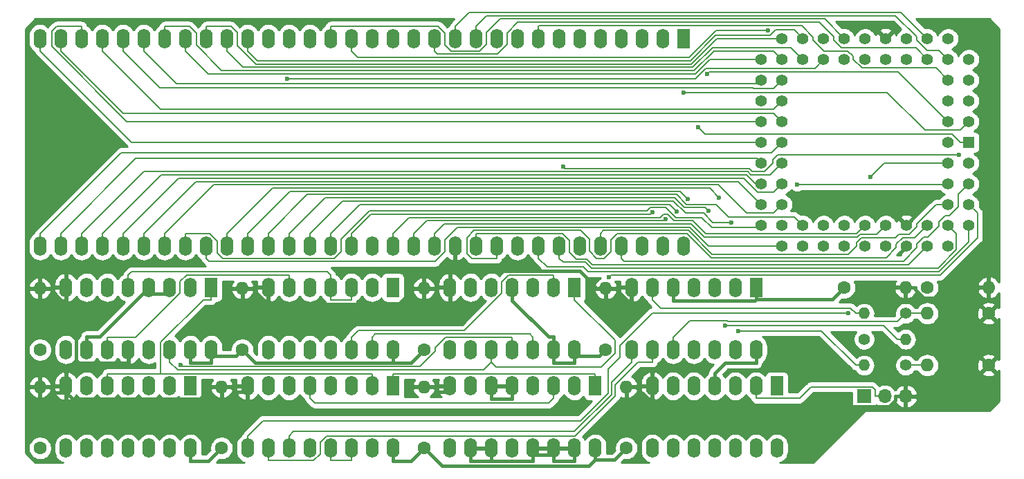
<source format=gbr>
G04 #@! TF.GenerationSoftware,KiCad,Pcbnew,(5.1.2-1)-1*
G04 #@! TF.CreationDate,2019-06-08T02:48:01+01:00*
G04 #@! TF.ProjectId,A500 14Mhz Accelerator,41353030-2031-4344-9d68-7a2041636365,rev?*
G04 #@! TF.SameCoordinates,Original*
G04 #@! TF.FileFunction,Copper,L1,Top*
G04 #@! TF.FilePolarity,Positive*
%FSLAX46Y46*%
G04 Gerber Fmt 4.6, Leading zero omitted, Abs format (unit mm)*
G04 Created by KiCad (PCBNEW (5.1.2-1)-1) date 2019-06-08 02:48:01*
%MOMM*%
%LPD*%
G04 APERTURE LIST*
%ADD10O,1.600000X2.400000*%
%ADD11R,1.600000X2.400000*%
%ADD12C,1.600000*%
%ADD13O,1.600000X1.600000*%
%ADD14C,1.400000*%
%ADD15O,1.400000X1.400000*%
%ADD16R,1.700000X1.700000*%
%ADD17O,1.700000X1.700000*%
%ADD18C,1.422400*%
%ADD19R,1.422400X1.422400*%
%ADD20C,0.600000*%
%ADD21C,0.381000*%
%ADD22C,0.200000*%
%ADD23C,0.254000*%
G04 APERTURE END LIST*
D10*
X165735000Y-115570000D03*
X163195000Y-115570000D03*
X160655000Y-115570000D03*
X158115000Y-115570000D03*
X155575000Y-115570000D03*
X153035000Y-115570000D03*
X150495000Y-115570000D03*
X147955000Y-115570000D03*
X145415000Y-115570000D03*
X142875000Y-115570000D03*
X140335000Y-115570000D03*
X137795000Y-115570000D03*
X135255000Y-115570000D03*
X132715000Y-115570000D03*
X130175000Y-115570000D03*
X127635000Y-115570000D03*
X125095000Y-115570000D03*
X122555000Y-115570000D03*
X120015000Y-115570000D03*
X117475000Y-115570000D03*
X114935000Y-115570000D03*
X112395000Y-115570000D03*
X109855000Y-115570000D03*
X107315000Y-115570000D03*
X104775000Y-115570000D03*
X102235000Y-115570000D03*
X99695000Y-115570000D03*
X97155000Y-115570000D03*
X94615000Y-115570000D03*
X92075000Y-115570000D03*
X89535000Y-115570000D03*
X86995000Y-115570000D03*
X86995000Y-90170000D03*
X89535000Y-90170000D03*
X92075000Y-90170000D03*
X94615000Y-90170000D03*
X97155000Y-90170000D03*
X99695000Y-90170000D03*
X102235000Y-90170000D03*
X104775000Y-90170000D03*
X107315000Y-90170000D03*
X109855000Y-90170000D03*
X112395000Y-90170000D03*
X114935000Y-90170000D03*
X117475000Y-90170000D03*
X120015000Y-90170000D03*
X122555000Y-90170000D03*
X125095000Y-90170000D03*
X127635000Y-90170000D03*
X130175000Y-90170000D03*
X132715000Y-90170000D03*
X135255000Y-90170000D03*
X137795000Y-90170000D03*
X140335000Y-90170000D03*
X142875000Y-90170000D03*
X145415000Y-90170000D03*
X147955000Y-90170000D03*
X150495000Y-90170000D03*
X153035000Y-90170000D03*
X155575000Y-90170000D03*
X158115000Y-90170000D03*
X160655000Y-90170000D03*
X163195000Y-90170000D03*
D11*
X165735000Y-90170000D03*
D12*
X203073000Y-130175000D03*
D13*
X195573000Y-130175000D03*
X195573000Y-123825000D03*
D12*
X203073000Y-123825000D03*
D14*
X192913000Y-130175000D03*
D15*
X187833000Y-130175000D03*
X192913000Y-127000000D03*
D14*
X187833000Y-127000000D03*
X192913000Y-123825000D03*
D15*
X187833000Y-123825000D03*
D11*
X174625000Y-120650000D03*
D10*
X159385000Y-128270000D03*
X172085000Y-120650000D03*
X161925000Y-128270000D03*
X169545000Y-120650000D03*
X164465000Y-128270000D03*
X167005000Y-120650000D03*
X167005000Y-128270000D03*
X164465000Y-120650000D03*
X169545000Y-128270000D03*
X161925000Y-120650000D03*
X172085000Y-128270000D03*
X159385000Y-120650000D03*
X174625000Y-128270000D03*
X152400000Y-128270000D03*
X137160000Y-120650000D03*
X149860000Y-128270000D03*
X139700000Y-120650000D03*
X147320000Y-128270000D03*
X142240000Y-120650000D03*
X144780000Y-128270000D03*
X144780000Y-120650000D03*
X142240000Y-128270000D03*
X147320000Y-120650000D03*
X139700000Y-128270000D03*
X149860000Y-120650000D03*
X137160000Y-128270000D03*
D11*
X152400000Y-120650000D03*
X130175000Y-120650000D03*
D10*
X114935000Y-128270000D03*
X127635000Y-120650000D03*
X117475000Y-128270000D03*
X125095000Y-120650000D03*
X120015000Y-128270000D03*
X122555000Y-120650000D03*
X122555000Y-128270000D03*
X120015000Y-120650000D03*
X125095000Y-128270000D03*
X117475000Y-120650000D03*
X127635000Y-128270000D03*
X114935000Y-120650000D03*
X130175000Y-128270000D03*
D11*
X107950000Y-120650000D03*
D10*
X90170000Y-128270000D03*
X105410000Y-120650000D03*
X92710000Y-128270000D03*
X102870000Y-120650000D03*
X95250000Y-128270000D03*
X100330000Y-120650000D03*
X97790000Y-128270000D03*
X97790000Y-120650000D03*
X100330000Y-128270000D03*
X95250000Y-120650000D03*
X102870000Y-128270000D03*
X92710000Y-120650000D03*
X105410000Y-128270000D03*
X90170000Y-120650000D03*
X107950000Y-128270000D03*
X105410000Y-140335000D03*
X90170000Y-132715000D03*
X102870000Y-140335000D03*
X92710000Y-132715000D03*
X100330000Y-140335000D03*
X95250000Y-132715000D03*
X97790000Y-140335000D03*
X97790000Y-132715000D03*
X95250000Y-140335000D03*
X100330000Y-132715000D03*
X92710000Y-140335000D03*
X102870000Y-132715000D03*
X90170000Y-140335000D03*
D11*
X105410000Y-132715000D03*
D16*
X187833000Y-133985000D03*
D17*
X190373000Y-133985000D03*
X192913000Y-133985000D03*
D11*
X130175000Y-132715000D03*
D10*
X112395000Y-140335000D03*
X127635000Y-132715000D03*
X114935000Y-140335000D03*
X125095000Y-132715000D03*
X117475000Y-140335000D03*
X122555000Y-132715000D03*
X120015000Y-140335000D03*
X120015000Y-132715000D03*
X122555000Y-140335000D03*
X117475000Y-132715000D03*
X125095000Y-140335000D03*
X114935000Y-132715000D03*
X127635000Y-140335000D03*
X112395000Y-132715000D03*
X130175000Y-140335000D03*
D11*
X154940000Y-132715000D03*
D10*
X137160000Y-140335000D03*
X152400000Y-132715000D03*
X139700000Y-140335000D03*
X149860000Y-132715000D03*
X142240000Y-140335000D03*
X147320000Y-132715000D03*
X144780000Y-140335000D03*
X144780000Y-132715000D03*
X147320000Y-140335000D03*
X142240000Y-132715000D03*
X149860000Y-140335000D03*
X139700000Y-132715000D03*
X152400000Y-140335000D03*
X137160000Y-132715000D03*
X154940000Y-140335000D03*
D11*
X177165000Y-132715000D03*
D10*
X161925000Y-140335000D03*
X174625000Y-132715000D03*
X164465000Y-140335000D03*
X172085000Y-132715000D03*
X167005000Y-140335000D03*
X169545000Y-132715000D03*
X169545000Y-140335000D03*
X167005000Y-132715000D03*
X172085000Y-140335000D03*
X164465000Y-132715000D03*
X174625000Y-140335000D03*
X161925000Y-132715000D03*
X177165000Y-140335000D03*
D18*
X198120000Y-102870000D03*
X198120000Y-100330000D03*
X198120000Y-97790000D03*
X198120000Y-95250000D03*
X198120000Y-105410000D03*
X198120000Y-107950000D03*
X198120000Y-110490000D03*
X198120000Y-113030000D03*
D19*
X200660000Y-102870000D03*
D18*
X200660000Y-100330000D03*
X200660000Y-97790000D03*
X200660000Y-95250000D03*
X200660000Y-92710000D03*
X200660000Y-105410000D03*
X200660000Y-107950000D03*
X200660000Y-110490000D03*
X198120000Y-92710000D03*
X195580000Y-92710000D03*
X193040000Y-92710000D03*
X190500000Y-92710000D03*
X187960000Y-92710000D03*
X185420000Y-92710000D03*
X182880000Y-92710000D03*
X180340000Y-92710000D03*
X198120000Y-90170000D03*
X195580000Y-90170000D03*
X193040000Y-90170000D03*
X190500000Y-90170000D03*
X187960000Y-90170000D03*
X185420000Y-90170000D03*
X182880000Y-90170000D03*
X180340000Y-90170000D03*
X177800000Y-90170000D03*
X177800000Y-92710000D03*
X177800000Y-95250000D03*
X177800000Y-97790000D03*
X177800000Y-100330000D03*
X177800000Y-102870000D03*
X177800000Y-105410000D03*
X177800000Y-107950000D03*
X177800000Y-110490000D03*
X177800000Y-115570000D03*
X175260000Y-92710000D03*
X175260000Y-95250000D03*
X175260000Y-97790000D03*
X175260000Y-100330000D03*
X175260000Y-102870000D03*
X175260000Y-105410000D03*
X175260000Y-107950000D03*
X175260000Y-110490000D03*
X175260000Y-113030000D03*
X177800000Y-113030000D03*
X180340000Y-113030000D03*
X182880000Y-113030000D03*
X185420000Y-113030000D03*
X187960000Y-113030000D03*
X190500000Y-113030000D03*
X193040000Y-113030000D03*
X195580000Y-113030000D03*
X200660000Y-113030000D03*
X180340000Y-115570000D03*
X182880000Y-115570000D03*
X185420000Y-115570000D03*
X187960000Y-115570000D03*
X190500000Y-115570000D03*
X193040000Y-115570000D03*
X195580000Y-115570000D03*
X198120000Y-115570000D03*
D12*
X86995000Y-128270000D03*
D13*
X86995000Y-120770000D03*
X111760000Y-120770000D03*
D12*
X111760000Y-128270000D03*
X133985000Y-128270000D03*
D13*
X133985000Y-120770000D03*
X156210000Y-120770000D03*
D12*
X156210000Y-128270000D03*
X158750000Y-140335000D03*
D13*
X158750000Y-132835000D03*
X109220000Y-132835000D03*
D12*
X109220000Y-140335000D03*
X86995000Y-140335000D03*
D13*
X86995000Y-132835000D03*
X133985000Y-132835000D03*
D12*
X133985000Y-140335000D03*
X185420000Y-120650000D03*
D13*
X192920000Y-120650000D03*
X203080000Y-120650000D03*
D12*
X195580000Y-120650000D03*
D20*
X188589200Y-107142600D03*
X179624300Y-108052800D03*
X156589900Y-119409000D03*
X150988800Y-105863800D03*
X199463400Y-104398500D03*
X163531400Y-112268400D03*
X161912500Y-111467800D03*
X164898800Y-111329700D03*
X171596100Y-112683500D03*
X168786000Y-111287200D03*
X166303900Y-109821200D03*
X170107100Y-109621100D03*
X176111800Y-89154200D03*
X168650400Y-94462000D03*
X165749800Y-96765100D03*
X167553100Y-101029800D03*
X172402600Y-125950700D03*
X185922900Y-123765900D03*
X104183300Y-130104000D03*
X117235200Y-95072800D03*
X170855800Y-125348800D03*
D21*
X137795000Y-118658600D02*
X153037400Y-118658600D01*
X153037400Y-118658600D02*
X155019200Y-120640400D01*
X155019200Y-120640400D02*
X155019200Y-120770000D01*
X137160000Y-119059200D02*
X137560600Y-118658600D01*
X137560600Y-118658600D02*
X137795000Y-118658600D01*
X137795000Y-118658600D02*
X137795000Y-115570000D01*
X156210000Y-120770000D02*
X155019200Y-120770000D01*
X137160000Y-120650000D02*
X137160000Y-119059200D01*
X111760000Y-120770000D02*
X112950800Y-120770000D01*
X112950800Y-120770000D02*
X114421600Y-122240800D01*
X114421600Y-122240800D02*
X114935000Y-122240800D01*
X114935000Y-120650000D02*
X114935000Y-122240800D01*
X133985000Y-120770000D02*
X132794200Y-120770000D01*
X132794200Y-120770000D02*
X130892200Y-122672000D01*
X130892200Y-122672000D02*
X115366200Y-122672000D01*
X115366200Y-122672000D02*
X114935000Y-122240800D01*
X144780000Y-132715000D02*
X144780000Y-134305800D01*
X142240000Y-132715000D02*
X142240000Y-134305800D01*
X142240000Y-134305800D02*
X144780000Y-134305800D01*
X203080000Y-120650000D02*
X201889200Y-120650000D01*
X192920000Y-120650000D02*
X194110800Y-120650000D01*
X194110800Y-120650000D02*
X194110800Y-120873300D01*
X194110800Y-120873300D02*
X195133800Y-121896300D01*
X195133800Y-121896300D02*
X200642900Y-121896300D01*
X200642900Y-121896300D02*
X201889200Y-120650000D01*
X137160000Y-133437700D02*
X135778500Y-133437700D01*
X135778500Y-133437700D02*
X135175800Y-132835000D01*
X112395000Y-133437700D02*
X111013500Y-133437700D01*
X111013500Y-133437700D02*
X110410800Y-132835000D01*
X133985000Y-132835000D02*
X135175800Y-132835000D01*
X137160000Y-132715000D02*
X137160000Y-133437700D01*
X90170000Y-133510400D02*
X90965500Y-134305900D01*
X90965500Y-134305900D02*
X106558300Y-134305900D01*
X106558300Y-134305900D02*
X108029200Y-132835000D01*
X90170000Y-133510400D02*
X88861200Y-133510400D01*
X88861200Y-133510400D02*
X88185800Y-132835000D01*
X109220000Y-132835000D02*
X108029200Y-132835000D01*
X109220000Y-132835000D02*
X110410800Y-132835000D01*
X112395000Y-132715000D02*
X112395000Y-133437700D01*
X91439900Y-129854300D02*
X90170000Y-131124200D01*
X90170000Y-122240800D02*
X91439900Y-123510700D01*
X91439900Y-123510700D02*
X91439900Y-129854300D01*
X91439900Y-129854300D02*
X91446400Y-129860800D01*
X91446400Y-129860800D02*
X97790000Y-129860800D01*
X97790000Y-128270000D02*
X97790000Y-129860800D01*
X86995000Y-132835000D02*
X88185800Y-132835000D01*
X90170000Y-132715000D02*
X90170000Y-133510400D01*
X90170000Y-122240800D02*
X89656600Y-122240800D01*
X89656600Y-122240800D02*
X88185800Y-120770000D01*
X90170000Y-132715000D02*
X90170000Y-131124200D01*
X203073000Y-130175000D02*
X199263000Y-133985000D01*
X199263000Y-133985000D02*
X192913000Y-133985000D01*
X156210000Y-120770000D02*
X157400800Y-120770000D01*
X159385000Y-120650000D02*
X159385000Y-122240800D01*
X157400800Y-120770000D02*
X158871600Y-122240800D01*
X158871600Y-122240800D02*
X159385000Y-122240800D01*
X149860000Y-141130400D02*
X149860000Y-141925800D01*
X149860000Y-140335000D02*
X149860000Y-141130400D01*
X147320000Y-141130400D02*
X147320000Y-141925800D01*
X147320000Y-140335000D02*
X147320000Y-141130400D01*
X149860000Y-141130400D02*
X147320000Y-141130400D01*
X142240000Y-141925800D02*
X147320000Y-141925800D01*
X142240000Y-141780400D02*
X142240000Y-141925800D01*
X142240000Y-140335000D02*
X142240000Y-141780400D01*
X152400000Y-140335000D02*
X152400000Y-141925800D01*
X152400000Y-141925800D02*
X149860000Y-141925800D01*
X192913000Y-133985000D02*
X191672200Y-133985000D01*
X191672200Y-133985000D02*
X191672200Y-134450300D01*
X191672200Y-134450300D02*
X190873700Y-135248800D01*
X190873700Y-135248800D02*
X162868000Y-135248800D01*
X162868000Y-135248800D02*
X161925000Y-134305800D01*
X158750000Y-132835000D02*
X159940800Y-132835000D01*
X161925000Y-132715000D02*
X161925000Y-134305800D01*
X161925000Y-134305800D02*
X161411600Y-134305800D01*
X161411600Y-134305800D02*
X159940800Y-132835000D01*
X86995000Y-120770000D02*
X88185800Y-120770000D01*
X90170000Y-120650000D02*
X90170000Y-122240800D01*
X139700000Y-140335000D02*
X139700000Y-141925800D01*
X142240000Y-141925800D02*
X139700000Y-141925800D01*
X169545000Y-132715000D02*
X169545000Y-131124200D01*
X174625000Y-128270000D02*
X174625000Y-129860800D01*
X174625000Y-129860800D02*
X170808400Y-129860800D01*
X170808400Y-129860800D02*
X169545000Y-131124200D01*
X158750000Y-140335000D02*
X157304600Y-141780400D01*
X157304600Y-141780400D02*
X154940000Y-141780400D01*
X154940000Y-141780400D02*
X154196600Y-142523800D01*
X154196600Y-142523800D02*
X136173800Y-142523800D01*
X136173800Y-142523800D02*
X133985000Y-140335000D01*
X154940000Y-140335000D02*
X154940000Y-141780400D01*
X149860000Y-128270000D02*
X149860000Y-126679200D01*
X144780000Y-120650000D02*
X144780000Y-122240800D01*
X144780000Y-122240800D02*
X149218400Y-126679200D01*
X149218400Y-126679200D02*
X149860000Y-126679200D01*
X152400000Y-129065400D02*
X152400000Y-128270000D01*
X156210000Y-128270000D02*
X155414600Y-129065400D01*
X155414600Y-129065400D02*
X152400000Y-129065400D01*
X100330000Y-121445400D02*
X102870000Y-121445400D01*
X92710000Y-126679200D02*
X94300800Y-126679200D01*
X94300800Y-126679200D02*
X99534600Y-121445400D01*
X99534600Y-121445400D02*
X100330000Y-121445400D01*
X102870000Y-120650000D02*
X102870000Y-121445400D01*
X92710000Y-128270000D02*
X92710000Y-126679200D01*
X100330000Y-120650000D02*
X100330000Y-121445400D01*
X174625000Y-122095400D02*
X183974600Y-122095400D01*
X183974600Y-122095400D02*
X185420000Y-120650000D01*
X164465000Y-120650000D02*
X164465000Y-122240800D01*
X174625000Y-122095400D02*
X174479600Y-122240800D01*
X174479600Y-122240800D02*
X164465000Y-122240800D01*
X174625000Y-120650000D02*
X174625000Y-122095400D01*
X130175000Y-141925800D02*
X132394200Y-141925800D01*
X132394200Y-141925800D02*
X133985000Y-140335000D01*
X111760000Y-128270000D02*
X113350800Y-129860800D01*
X113350800Y-129860800D02*
X130175000Y-129860800D01*
X107950000Y-129065400D02*
X110964600Y-129065400D01*
X110964600Y-129065400D02*
X111760000Y-128270000D01*
X130175000Y-128270000D02*
X130175000Y-129860800D01*
X130175000Y-129860800D02*
X132394200Y-129860800D01*
X132394200Y-129860800D02*
X133985000Y-128270000D01*
X152400000Y-129065400D02*
X152400000Y-129860800D01*
X149860000Y-128270000D02*
X149860000Y-129860800D01*
X149860000Y-129860800D02*
X152400000Y-129860800D01*
X105410000Y-140335000D02*
X105410000Y-141925800D01*
X105410000Y-141925800D02*
X107629200Y-141925800D01*
X107629200Y-141925800D02*
X109220000Y-140335000D01*
X107950000Y-129065400D02*
X107950000Y-129860800D01*
X107950000Y-128270000D02*
X107950000Y-129065400D01*
X105410000Y-128270000D02*
X105410000Y-129860800D01*
X107950000Y-129860800D02*
X105410000Y-129860800D01*
X130175000Y-140335000D02*
X130175000Y-141925800D01*
D22*
X198120000Y-105410000D02*
X190321800Y-105410000D01*
X190321800Y-105410000D02*
X188589200Y-107142600D01*
X179624300Y-108052800D02*
X198017200Y-108052800D01*
X198017200Y-108052800D02*
X198120000Y-107950000D01*
X158115000Y-115570000D02*
X158115000Y-117070300D01*
X200660000Y-107950000D02*
X199390000Y-109220000D01*
X199390000Y-109220000D02*
X199390000Y-110715200D01*
X199390000Y-110715200D02*
X198238100Y-111867100D01*
X198238100Y-111867100D02*
X197781100Y-111867100D01*
X197781100Y-111867100D02*
X196991700Y-112656500D01*
X196991700Y-112656500D02*
X196991700Y-113119900D01*
X196991700Y-113119900D02*
X195611500Y-114500100D01*
X195611500Y-114500100D02*
X195170800Y-114500100D01*
X195170800Y-114500100D02*
X194310000Y-115360900D01*
X194310000Y-115360900D02*
X194310000Y-115781700D01*
X194310000Y-115781700D02*
X192676700Y-117415000D01*
X192676700Y-117415000D02*
X158459700Y-117415000D01*
X158459700Y-117415000D02*
X158115000Y-117070300D01*
X198120000Y-110490000D02*
X196679100Y-110490000D01*
X196679100Y-110490000D02*
X194310000Y-112859100D01*
X194310000Y-112859100D02*
X194310000Y-113228700D01*
X194310000Y-113228700D02*
X193380500Y-114158200D01*
X193380500Y-114158200D02*
X192062700Y-114158200D01*
X192062700Y-114158200D02*
X191662400Y-114558500D01*
X191662400Y-114558500D02*
X187541100Y-114558500D01*
X187541100Y-114558500D02*
X186948500Y-115151100D01*
X186948500Y-115151100D02*
X186948500Y-115570100D01*
X186948500Y-115570100D02*
X185937000Y-116581600D01*
X185937000Y-116581600D02*
X169268800Y-116581600D01*
X169268800Y-116581600D02*
X166356600Y-113669400D01*
X166356600Y-113669400D02*
X155975300Y-113669400D01*
X155975300Y-113669400D02*
X155575000Y-114069700D01*
X155575000Y-115570000D02*
X155575000Y-114069700D01*
X200660000Y-110490000D02*
X201708300Y-111538300D01*
X201708300Y-111538300D02*
X201708300Y-114592300D01*
X201708300Y-114592300D02*
X197152200Y-119148400D01*
X197152200Y-119148400D02*
X156850500Y-119148400D01*
X156850500Y-119148400D02*
X156589900Y-119409000D01*
X198120000Y-113030000D02*
X199145800Y-114055800D01*
X199145800Y-114055800D02*
X199145800Y-116022200D01*
X199145800Y-116022200D02*
X196878100Y-118289900D01*
X196878100Y-118289900D02*
X154481300Y-118289900D01*
X154481300Y-118289900D02*
X153751900Y-117560500D01*
X153751900Y-117560500D02*
X150985200Y-117560500D01*
X150985200Y-117560500D02*
X150495000Y-117070300D01*
X150495000Y-115570000D02*
X150495000Y-117070300D01*
X200660000Y-113030000D02*
X200660000Y-115074300D01*
X200660000Y-115074300D02*
X196986400Y-118747900D01*
X196986400Y-118747900D02*
X154031400Y-118747900D01*
X154031400Y-118747900D02*
X153444400Y-118160900D01*
X153444400Y-118160900D02*
X149045600Y-118160900D01*
X149045600Y-118160900D02*
X147955000Y-117070300D01*
X147955000Y-115570000D02*
X147955000Y-117070300D01*
X199463400Y-104398500D02*
X177309700Y-104398500D01*
X177309700Y-104398500D02*
X176671700Y-105036500D01*
X176671700Y-105036500D02*
X176671700Y-105452700D01*
X176671700Y-105452700D02*
X175693100Y-106431300D01*
X175693100Y-106431300D02*
X174171300Y-106431300D01*
X174171300Y-106431300D02*
X173803900Y-106063900D01*
X173803900Y-106063900D02*
X151188900Y-106063900D01*
X151188900Y-106063900D02*
X150988800Y-105863800D01*
X142875000Y-115570000D02*
X142875000Y-117070300D01*
X195580000Y-113030000D02*
X194051500Y-114558500D01*
X194051500Y-114558500D02*
X192572300Y-114558500D01*
X192572300Y-114558500D02*
X191770000Y-115360800D01*
X191770000Y-115360800D02*
X191770000Y-115743500D01*
X191770000Y-115743500D02*
X190528200Y-116985300D01*
X190528200Y-116985300D02*
X169106400Y-116985300D01*
X169106400Y-116985300D02*
X166190800Y-114069700D01*
X166190800Y-114069700D02*
X157616400Y-114069700D01*
X157616400Y-114069700D02*
X156845000Y-114841100D01*
X156845000Y-114841100D02*
X156845000Y-116287700D01*
X156845000Y-116287700D02*
X156047300Y-117085400D01*
X156047300Y-117085400D02*
X155116800Y-117085400D01*
X155116800Y-117085400D02*
X154218700Y-116187300D01*
X154218700Y-116187300D02*
X154218700Y-114734200D01*
X154218700Y-114734200D02*
X153153900Y-113669400D01*
X153153900Y-113669400D02*
X140124500Y-113669400D01*
X140124500Y-113669400D02*
X139216000Y-114577900D01*
X139216000Y-114577900D02*
X139216000Y-116470800D01*
X139216000Y-116470800D02*
X139815500Y-117070300D01*
X139815500Y-117070300D02*
X142875000Y-117070300D01*
X140335000Y-114069700D02*
X150954500Y-114069700D01*
X150954500Y-114069700D02*
X151765000Y-114880200D01*
X151765000Y-114880200D02*
X151765000Y-116325400D01*
X151765000Y-116325400D02*
X152599800Y-117160200D01*
X152599800Y-117160200D02*
X153917700Y-117160200D01*
X153917700Y-117160200D02*
X154610200Y-117852700D01*
X154610200Y-117852700D02*
X193297300Y-117852700D01*
X193297300Y-117852700D02*
X195580000Y-115570000D01*
X140335000Y-115570000D02*
X140335000Y-114069700D01*
X190500000Y-113030000D02*
X189371800Y-114158200D01*
X189371800Y-114158200D02*
X187375300Y-114158200D01*
X187375300Y-114158200D02*
X187040400Y-114493100D01*
X187040400Y-114493100D02*
X168312500Y-114493100D01*
X168312500Y-114493100D02*
X166688200Y-112868800D01*
X166688200Y-112868800D02*
X136455900Y-112868800D01*
X136455900Y-112868800D02*
X135255000Y-114069700D01*
X135255000Y-115570000D02*
X135255000Y-114069700D01*
X163531400Y-112268400D02*
X163331300Y-112468500D01*
X163331300Y-112468500D02*
X134316200Y-112468500D01*
X134316200Y-112468500D02*
X132715000Y-114069700D01*
X132715000Y-115570000D02*
X132715000Y-114069700D01*
X187960000Y-113030000D02*
X187937400Y-113030000D01*
X187937400Y-113030000D02*
X186924700Y-114042700D01*
X186924700Y-114042700D02*
X168428200Y-114042700D01*
X168428200Y-114042700D02*
X166854000Y-112468500D01*
X166854000Y-112468500D02*
X164580500Y-112468500D01*
X164580500Y-112468500D02*
X163780100Y-111668100D01*
X163780100Y-111668100D02*
X163282800Y-111668100D01*
X163282800Y-111668100D02*
X162882700Y-112068200D01*
X162882700Y-112068200D02*
X132176500Y-112068200D01*
X132176500Y-112068200D02*
X130175000Y-114069700D01*
X130175000Y-115570000D02*
X130175000Y-114069700D01*
X161912500Y-111467800D02*
X161712400Y-111667900D01*
X161712400Y-111667900D02*
X127496800Y-111667900D01*
X127496800Y-111667900D02*
X125095000Y-114069700D01*
X125095000Y-115570000D02*
X125095000Y-114069700D01*
X122555000Y-115570000D02*
X122555000Y-114069700D01*
X164898800Y-111329700D02*
X164036300Y-110467200D01*
X164036300Y-110467200D02*
X126157500Y-110467200D01*
X126157500Y-110467200D02*
X122555000Y-114069700D01*
X171596100Y-112683500D02*
X169333200Y-112683500D01*
X169333200Y-112683500D02*
X168199000Y-111549300D01*
X168199000Y-111549300D02*
X165967400Y-111549300D01*
X165967400Y-111549300D02*
X164485000Y-110066900D01*
X164485000Y-110066900D02*
X124017800Y-110066900D01*
X124017800Y-110066900D02*
X120015000Y-114069700D01*
X120015000Y-115570000D02*
X120015000Y-114069700D01*
X168786000Y-111287200D02*
X168366200Y-110867400D01*
X168366200Y-110867400D02*
X165851700Y-110867400D01*
X165851700Y-110867400D02*
X164650900Y-109666600D01*
X164650900Y-109666600D02*
X121878100Y-109666600D01*
X121878100Y-109666600D02*
X117475000Y-114069700D01*
X117475000Y-115570000D02*
X117475000Y-114069700D01*
X180340000Y-113030000D02*
X179322100Y-112012100D01*
X179322100Y-112012100D02*
X171284600Y-112012100D01*
X171284600Y-112012100D02*
X169739500Y-110467000D01*
X169739500Y-110467000D02*
X166069400Y-110467000D01*
X166069400Y-110467000D02*
X164868700Y-109266300D01*
X164868700Y-109266300D02*
X119738400Y-109266300D01*
X119738400Y-109266300D02*
X114935000Y-114069700D01*
X114935000Y-115570000D02*
X114935000Y-114069700D01*
X166303900Y-109821200D02*
X165348700Y-108866000D01*
X165348700Y-108866000D02*
X117598700Y-108866000D01*
X117598700Y-108866000D02*
X112395000Y-114069700D01*
X112395000Y-115570000D02*
X112395000Y-114069700D01*
X170107100Y-109621100D02*
X168951700Y-108465700D01*
X168951700Y-108465700D02*
X115459000Y-108465700D01*
X115459000Y-108465700D02*
X109855000Y-114069700D01*
X109855000Y-115570000D02*
X109855000Y-114069700D01*
X107315000Y-117070300D02*
X107715300Y-117470600D01*
X107715300Y-117470600D02*
X135324400Y-117470600D01*
X135324400Y-117470600D02*
X136525000Y-116270000D01*
X136525000Y-116270000D02*
X136525000Y-114818700D01*
X136525000Y-114818700D02*
X138074600Y-113269100D01*
X138074600Y-113269100D02*
X166522400Y-113269100D01*
X166522400Y-113269100D02*
X168823300Y-115570000D01*
X168823300Y-115570000D02*
X177800000Y-115570000D01*
X107315000Y-115570000D02*
X107315000Y-117070300D01*
X104775000Y-114069700D02*
X107792500Y-114069700D01*
X107792500Y-114069700D02*
X108671400Y-114948600D01*
X108671400Y-114948600D02*
X108671400Y-116385300D01*
X108671400Y-116385300D02*
X109356400Y-117070300D01*
X109356400Y-117070300D02*
X123018500Y-117070300D01*
X123018500Y-117070300D02*
X123825000Y-116263800D01*
X123825000Y-116263800D02*
X123825000Y-114724000D01*
X123825000Y-114724000D02*
X127327500Y-111221500D01*
X127327500Y-111221500D02*
X161310000Y-111221500D01*
X161310000Y-111221500D02*
X161310000Y-111221400D01*
X161310000Y-111221400D02*
X161663900Y-110867500D01*
X161663900Y-110867500D02*
X163587700Y-110867500D01*
X163587700Y-110867500D02*
X164788400Y-112068200D01*
X164788400Y-112068200D02*
X167951800Y-112068200D01*
X167951800Y-112068200D02*
X169200600Y-113317000D01*
X169200600Y-113317000D02*
X174973000Y-113317000D01*
X174973000Y-113317000D02*
X175260000Y-113030000D01*
X104775000Y-115570000D02*
X104775000Y-114069700D01*
X177800000Y-110490000D02*
X176735300Y-111554700D01*
X176735300Y-111554700D02*
X173455800Y-111554700D01*
X173455800Y-111554700D02*
X169966500Y-108065400D01*
X169966500Y-108065400D02*
X108239300Y-108065400D01*
X108239300Y-108065400D02*
X102235000Y-114069700D01*
X102235000Y-115570000D02*
X102235000Y-114069700D01*
X175260000Y-110490000D02*
X172435100Y-107665100D01*
X172435100Y-107665100D02*
X106099600Y-107665100D01*
X106099600Y-107665100D02*
X99695000Y-114069700D01*
X99695000Y-115570000D02*
X99695000Y-114069700D01*
X177800000Y-107950000D02*
X176787100Y-108962900D01*
X176787100Y-108962900D02*
X174804600Y-108962900D01*
X174804600Y-108962900D02*
X173106500Y-107264800D01*
X173106500Y-107264800D02*
X103959900Y-107264800D01*
X103959900Y-107264800D02*
X97155000Y-114069700D01*
X97155000Y-115570000D02*
X97155000Y-114069700D01*
X175260000Y-107950000D02*
X174557800Y-107950000D01*
X174557800Y-107950000D02*
X173472300Y-106864500D01*
X173472300Y-106864500D02*
X101820200Y-106864500D01*
X101820200Y-106864500D02*
X94615000Y-114069700D01*
X94615000Y-115570000D02*
X94615000Y-114069700D01*
X177800000Y-105410000D02*
X176378400Y-106831600D01*
X176378400Y-106831600D02*
X174005500Y-106831600D01*
X174005500Y-106831600D02*
X173638100Y-106464200D01*
X173638100Y-106464200D02*
X99680500Y-106464200D01*
X99680500Y-106464200D02*
X92075000Y-114069700D01*
X92075000Y-115570000D02*
X92075000Y-114069700D01*
X175260000Y-105410000D02*
X174713200Y-104863200D01*
X174713200Y-104863200D02*
X98741500Y-104863200D01*
X98741500Y-104863200D02*
X89535000Y-114069700D01*
X89535000Y-115570000D02*
X89535000Y-114069700D01*
X86995000Y-115570000D02*
X86995000Y-114069700D01*
X177800000Y-102870000D02*
X176530000Y-104140000D01*
X176530000Y-104140000D02*
X96924700Y-104140000D01*
X96924700Y-104140000D02*
X86995000Y-114069700D01*
X86995000Y-90170000D02*
X86995000Y-91670300D01*
X175260000Y-102870000D02*
X98194700Y-102870000D01*
X98194700Y-102870000D02*
X86995000Y-91670300D01*
X177800000Y-100330000D02*
X176773300Y-99303300D01*
X176773300Y-99303300D02*
X97168000Y-99303300D01*
X97168000Y-99303300D02*
X89535000Y-91670300D01*
X89535000Y-90170000D02*
X89535000Y-91670300D01*
X175260000Y-100330000D02*
X97628500Y-100330000D01*
X97628500Y-100330000D02*
X88434100Y-91135600D01*
X88434100Y-91135600D02*
X88434100Y-89270800D01*
X88434100Y-89270800D02*
X89035200Y-88669700D01*
X89035200Y-88669700D02*
X92075000Y-88669700D01*
X92075000Y-90170000D02*
X92075000Y-88669700D01*
X94615000Y-90170000D02*
X94615000Y-91670300D01*
X177800000Y-97790000D02*
X176761400Y-98828600D01*
X176761400Y-98828600D02*
X101773300Y-98828600D01*
X101773300Y-98828600D02*
X94615000Y-91670300D01*
X97155000Y-90170000D02*
X97155000Y-91670300D01*
X177800000Y-95250000D02*
X176785300Y-96264700D01*
X176785300Y-96264700D02*
X174348400Y-96264700D01*
X174348400Y-96264700D02*
X174248500Y-96164800D01*
X174248500Y-96164800D02*
X101649500Y-96164800D01*
X101649500Y-96164800D02*
X97155000Y-91670300D01*
X99695000Y-91670300D02*
X103697800Y-95673100D01*
X103697800Y-95673100D02*
X174836900Y-95673100D01*
X174836900Y-95673100D02*
X175260000Y-95250000D01*
X99695000Y-90170000D02*
X99695000Y-91670300D01*
X102235000Y-90170000D02*
X102235000Y-88669700D01*
X177800000Y-92710000D02*
X176779500Y-91689500D01*
X176779500Y-91689500D02*
X169441600Y-91689500D01*
X169441600Y-91689500D02*
X167059000Y-94072100D01*
X167059000Y-94072100D02*
X109226400Y-94072100D01*
X109226400Y-94072100D02*
X106131400Y-90977100D01*
X106131400Y-90977100D02*
X106131400Y-89526200D01*
X106131400Y-89526200D02*
X105274900Y-88669700D01*
X105274900Y-88669700D02*
X102235000Y-88669700D01*
X104775000Y-91670300D02*
X107577100Y-94472400D01*
X107577100Y-94472400D02*
X167224800Y-94472400D01*
X167224800Y-94472400D02*
X168987200Y-92710000D01*
X168987200Y-92710000D02*
X175260000Y-92710000D01*
X104775000Y-90170000D02*
X104775000Y-91670300D01*
X177800000Y-90170000D02*
X169828900Y-90170000D01*
X169828900Y-90170000D02*
X166727400Y-93271500D01*
X166727400Y-93271500D02*
X113397000Y-93271500D01*
X113397000Y-93271500D02*
X111125000Y-90999500D01*
X111125000Y-90999500D02*
X111125000Y-89439800D01*
X111125000Y-89439800D02*
X110354900Y-88669700D01*
X110354900Y-88669700D02*
X107315000Y-88669700D01*
X107315000Y-90170000D02*
X107315000Y-88669700D01*
X180340000Y-92710000D02*
X178919200Y-91289200D01*
X178919200Y-91289200D02*
X169275800Y-91289200D01*
X169275800Y-91289200D02*
X166893200Y-93671800D01*
X166893200Y-93671800D02*
X111856500Y-93671800D01*
X111856500Y-93671800D02*
X109855000Y-91670300D01*
X109855000Y-90170000D02*
X109855000Y-91670300D01*
X180340000Y-90170000D02*
X179277900Y-89107900D01*
X179277900Y-89107900D02*
X177007100Y-89107900D01*
X177007100Y-89107900D02*
X176360500Y-89754500D01*
X176360500Y-89754500D02*
X169678300Y-89754500D01*
X169678300Y-89754500D02*
X166561600Y-92871200D01*
X166561600Y-92871200D02*
X113595900Y-92871200D01*
X113595900Y-92871200D02*
X112395000Y-91670300D01*
X112395000Y-90170000D02*
X112395000Y-91670300D01*
X122555000Y-119149700D02*
X122154700Y-118749400D01*
X122154700Y-118749400D02*
X98190300Y-118749400D01*
X98190300Y-118749400D02*
X97790000Y-119149700D01*
X122555000Y-120650000D02*
X122555000Y-119149700D01*
X125095000Y-120650000D02*
X125095000Y-122150300D01*
X122555000Y-120650000D02*
X122555000Y-122150300D01*
X122555000Y-122150300D02*
X125095000Y-122150300D01*
X97790000Y-120650000D02*
X97790000Y-119149700D01*
X122555000Y-90170000D02*
X122555000Y-88669700D01*
X185420000Y-90170000D02*
X182995200Y-87745200D01*
X182995200Y-87745200D02*
X143284100Y-87745200D01*
X143284100Y-87745200D02*
X141605000Y-89424300D01*
X141605000Y-89424300D02*
X141605000Y-90866300D01*
X141605000Y-90866300D02*
X140801000Y-91670300D01*
X140801000Y-91670300D02*
X137296300Y-91670300D01*
X137296300Y-91670300D02*
X136525000Y-90899000D01*
X136525000Y-90899000D02*
X136525000Y-89462000D01*
X136525000Y-89462000D02*
X135732700Y-88669700D01*
X135732700Y-88669700D02*
X122555000Y-88669700D01*
X176111800Y-89154200D02*
X169712500Y-89154200D01*
X169712500Y-89154200D02*
X166395800Y-92470900D01*
X166395800Y-92470900D02*
X125895600Y-92470900D01*
X125895600Y-92470900D02*
X125095000Y-91670300D01*
X125095000Y-90170000D02*
X125095000Y-91670300D01*
X161925000Y-128270000D02*
X161925000Y-129770300D01*
X114935000Y-140335000D02*
X114935000Y-141835300D01*
X114935000Y-141835300D02*
X120486800Y-141835300D01*
X120486800Y-141835300D02*
X121285000Y-141037100D01*
X121285000Y-141037100D02*
X121285000Y-139617400D01*
X121285000Y-139617400D02*
X122067800Y-138834600D01*
X122067800Y-138834600D02*
X152463100Y-138834600D01*
X152463100Y-138834600D02*
X157338500Y-133959200D01*
X157338500Y-133959200D02*
X157338500Y-132630200D01*
X157338500Y-132630200D02*
X160198400Y-129770300D01*
X160198400Y-129770300D02*
X161925000Y-129770300D01*
X135255000Y-91670300D02*
X135655300Y-92070600D01*
X135655300Y-92070600D02*
X142949700Y-92070600D01*
X142949700Y-92070600D02*
X144145000Y-90875300D01*
X144145000Y-90875300D02*
X144145000Y-89466600D01*
X144145000Y-89466600D02*
X145458200Y-88153400D01*
X145458200Y-88153400D02*
X182355700Y-88153400D01*
X182355700Y-88153400D02*
X184150000Y-89947700D01*
X184150000Y-89947700D02*
X184150000Y-90357800D01*
X184150000Y-90357800D02*
X185090200Y-91298000D01*
X185090200Y-91298000D02*
X194168000Y-91298000D01*
X194168000Y-91298000D02*
X195580000Y-92710000D01*
X135255000Y-90170000D02*
X135255000Y-91670300D01*
X195580000Y-90170000D02*
X192354600Y-86944600D01*
X192354600Y-86944600D02*
X139520100Y-86944600D01*
X139520100Y-86944600D02*
X137795000Y-88669700D01*
X137795000Y-90170000D02*
X137795000Y-88669700D01*
X198120000Y-92710000D02*
X196991700Y-91581700D01*
X196991700Y-91581700D02*
X195530700Y-91581700D01*
X195530700Y-91581700D02*
X194310000Y-90361000D01*
X194310000Y-90361000D02*
X194310000Y-89949200D01*
X194310000Y-89949200D02*
X191705700Y-87344900D01*
X191705700Y-87344900D02*
X141659800Y-87344900D01*
X141659800Y-87344900D02*
X140335000Y-88669700D01*
X140335000Y-90170000D02*
X140335000Y-88669700D01*
X147955000Y-90170000D02*
X147955000Y-88669700D01*
X198120000Y-95250000D02*
X196637400Y-93767400D01*
X196637400Y-93767400D02*
X187559700Y-93767400D01*
X187559700Y-93767400D02*
X186476500Y-92684200D01*
X186476500Y-92684200D02*
X186476500Y-92314400D01*
X186476500Y-92314400D02*
X185860500Y-91698400D01*
X185860500Y-91698400D02*
X182974400Y-91698400D01*
X182974400Y-91698400D02*
X181610000Y-90334000D01*
X181610000Y-90334000D02*
X181610000Y-89969200D01*
X181610000Y-89969200D02*
X180194600Y-88553800D01*
X180194600Y-88553800D02*
X148070900Y-88553800D01*
X148070900Y-88553800D02*
X147955000Y-88669700D01*
X147320000Y-128270000D02*
X147320000Y-126769700D01*
X127635000Y-128270000D02*
X127635000Y-126769700D01*
X127635000Y-126769700D02*
X128035400Y-126369300D01*
X128035400Y-126369300D02*
X146919600Y-126369300D01*
X146919600Y-126369300D02*
X147320000Y-126769700D01*
X122555000Y-140335000D02*
X122555000Y-141835300D01*
X125095000Y-140335000D02*
X125095000Y-141835300D01*
X125095000Y-141835300D02*
X122555000Y-141835300D01*
X198120000Y-100330000D02*
X192028300Y-94238300D01*
X192028300Y-94238300D02*
X168874100Y-94238300D01*
X168874100Y-94238300D02*
X168650400Y-94462000D01*
X200660000Y-100330000D02*
X199642300Y-101347700D01*
X199642300Y-101347700D02*
X195269900Y-101347700D01*
X195269900Y-101347700D02*
X190687300Y-96765100D01*
X190687300Y-96765100D02*
X165749800Y-96765100D01*
X200660000Y-102870000D02*
X199648500Y-102870000D01*
X199648500Y-102870000D02*
X198637000Y-101858500D01*
X198637000Y-101858500D02*
X168381800Y-101858500D01*
X168381800Y-101858500D02*
X167553100Y-101029800D01*
X186832700Y-130175000D02*
X182608400Y-125950700D01*
X182608400Y-125950700D02*
X172402600Y-125950700D01*
X187833000Y-130175000D02*
X186832700Y-130175000D01*
X186832700Y-123825000D02*
X186173300Y-123165600D01*
X186173300Y-123165600D02*
X162940300Y-123165600D01*
X162940300Y-123165600D02*
X161925000Y-122150300D01*
X187833000Y-123825000D02*
X186832700Y-123825000D01*
X161925000Y-120650000D02*
X161925000Y-122150300D01*
X125095000Y-128270000D02*
X125095000Y-126769700D01*
X149860000Y-120650000D02*
X149860000Y-119149700D01*
X149860000Y-119149700D02*
X144320600Y-119149700D01*
X144320600Y-119149700D02*
X143510000Y-119960300D01*
X143510000Y-119960300D02*
X143510000Y-121371900D01*
X143510000Y-121371900D02*
X138957200Y-125924700D01*
X138957200Y-125924700D02*
X125940000Y-125924700D01*
X125940000Y-125924700D02*
X125095000Y-126769700D01*
X152400000Y-120650000D02*
X152400000Y-122150300D01*
X142240000Y-129770300D02*
X142838500Y-130368800D01*
X142838500Y-130368800D02*
X155721200Y-130368800D01*
X155721200Y-130368800D02*
X157359500Y-128730500D01*
X157359500Y-128730500D02*
X157359500Y-127109800D01*
X157359500Y-127109800D02*
X152400000Y-122150300D01*
X142240000Y-129670200D02*
X142240000Y-129770300D01*
X142240000Y-128270000D02*
X142240000Y-129670200D01*
X102870000Y-128270000D02*
X102870000Y-129770300D01*
X102870000Y-129770300D02*
X103851800Y-130752100D01*
X103851800Y-130752100D02*
X141258200Y-130752100D01*
X141258200Y-130752100D02*
X142240000Y-129770300D01*
X117475000Y-120650000D02*
X117475000Y-119149700D01*
X95250000Y-128270000D02*
X95250000Y-126769700D01*
X95250000Y-126769700D02*
X98727200Y-126769700D01*
X98727200Y-126769700D02*
X104140000Y-121356900D01*
X104140000Y-121356900D02*
X104140000Y-119934200D01*
X104140000Y-119934200D02*
X104924500Y-119149700D01*
X104924500Y-119149700D02*
X117475000Y-119149700D01*
X192913000Y-123825000D02*
X191911500Y-124826500D01*
X191911500Y-124826500D02*
X171182500Y-124826500D01*
X171182500Y-124826500D02*
X171104500Y-124748500D01*
X171104500Y-124748500D02*
X166486200Y-124748500D01*
X166486200Y-124748500D02*
X164465000Y-126769700D01*
X164465000Y-128270000D02*
X164465000Y-126769700D01*
X192913000Y-123825000D02*
X194472700Y-123825000D01*
X195573000Y-123825000D02*
X194472700Y-123825000D01*
X112395000Y-138834700D02*
X114262200Y-136967500D01*
X114262200Y-136967500D02*
X153121000Y-136967500D01*
X153121000Y-136967500D02*
X156509800Y-133578700D01*
X156509800Y-133578700D02*
X156509800Y-130650200D01*
X156509800Y-130650200D02*
X157939200Y-129220800D01*
X157939200Y-129220800D02*
X157939200Y-127759500D01*
X157939200Y-127759500D02*
X161932800Y-123765900D01*
X161932800Y-123765900D02*
X185922900Y-123765900D01*
X112395000Y-140335000D02*
X112395000Y-138834700D01*
X104183300Y-130104000D02*
X104431000Y-130351700D01*
X104431000Y-130351700D02*
X133489500Y-130351700D01*
X133489500Y-130351700D02*
X135372500Y-128468700D01*
X135372500Y-128468700D02*
X135372500Y-128043800D01*
X135372500Y-128043800D02*
X136646600Y-126769700D01*
X136646600Y-126769700D02*
X144780000Y-126769700D01*
X144780000Y-128270000D02*
X144780000Y-126769700D01*
X174625000Y-132715000D02*
X174625000Y-134215300D01*
X190373000Y-133985000D02*
X189222700Y-133985000D01*
X189222700Y-133985000D02*
X189222700Y-133194200D01*
X189222700Y-133194200D02*
X188863100Y-132834600D01*
X188863100Y-132834600D02*
X181329600Y-132834600D01*
X181329600Y-132834600D02*
X179948900Y-134215300D01*
X179948900Y-134215300D02*
X174625000Y-134215300D01*
X117235200Y-95072800D02*
X167190500Y-95072800D01*
X167190500Y-95072800D02*
X168479100Y-93784200D01*
X168479100Y-93784200D02*
X181805800Y-93784200D01*
X181805800Y-93784200D02*
X182880000Y-92710000D01*
X159385000Y-129770300D02*
X156910100Y-132245200D01*
X156910100Y-132245200D02*
X156910100Y-133744500D01*
X156910100Y-133744500D02*
X152386000Y-138268600D01*
X152386000Y-138268600D02*
X118041000Y-138268600D01*
X118041000Y-138268600D02*
X118041000Y-138268700D01*
X118041000Y-138268700D02*
X117475000Y-138834700D01*
X159385000Y-128270000D02*
X159385000Y-129770300D01*
X117475000Y-140335000D02*
X117475000Y-138834700D01*
X101768300Y-131214700D02*
X95250000Y-131214700D01*
X127635000Y-131214700D02*
X101768300Y-131214700D01*
X101768300Y-131214700D02*
X101768300Y-127369200D01*
X101768300Y-127369200D02*
X106987200Y-122150300D01*
X106987200Y-122150300D02*
X107950000Y-122150300D01*
X107950000Y-120650000D02*
X107950000Y-122150300D01*
X95250000Y-132715000D02*
X95250000Y-131214700D01*
X127635000Y-132715000D02*
X127635000Y-131214700D01*
X120015000Y-132715000D02*
X120015000Y-134215300D01*
X149860000Y-132715000D02*
X149860000Y-134215300D01*
X149860000Y-134215300D02*
X149278500Y-134796800D01*
X149278500Y-134796800D02*
X120596500Y-134796800D01*
X120596500Y-134796800D02*
X120015000Y-134215300D01*
X154940000Y-132715000D02*
X154940000Y-131214700D01*
X130175000Y-132715000D02*
X130175000Y-131214700D01*
X130175000Y-131214700D02*
X154940000Y-131214700D01*
X192913000Y-127000000D02*
X191912700Y-127000000D01*
X170855800Y-125348800D02*
X190261500Y-125348800D01*
X190261500Y-125348800D02*
X191912700Y-127000000D01*
X192913000Y-130175000D02*
X195573000Y-130175000D01*
D23*
G36*
X204343000Y-88952606D02*
G01*
X204343000Y-119980206D01*
X204311037Y-119912580D01*
X204143519Y-119686586D01*
X203935131Y-119497615D01*
X203693881Y-119352930D01*
X203429040Y-119258091D01*
X203207000Y-119379376D01*
X203207000Y-120523000D01*
X203227000Y-120523000D01*
X203227000Y-120777000D01*
X203207000Y-120777000D01*
X203207000Y-121920624D01*
X203429040Y-122041909D01*
X203693881Y-121947070D01*
X203935131Y-121802385D01*
X204143519Y-121613414D01*
X204311037Y-121387420D01*
X204343000Y-121319794D01*
X204343000Y-123145841D01*
X204309671Y-123083486D01*
X204065702Y-123011903D01*
X203252605Y-123825000D01*
X204065702Y-124638097D01*
X204309671Y-124566514D01*
X204343000Y-124496077D01*
X204343000Y-129495841D01*
X204309671Y-129433486D01*
X204065702Y-129361903D01*
X203252605Y-130175000D01*
X204065702Y-130988097D01*
X204309671Y-130916514D01*
X204343000Y-130846077D01*
X204343000Y-134567394D01*
X203147394Y-135763000D01*
X187960000Y-135763000D01*
X187935224Y-135765440D01*
X187911399Y-135772667D01*
X187889443Y-135784403D01*
X187870197Y-135800197D01*
X181557394Y-142113000D01*
X177565764Y-142113000D01*
X177716807Y-142067182D01*
X177966100Y-141933932D01*
X178184607Y-141754608D01*
X178363932Y-141536101D01*
X178497182Y-141286808D01*
X178579236Y-141016309D01*
X178600000Y-140805492D01*
X178600000Y-139864509D01*
X178579236Y-139653691D01*
X178497182Y-139383192D01*
X178363932Y-139133899D01*
X178184608Y-138915392D01*
X177966101Y-138736068D01*
X177716808Y-138602818D01*
X177446309Y-138520764D01*
X177165000Y-138493057D01*
X176883692Y-138520764D01*
X176613193Y-138602818D01*
X176363900Y-138736068D01*
X176145393Y-138915392D01*
X175966068Y-139133899D01*
X175895000Y-139266858D01*
X175823932Y-139133899D01*
X175644608Y-138915392D01*
X175426101Y-138736068D01*
X175176808Y-138602818D01*
X174906309Y-138520764D01*
X174625000Y-138493057D01*
X174343692Y-138520764D01*
X174073193Y-138602818D01*
X173823900Y-138736068D01*
X173605393Y-138915392D01*
X173426068Y-139133899D01*
X173355000Y-139266858D01*
X173283932Y-139133899D01*
X173104608Y-138915392D01*
X172886101Y-138736068D01*
X172636808Y-138602818D01*
X172366309Y-138520764D01*
X172085000Y-138493057D01*
X171803692Y-138520764D01*
X171533193Y-138602818D01*
X171283900Y-138736068D01*
X171065393Y-138915392D01*
X170886068Y-139133899D01*
X170815000Y-139266858D01*
X170743932Y-139133899D01*
X170564608Y-138915392D01*
X170346101Y-138736068D01*
X170096808Y-138602818D01*
X169826309Y-138520764D01*
X169545000Y-138493057D01*
X169263692Y-138520764D01*
X168993193Y-138602818D01*
X168743900Y-138736068D01*
X168525393Y-138915392D01*
X168346068Y-139133899D01*
X168275000Y-139266858D01*
X168203932Y-139133899D01*
X168024608Y-138915392D01*
X167806101Y-138736068D01*
X167556808Y-138602818D01*
X167286309Y-138520764D01*
X167005000Y-138493057D01*
X166723692Y-138520764D01*
X166453193Y-138602818D01*
X166203900Y-138736068D01*
X165985393Y-138915392D01*
X165806068Y-139133899D01*
X165735000Y-139266858D01*
X165663932Y-139133899D01*
X165484608Y-138915392D01*
X165266101Y-138736068D01*
X165016808Y-138602818D01*
X164746309Y-138520764D01*
X164465000Y-138493057D01*
X164183692Y-138520764D01*
X163913193Y-138602818D01*
X163663900Y-138736068D01*
X163445393Y-138915392D01*
X163266068Y-139133899D01*
X163195000Y-139266858D01*
X163123932Y-139133899D01*
X162944608Y-138915392D01*
X162726101Y-138736068D01*
X162476808Y-138602818D01*
X162206309Y-138520764D01*
X161925000Y-138493057D01*
X161643692Y-138520764D01*
X161373193Y-138602818D01*
X161123900Y-138736068D01*
X160905393Y-138915392D01*
X160726068Y-139133899D01*
X160592818Y-139383192D01*
X160510764Y-139653691D01*
X160490000Y-139864508D01*
X160490000Y-140805491D01*
X160510764Y-141016308D01*
X160592818Y-141286807D01*
X160726068Y-141536100D01*
X160905392Y-141754607D01*
X161123899Y-141933932D01*
X161373192Y-142067182D01*
X161524235Y-142113000D01*
X158139432Y-142113000D01*
X158503376Y-141749056D01*
X158608665Y-141770000D01*
X158891335Y-141770000D01*
X159168574Y-141714853D01*
X159429727Y-141606680D01*
X159664759Y-141449637D01*
X159864637Y-141249759D01*
X160021680Y-141014727D01*
X160129853Y-140753574D01*
X160185000Y-140476335D01*
X160185000Y-140193665D01*
X160129853Y-139916426D01*
X160021680Y-139655273D01*
X159864637Y-139420241D01*
X159664759Y-139220363D01*
X159429727Y-139063320D01*
X159168574Y-138955147D01*
X158891335Y-138900000D01*
X158608665Y-138900000D01*
X158331426Y-138955147D01*
X158070273Y-139063320D01*
X157835241Y-139220363D01*
X157635363Y-139420241D01*
X157478320Y-139655273D01*
X157370147Y-139916426D01*
X157315000Y-140193665D01*
X157315000Y-140476335D01*
X157335944Y-140581624D01*
X156962668Y-140954900D01*
X156360284Y-140954900D01*
X156375000Y-140805492D01*
X156375000Y-139864509D01*
X156354236Y-139653691D01*
X156272182Y-139383192D01*
X156138932Y-139133899D01*
X155959608Y-138915392D01*
X155741101Y-138736068D01*
X155491808Y-138602818D01*
X155221309Y-138520764D01*
X154940000Y-138493057D01*
X154658692Y-138520764D01*
X154388193Y-138602818D01*
X154138900Y-138736068D01*
X153920393Y-138915392D01*
X153741068Y-139133899D01*
X153672735Y-139261741D01*
X153522601Y-139032161D01*
X153414871Y-138922276D01*
X157832697Y-134504449D01*
X157860737Y-134481438D01*
X157883750Y-134453397D01*
X157883753Y-134453394D01*
X157952587Y-134369520D01*
X157967355Y-134341891D01*
X158020837Y-134241833D01*
X158062865Y-134103285D01*
X158064134Y-134090404D01*
X158266913Y-134186246D01*
X158400961Y-134226904D01*
X158623000Y-134104915D01*
X158623000Y-132962000D01*
X158877000Y-132962000D01*
X158877000Y-134104915D01*
X159099039Y-134226904D01*
X159233087Y-134186246D01*
X159487420Y-134066037D01*
X159713414Y-133898519D01*
X159902385Y-133690131D01*
X160047070Y-133448881D01*
X160141909Y-133184040D01*
X160020624Y-132962000D01*
X158877000Y-132962000D01*
X158623000Y-132962000D01*
X158603000Y-132962000D01*
X158603000Y-132842000D01*
X160490000Y-132842000D01*
X160490000Y-133242000D01*
X160542350Y-133519514D01*
X160647834Y-133781483D01*
X160802399Y-134017839D01*
X161000105Y-134219500D01*
X161233354Y-134378715D01*
X161493182Y-134489367D01*
X161575961Y-134506904D01*
X161798000Y-134384915D01*
X161798000Y-132842000D01*
X160490000Y-132842000D01*
X158603000Y-132842000D01*
X158603000Y-132708000D01*
X158623000Y-132708000D01*
X158623000Y-132688000D01*
X158877000Y-132688000D01*
X158877000Y-132708000D01*
X160020624Y-132708000D01*
X160141909Y-132485960D01*
X160047070Y-132221119D01*
X160027208Y-132188000D01*
X160490000Y-132188000D01*
X160490000Y-132588000D01*
X161798000Y-132588000D01*
X161798000Y-131045085D01*
X161575961Y-130923096D01*
X161493182Y-130940633D01*
X161233354Y-131051285D01*
X161000105Y-131210500D01*
X160802399Y-131412161D01*
X160647834Y-131648517D01*
X160542350Y-131910486D01*
X160490000Y-132188000D01*
X160027208Y-132188000D01*
X159902385Y-131979869D01*
X159713414Y-131771481D01*
X159487420Y-131603963D01*
X159430898Y-131577248D01*
X160502847Y-130505300D01*
X161888895Y-130505300D01*
X161925000Y-130508856D01*
X161961105Y-130505300D01*
X162069085Y-130494665D01*
X162207633Y-130452637D01*
X162335320Y-130384387D01*
X162447238Y-130292538D01*
X162539087Y-130180620D01*
X162607337Y-130052933D01*
X162649365Y-129914385D01*
X162649826Y-129909701D01*
X162726100Y-129868932D01*
X162944607Y-129689608D01*
X163123932Y-129471101D01*
X163195000Y-129338142D01*
X163266068Y-129471100D01*
X163445392Y-129689607D01*
X163663899Y-129868932D01*
X163913192Y-130002182D01*
X164183691Y-130084236D01*
X164465000Y-130111943D01*
X164746308Y-130084236D01*
X165016807Y-130002182D01*
X165266100Y-129868932D01*
X165484607Y-129689608D01*
X165663932Y-129471101D01*
X165735000Y-129338142D01*
X165806068Y-129471100D01*
X165985392Y-129689607D01*
X166203899Y-129868932D01*
X166453192Y-130002182D01*
X166723691Y-130084236D01*
X167005000Y-130111943D01*
X167286308Y-130084236D01*
X167556807Y-130002182D01*
X167806100Y-129868932D01*
X168024607Y-129689608D01*
X168203932Y-129471101D01*
X168275000Y-129338142D01*
X168346068Y-129471100D01*
X168525392Y-129689607D01*
X168743899Y-129868932D01*
X168993192Y-130002182D01*
X169263691Y-130084236D01*
X169403738Y-130098030D01*
X168989961Y-130511807D01*
X168958460Y-130537659D01*
X168932609Y-130569159D01*
X168855301Y-130663358D01*
X168778647Y-130806767D01*
X168731445Y-130962374D01*
X168715506Y-131124200D01*
X168716888Y-131138236D01*
X168525393Y-131295392D01*
X168346068Y-131513899D01*
X168275000Y-131646858D01*
X168203932Y-131513899D01*
X168024608Y-131295392D01*
X167806101Y-131116068D01*
X167556808Y-130982818D01*
X167286309Y-130900764D01*
X167005000Y-130873057D01*
X166723692Y-130900764D01*
X166453193Y-130982818D01*
X166203900Y-131116068D01*
X165985393Y-131295392D01*
X165806068Y-131513899D01*
X165735000Y-131646858D01*
X165663932Y-131513899D01*
X165484608Y-131295392D01*
X165266101Y-131116068D01*
X165016808Y-130982818D01*
X164746309Y-130900764D01*
X164465000Y-130873057D01*
X164183692Y-130900764D01*
X163913193Y-130982818D01*
X163663900Y-131116068D01*
X163445393Y-131295392D01*
X163266068Y-131513899D01*
X163197735Y-131641741D01*
X163047601Y-131412161D01*
X162849895Y-131210500D01*
X162616646Y-131051285D01*
X162356818Y-130940633D01*
X162274039Y-130923096D01*
X162052000Y-131045085D01*
X162052000Y-132588000D01*
X162072000Y-132588000D01*
X162072000Y-132842000D01*
X162052000Y-132842000D01*
X162052000Y-134384915D01*
X162274039Y-134506904D01*
X162356818Y-134489367D01*
X162616646Y-134378715D01*
X162849895Y-134219500D01*
X163047601Y-134017839D01*
X163197735Y-133788258D01*
X163266068Y-133916100D01*
X163445392Y-134134607D01*
X163663899Y-134313932D01*
X163913192Y-134447182D01*
X164183691Y-134529236D01*
X164465000Y-134556943D01*
X164746308Y-134529236D01*
X165016807Y-134447182D01*
X165266100Y-134313932D01*
X165484607Y-134134608D01*
X165663932Y-133916101D01*
X165735000Y-133783142D01*
X165806068Y-133916100D01*
X165985392Y-134134607D01*
X166203899Y-134313932D01*
X166453192Y-134447182D01*
X166723691Y-134529236D01*
X167005000Y-134556943D01*
X167286308Y-134529236D01*
X167556807Y-134447182D01*
X167806100Y-134313932D01*
X168024607Y-134134608D01*
X168203932Y-133916101D01*
X168275000Y-133783142D01*
X168346068Y-133916100D01*
X168525392Y-134134607D01*
X168743899Y-134313932D01*
X168993192Y-134447182D01*
X169263691Y-134529236D01*
X169545000Y-134556943D01*
X169826308Y-134529236D01*
X170096807Y-134447182D01*
X170346100Y-134313932D01*
X170564607Y-134134608D01*
X170743932Y-133916101D01*
X170815000Y-133783142D01*
X170886068Y-133916100D01*
X171065392Y-134134607D01*
X171283899Y-134313932D01*
X171533192Y-134447182D01*
X171803691Y-134529236D01*
X172085000Y-134556943D01*
X172366308Y-134529236D01*
X172636807Y-134447182D01*
X172886100Y-134313932D01*
X173104607Y-134134608D01*
X173283932Y-133916101D01*
X173355000Y-133783142D01*
X173426068Y-133916100D01*
X173605392Y-134134607D01*
X173823899Y-134313932D01*
X173900174Y-134354702D01*
X173900635Y-134359385D01*
X173942663Y-134497933D01*
X174010913Y-134625620D01*
X174102762Y-134737538D01*
X174214680Y-134829387D01*
X174342367Y-134897637D01*
X174480915Y-134939665D01*
X174588895Y-134950300D01*
X174625000Y-134953856D01*
X174661105Y-134950300D01*
X179912795Y-134950300D01*
X179948900Y-134953856D01*
X179985005Y-134950300D01*
X180092985Y-134939665D01*
X180231533Y-134897637D01*
X180359220Y-134829387D01*
X180471138Y-134737538D01*
X180494158Y-134709488D01*
X181634047Y-133569600D01*
X186344928Y-133569600D01*
X186344928Y-134835000D01*
X186357188Y-134959482D01*
X186393498Y-135079180D01*
X186452463Y-135189494D01*
X186531815Y-135286185D01*
X186628506Y-135365537D01*
X186738820Y-135424502D01*
X186858518Y-135460812D01*
X186983000Y-135473072D01*
X188683000Y-135473072D01*
X188807482Y-135460812D01*
X188927180Y-135424502D01*
X189037494Y-135365537D01*
X189134185Y-135286185D01*
X189213537Y-135189494D01*
X189272502Y-135079180D01*
X189293393Y-135010313D01*
X189317866Y-135040134D01*
X189543986Y-135225706D01*
X189801966Y-135363599D01*
X190081889Y-135448513D01*
X190300050Y-135470000D01*
X190445950Y-135470000D01*
X190664111Y-135448513D01*
X190944034Y-135363599D01*
X191202014Y-135225706D01*
X191428134Y-135040134D01*
X191613706Y-134814014D01*
X191648201Y-134749477D01*
X191717822Y-134866355D01*
X191912731Y-135082588D01*
X192146080Y-135256641D01*
X192408901Y-135381825D01*
X192556110Y-135426476D01*
X192786000Y-135305155D01*
X192786000Y-134112000D01*
X193040000Y-134112000D01*
X193040000Y-135305155D01*
X193269890Y-135426476D01*
X193417099Y-135381825D01*
X193679920Y-135256641D01*
X193913269Y-135082588D01*
X194108178Y-134866355D01*
X194257157Y-134616252D01*
X194354481Y-134341891D01*
X194233814Y-134112000D01*
X193040000Y-134112000D01*
X192786000Y-134112000D01*
X192766000Y-134112000D01*
X192766000Y-133858000D01*
X192786000Y-133858000D01*
X192786000Y-132664845D01*
X193040000Y-132664845D01*
X193040000Y-133858000D01*
X194233814Y-133858000D01*
X194354481Y-133628109D01*
X194257157Y-133353748D01*
X194108178Y-133103645D01*
X193913269Y-132887412D01*
X193679920Y-132713359D01*
X193417099Y-132588175D01*
X193269890Y-132543524D01*
X193040000Y-132664845D01*
X192786000Y-132664845D01*
X192556110Y-132543524D01*
X192408901Y-132588175D01*
X192146080Y-132713359D01*
X191912731Y-132887412D01*
X191717822Y-133103645D01*
X191648201Y-133220523D01*
X191613706Y-133155986D01*
X191428134Y-132929866D01*
X191202014Y-132744294D01*
X190944034Y-132606401D01*
X190664111Y-132521487D01*
X190445950Y-132500000D01*
X190300050Y-132500000D01*
X190081889Y-132521487D01*
X189801966Y-132606401D01*
X189719053Y-132650719D01*
X189716887Y-132648941D01*
X189408359Y-132340413D01*
X189385338Y-132312362D01*
X189273420Y-132220513D01*
X189145733Y-132152263D01*
X189007185Y-132110235D01*
X188899205Y-132099600D01*
X188863100Y-132096044D01*
X188826995Y-132099600D01*
X181365705Y-132099600D01*
X181329600Y-132096044D01*
X181185515Y-132110235D01*
X181046966Y-132152263D01*
X180940640Y-132209096D01*
X180919280Y-132220513D01*
X180807362Y-132312362D01*
X180784346Y-132340407D01*
X179644454Y-133480300D01*
X178603072Y-133480300D01*
X178603072Y-131515000D01*
X178590812Y-131390518D01*
X178554502Y-131270820D01*
X178495537Y-131160506D01*
X178416185Y-131063815D01*
X178319494Y-130984463D01*
X178209180Y-130925498D01*
X178089482Y-130889188D01*
X177965000Y-130876928D01*
X176365000Y-130876928D01*
X176240518Y-130889188D01*
X176120820Y-130925498D01*
X176010506Y-130984463D01*
X175913815Y-131063815D01*
X175834463Y-131160506D01*
X175775498Y-131270820D01*
X175739188Y-131390518D01*
X175737419Y-131408482D01*
X175644608Y-131295392D01*
X175426101Y-131116068D01*
X175176808Y-130982818D01*
X174906309Y-130900764D01*
X174625000Y-130873057D01*
X174343692Y-130900764D01*
X174073193Y-130982818D01*
X173823900Y-131116068D01*
X173605393Y-131295392D01*
X173426068Y-131513899D01*
X173355000Y-131646858D01*
X173283932Y-131513899D01*
X173104608Y-131295392D01*
X172886101Y-131116068D01*
X172636808Y-130982818D01*
X172366309Y-130900764D01*
X172085000Y-130873057D01*
X171803692Y-130900764D01*
X171533193Y-130982818D01*
X171283900Y-131116068D01*
X171065393Y-131295392D01*
X170886068Y-131513899D01*
X170815000Y-131646858D01*
X170743932Y-131513899D01*
X170564608Y-131295392D01*
X170551773Y-131284859D01*
X171150333Y-130686300D01*
X174584447Y-130686300D01*
X174625000Y-130690294D01*
X174786826Y-130674356D01*
X174942434Y-130627153D01*
X175085842Y-130550499D01*
X175211541Y-130447341D01*
X175314699Y-130321642D01*
X175391353Y-130178234D01*
X175438556Y-130022626D01*
X175450500Y-129901353D01*
X175454494Y-129860800D01*
X175453112Y-129846764D01*
X175644607Y-129689608D01*
X175823932Y-129471101D01*
X175957182Y-129221808D01*
X176039236Y-128951309D01*
X176060000Y-128740492D01*
X176060000Y-127799509D01*
X176039236Y-127588691D01*
X175957182Y-127318192D01*
X175823932Y-127068899D01*
X175644608Y-126850392D01*
X175443930Y-126685700D01*
X182303954Y-126685700D01*
X186287446Y-130669193D01*
X186310462Y-130697238D01*
X186422380Y-130789087D01*
X186550067Y-130857337D01*
X186688615Y-130899365D01*
X186707432Y-130901218D01*
X186717618Y-130920275D01*
X186884445Y-131123555D01*
X187087725Y-131290382D01*
X187319646Y-131414347D01*
X187571294Y-131490683D01*
X187767421Y-131510000D01*
X187898579Y-131510000D01*
X188094706Y-131490683D01*
X188346354Y-131414347D01*
X188578275Y-131290382D01*
X188781555Y-131123555D01*
X188948382Y-130920275D01*
X189072347Y-130688354D01*
X189148683Y-130436706D01*
X189174459Y-130175000D01*
X189161509Y-130043514D01*
X191578000Y-130043514D01*
X191578000Y-130306486D01*
X191629304Y-130564405D01*
X191729939Y-130807359D01*
X191876038Y-131026013D01*
X192061987Y-131211962D01*
X192280641Y-131358061D01*
X192523595Y-131458696D01*
X192781514Y-131510000D01*
X193044486Y-131510000D01*
X193302405Y-131458696D01*
X193545359Y-131358061D01*
X193764013Y-131211962D01*
X193949962Y-131026013D01*
X194027479Y-130910000D01*
X194338736Y-130910000D01*
X194374068Y-130976101D01*
X194553392Y-131194608D01*
X194771899Y-131373932D01*
X195021192Y-131507182D01*
X195291691Y-131589236D01*
X195502508Y-131610000D01*
X195643492Y-131610000D01*
X195854309Y-131589236D01*
X196124808Y-131507182D01*
X196374101Y-131373932D01*
X196592608Y-131194608D01*
X196614689Y-131167702D01*
X202259903Y-131167702D01*
X202331486Y-131411671D01*
X202586996Y-131532571D01*
X202861184Y-131601300D01*
X203143512Y-131615217D01*
X203423130Y-131573787D01*
X203689292Y-131478603D01*
X203814514Y-131411671D01*
X203886097Y-131167702D01*
X203073000Y-130354605D01*
X202259903Y-131167702D01*
X196614689Y-131167702D01*
X196771932Y-130976101D01*
X196905182Y-130726808D01*
X196987236Y-130456309D01*
X197007998Y-130245512D01*
X201632783Y-130245512D01*
X201674213Y-130525130D01*
X201769397Y-130791292D01*
X201836329Y-130916514D01*
X202080298Y-130988097D01*
X202893395Y-130175000D01*
X202080298Y-129361903D01*
X201836329Y-129433486D01*
X201715429Y-129688996D01*
X201646700Y-129963184D01*
X201632783Y-130245512D01*
X197007998Y-130245512D01*
X197014943Y-130175000D01*
X196987236Y-129893691D01*
X196905182Y-129623192D01*
X196771932Y-129373899D01*
X196614690Y-129182298D01*
X202259903Y-129182298D01*
X203073000Y-129995395D01*
X203886097Y-129182298D01*
X203814514Y-128938329D01*
X203559004Y-128817429D01*
X203284816Y-128748700D01*
X203002488Y-128734783D01*
X202722870Y-128776213D01*
X202456708Y-128871397D01*
X202331486Y-128938329D01*
X202259903Y-129182298D01*
X196614690Y-129182298D01*
X196592608Y-129155392D01*
X196374101Y-128976068D01*
X196124808Y-128842818D01*
X195854309Y-128760764D01*
X195643492Y-128740000D01*
X195502508Y-128740000D01*
X195291691Y-128760764D01*
X195021192Y-128842818D01*
X194771899Y-128976068D01*
X194553392Y-129155392D01*
X194374068Y-129373899D01*
X194338736Y-129440000D01*
X194027479Y-129440000D01*
X193949962Y-129323987D01*
X193764013Y-129138038D01*
X193545359Y-128991939D01*
X193302405Y-128891304D01*
X193044486Y-128840000D01*
X192781514Y-128840000D01*
X192523595Y-128891304D01*
X192280641Y-128991939D01*
X192061987Y-129138038D01*
X191876038Y-129323987D01*
X191729939Y-129542641D01*
X191629304Y-129785595D01*
X191578000Y-130043514D01*
X189161509Y-130043514D01*
X189148683Y-129913294D01*
X189072347Y-129661646D01*
X188948382Y-129429725D01*
X188781555Y-129226445D01*
X188578275Y-129059618D01*
X188346354Y-128935653D01*
X188094706Y-128859317D01*
X187898579Y-128840000D01*
X187767421Y-128840000D01*
X187571294Y-128859317D01*
X187319646Y-128935653D01*
X187087725Y-129059618D01*
X186905946Y-129208799D01*
X183780946Y-126083800D01*
X186861225Y-126083800D01*
X186796038Y-126148987D01*
X186649939Y-126367641D01*
X186549304Y-126610595D01*
X186498000Y-126868514D01*
X186498000Y-127131486D01*
X186549304Y-127389405D01*
X186649939Y-127632359D01*
X186796038Y-127851013D01*
X186981987Y-128036962D01*
X187200641Y-128183061D01*
X187443595Y-128283696D01*
X187701514Y-128335000D01*
X187964486Y-128335000D01*
X188222405Y-128283696D01*
X188465359Y-128183061D01*
X188684013Y-128036962D01*
X188869962Y-127851013D01*
X189016061Y-127632359D01*
X189116696Y-127389405D01*
X189168000Y-127131486D01*
X189168000Y-126868514D01*
X189116696Y-126610595D01*
X189016061Y-126367641D01*
X188869962Y-126148987D01*
X188804775Y-126083800D01*
X189957054Y-126083800D01*
X191367446Y-127494193D01*
X191390462Y-127522238D01*
X191502380Y-127614087D01*
X191630067Y-127682337D01*
X191768615Y-127724365D01*
X191787432Y-127726218D01*
X191797618Y-127745275D01*
X191964445Y-127948555D01*
X192167725Y-128115382D01*
X192399646Y-128239347D01*
X192651294Y-128315683D01*
X192847421Y-128335000D01*
X192978579Y-128335000D01*
X193174706Y-128315683D01*
X193426354Y-128239347D01*
X193658275Y-128115382D01*
X193861555Y-127948555D01*
X194028382Y-127745275D01*
X194152347Y-127513354D01*
X194228683Y-127261706D01*
X194254459Y-127000000D01*
X194228683Y-126738294D01*
X194152347Y-126486646D01*
X194028382Y-126254725D01*
X193861555Y-126051445D01*
X193658275Y-125884618D01*
X193426354Y-125760653D01*
X193174706Y-125684317D01*
X192978579Y-125665000D01*
X192847421Y-125665000D01*
X192651294Y-125684317D01*
X192399646Y-125760653D01*
X192167725Y-125884618D01*
X191985946Y-126033799D01*
X191513646Y-125561500D01*
X191875395Y-125561500D01*
X191911500Y-125565056D01*
X191947605Y-125561500D01*
X192055585Y-125550865D01*
X192194133Y-125508837D01*
X192321820Y-125440587D01*
X192433738Y-125348738D01*
X192456758Y-125320688D01*
X192644667Y-125132779D01*
X192781514Y-125160000D01*
X193044486Y-125160000D01*
X193302405Y-125108696D01*
X193545359Y-125008061D01*
X193764013Y-124861962D01*
X193949962Y-124676013D01*
X194027479Y-124560000D01*
X194338736Y-124560000D01*
X194374068Y-124626101D01*
X194553392Y-124844608D01*
X194771899Y-125023932D01*
X195021192Y-125157182D01*
X195291691Y-125239236D01*
X195502508Y-125260000D01*
X195643492Y-125260000D01*
X195854309Y-125239236D01*
X196124808Y-125157182D01*
X196374101Y-125023932D01*
X196592608Y-124844608D01*
X196614689Y-124817702D01*
X202259903Y-124817702D01*
X202331486Y-125061671D01*
X202586996Y-125182571D01*
X202861184Y-125251300D01*
X203143512Y-125265217D01*
X203423130Y-125223787D01*
X203689292Y-125128603D01*
X203814514Y-125061671D01*
X203886097Y-124817702D01*
X203073000Y-124004605D01*
X202259903Y-124817702D01*
X196614689Y-124817702D01*
X196771932Y-124626101D01*
X196905182Y-124376808D01*
X196987236Y-124106309D01*
X197007998Y-123895512D01*
X201632783Y-123895512D01*
X201674213Y-124175130D01*
X201769397Y-124441292D01*
X201836329Y-124566514D01*
X202080298Y-124638097D01*
X202893395Y-123825000D01*
X202080298Y-123011903D01*
X201836329Y-123083486D01*
X201715429Y-123338996D01*
X201646700Y-123613184D01*
X201632783Y-123895512D01*
X197007998Y-123895512D01*
X197014943Y-123825000D01*
X196987236Y-123543691D01*
X196905182Y-123273192D01*
X196771932Y-123023899D01*
X196614690Y-122832298D01*
X202259903Y-122832298D01*
X203073000Y-123645395D01*
X203886097Y-122832298D01*
X203814514Y-122588329D01*
X203559004Y-122467429D01*
X203284816Y-122398700D01*
X203002488Y-122384783D01*
X202722870Y-122426213D01*
X202456708Y-122521397D01*
X202331486Y-122588329D01*
X202259903Y-122832298D01*
X196614690Y-122832298D01*
X196592608Y-122805392D01*
X196374101Y-122626068D01*
X196124808Y-122492818D01*
X195854309Y-122410764D01*
X195643492Y-122390000D01*
X195502508Y-122390000D01*
X195291691Y-122410764D01*
X195021192Y-122492818D01*
X194771899Y-122626068D01*
X194553392Y-122805392D01*
X194374068Y-123023899D01*
X194338736Y-123090000D01*
X194027479Y-123090000D01*
X193949962Y-122973987D01*
X193764013Y-122788038D01*
X193545359Y-122641939D01*
X193302405Y-122541304D01*
X193044486Y-122490000D01*
X192781514Y-122490000D01*
X192523595Y-122541304D01*
X192280641Y-122641939D01*
X192061987Y-122788038D01*
X191876038Y-122973987D01*
X191729939Y-123192641D01*
X191629304Y-123435595D01*
X191578000Y-123693514D01*
X191578000Y-123956486D01*
X191604856Y-124091500D01*
X189147229Y-124091500D01*
X189148683Y-124086706D01*
X189174459Y-123825000D01*
X189148683Y-123563294D01*
X189072347Y-123311646D01*
X188948382Y-123079725D01*
X188781555Y-122876445D01*
X188578275Y-122709618D01*
X188346354Y-122585653D01*
X188094706Y-122509317D01*
X187898579Y-122490000D01*
X187767421Y-122490000D01*
X187571294Y-122509317D01*
X187319646Y-122585653D01*
X187087725Y-122709618D01*
X186905946Y-122858800D01*
X186718558Y-122671412D01*
X186695538Y-122643362D01*
X186583620Y-122551513D01*
X186455933Y-122483263D01*
X186317385Y-122441235D01*
X186209405Y-122430600D01*
X186173300Y-122427044D01*
X186137195Y-122430600D01*
X184806832Y-122430600D01*
X185173376Y-122064056D01*
X185278665Y-122085000D01*
X185561335Y-122085000D01*
X185838574Y-122029853D01*
X186099727Y-121921680D01*
X186334759Y-121764637D01*
X186534637Y-121564759D01*
X186691680Y-121329727D01*
X186799853Y-121068574D01*
X186813684Y-120999039D01*
X191528096Y-120999039D01*
X191568754Y-121133087D01*
X191688963Y-121387420D01*
X191856481Y-121613414D01*
X192064869Y-121802385D01*
X192306119Y-121947070D01*
X192570960Y-122041909D01*
X192793000Y-121920624D01*
X192793000Y-120777000D01*
X191650085Y-120777000D01*
X191528096Y-120999039D01*
X186813684Y-120999039D01*
X186855000Y-120791335D01*
X186855000Y-120508665D01*
X186799853Y-120231426D01*
X186691680Y-119970273D01*
X186633633Y-119883400D01*
X191710593Y-119883400D01*
X191688963Y-119912580D01*
X191568754Y-120166913D01*
X191528096Y-120300961D01*
X191650085Y-120523000D01*
X192793000Y-120523000D01*
X192793000Y-120503000D01*
X193047000Y-120503000D01*
X193047000Y-120523000D01*
X193067000Y-120523000D01*
X193067000Y-120777000D01*
X193047000Y-120777000D01*
X193047000Y-121920624D01*
X193269040Y-122041909D01*
X193533881Y-121947070D01*
X193775131Y-121802385D01*
X193983519Y-121613414D01*
X194151037Y-121387420D01*
X194247596Y-121183125D01*
X194308320Y-121329727D01*
X194465363Y-121564759D01*
X194665241Y-121764637D01*
X194900273Y-121921680D01*
X195161426Y-122029853D01*
X195438665Y-122085000D01*
X195721335Y-122085000D01*
X195998574Y-122029853D01*
X196259727Y-121921680D01*
X196494759Y-121764637D01*
X196694637Y-121564759D01*
X196851680Y-121329727D01*
X196959853Y-121068574D01*
X196973684Y-120999039D01*
X201688096Y-120999039D01*
X201728754Y-121133087D01*
X201848963Y-121387420D01*
X202016481Y-121613414D01*
X202224869Y-121802385D01*
X202466119Y-121947070D01*
X202730960Y-122041909D01*
X202953000Y-121920624D01*
X202953000Y-120777000D01*
X201810085Y-120777000D01*
X201688096Y-120999039D01*
X196973684Y-120999039D01*
X197015000Y-120791335D01*
X197015000Y-120508665D01*
X196973685Y-120300961D01*
X201688096Y-120300961D01*
X201810085Y-120523000D01*
X202953000Y-120523000D01*
X202953000Y-119379376D01*
X202730960Y-119258091D01*
X202466119Y-119352930D01*
X202224869Y-119497615D01*
X202016481Y-119686586D01*
X201848963Y-119912580D01*
X201728754Y-120166913D01*
X201688096Y-120300961D01*
X196973685Y-120300961D01*
X196959853Y-120231426D01*
X196851680Y-119970273D01*
X196793633Y-119883400D01*
X197116095Y-119883400D01*
X197152200Y-119886956D01*
X197188305Y-119883400D01*
X197296285Y-119872765D01*
X197434833Y-119830737D01*
X197562520Y-119762487D01*
X197674438Y-119670638D01*
X197697459Y-119642587D01*
X202202493Y-115137554D01*
X202230538Y-115114538D01*
X202322387Y-115002620D01*
X202390637Y-114874933D01*
X202432665Y-114736385D01*
X202443300Y-114628405D01*
X202443300Y-114628396D01*
X202446855Y-114592301D01*
X202443300Y-114556206D01*
X202443300Y-111574404D01*
X202446856Y-111538299D01*
X202432665Y-111394214D01*
X202413078Y-111329645D01*
X202390637Y-111255667D01*
X202322387Y-111127980D01*
X202255982Y-111047066D01*
X202253553Y-111044106D01*
X202253550Y-111044103D01*
X202230537Y-111016062D01*
X202202497Y-110993050D01*
X201977305Y-110767858D01*
X202006200Y-110622589D01*
X202006200Y-110357411D01*
X201954467Y-110097328D01*
X201852987Y-109852335D01*
X201705662Y-109631847D01*
X201518153Y-109444338D01*
X201297665Y-109297013D01*
X201111740Y-109220000D01*
X201297665Y-109142987D01*
X201518153Y-108995662D01*
X201705662Y-108808153D01*
X201852987Y-108587665D01*
X201954467Y-108342672D01*
X202006200Y-108082589D01*
X202006200Y-107817411D01*
X201954467Y-107557328D01*
X201852987Y-107312335D01*
X201705662Y-107091847D01*
X201518153Y-106904338D01*
X201297665Y-106757013D01*
X201111740Y-106680000D01*
X201297665Y-106602987D01*
X201518153Y-106455662D01*
X201705662Y-106268153D01*
X201852987Y-106047665D01*
X201954467Y-105802672D01*
X202006200Y-105542589D01*
X202006200Y-105277411D01*
X201954467Y-105017328D01*
X201852987Y-104772335D01*
X201705662Y-104551847D01*
X201518153Y-104364338D01*
X201301046Y-104219272D01*
X201371200Y-104219272D01*
X201495682Y-104207012D01*
X201615380Y-104170702D01*
X201725694Y-104111737D01*
X201822385Y-104032385D01*
X201901737Y-103935694D01*
X201960702Y-103825380D01*
X201997012Y-103705682D01*
X202009272Y-103581200D01*
X202009272Y-102158800D01*
X201997012Y-102034318D01*
X201960702Y-101914620D01*
X201901737Y-101804306D01*
X201822385Y-101707615D01*
X201725694Y-101628263D01*
X201615380Y-101569298D01*
X201495682Y-101532988D01*
X201371200Y-101520728D01*
X201301046Y-101520728D01*
X201518153Y-101375662D01*
X201705662Y-101188153D01*
X201852987Y-100967665D01*
X201954467Y-100722672D01*
X202006200Y-100462589D01*
X202006200Y-100197411D01*
X201954467Y-99937328D01*
X201852987Y-99692335D01*
X201705662Y-99471847D01*
X201518153Y-99284338D01*
X201297665Y-99137013D01*
X201111740Y-99060000D01*
X201297665Y-98982987D01*
X201518153Y-98835662D01*
X201705662Y-98648153D01*
X201852987Y-98427665D01*
X201954467Y-98182672D01*
X202006200Y-97922589D01*
X202006200Y-97657411D01*
X201954467Y-97397328D01*
X201852987Y-97152335D01*
X201705662Y-96931847D01*
X201518153Y-96744338D01*
X201297665Y-96597013D01*
X201111740Y-96520000D01*
X201297665Y-96442987D01*
X201518153Y-96295662D01*
X201705662Y-96108153D01*
X201852987Y-95887665D01*
X201954467Y-95642672D01*
X202006200Y-95382589D01*
X202006200Y-95117411D01*
X201954467Y-94857328D01*
X201852987Y-94612335D01*
X201705662Y-94391847D01*
X201518153Y-94204338D01*
X201297665Y-94057013D01*
X201111740Y-93980000D01*
X201297665Y-93902987D01*
X201518153Y-93755662D01*
X201705662Y-93568153D01*
X201852987Y-93347665D01*
X201954467Y-93102672D01*
X202006200Y-92842589D01*
X202006200Y-92577411D01*
X201954467Y-92317328D01*
X201852987Y-92072335D01*
X201705662Y-91851847D01*
X201518153Y-91664338D01*
X201297665Y-91517013D01*
X201052672Y-91415533D01*
X200792589Y-91363800D01*
X200527411Y-91363800D01*
X200267328Y-91415533D01*
X200022335Y-91517013D01*
X199801847Y-91664338D01*
X199614338Y-91851847D01*
X199467013Y-92072335D01*
X199390000Y-92258260D01*
X199312987Y-92072335D01*
X199165662Y-91851847D01*
X198978153Y-91664338D01*
X198757665Y-91517013D01*
X198571740Y-91440000D01*
X198757665Y-91362987D01*
X198978153Y-91215662D01*
X199165662Y-91028153D01*
X199312987Y-90807665D01*
X199414467Y-90562672D01*
X199466200Y-90302589D01*
X199466200Y-90037411D01*
X199414467Y-89777328D01*
X199312987Y-89532335D01*
X199165662Y-89311847D01*
X198978153Y-89124338D01*
X198757665Y-88977013D01*
X198512672Y-88875533D01*
X198252589Y-88823800D01*
X197987411Y-88823800D01*
X197727328Y-88875533D01*
X197482335Y-88977013D01*
X197261847Y-89124338D01*
X197074338Y-89311847D01*
X196927013Y-89532335D01*
X196850000Y-89718260D01*
X196772987Y-89532335D01*
X196625662Y-89311847D01*
X196438153Y-89124338D01*
X196217665Y-88977013D01*
X195972672Y-88875533D01*
X195712589Y-88823800D01*
X195447411Y-88823800D01*
X195302142Y-88852695D01*
X194206447Y-87757000D01*
X203147394Y-87757000D01*
X204343000Y-88952606D01*
X204343000Y-88952606D01*
G37*
X204343000Y-88952606D02*
X204343000Y-119980206D01*
X204311037Y-119912580D01*
X204143519Y-119686586D01*
X203935131Y-119497615D01*
X203693881Y-119352930D01*
X203429040Y-119258091D01*
X203207000Y-119379376D01*
X203207000Y-120523000D01*
X203227000Y-120523000D01*
X203227000Y-120777000D01*
X203207000Y-120777000D01*
X203207000Y-121920624D01*
X203429040Y-122041909D01*
X203693881Y-121947070D01*
X203935131Y-121802385D01*
X204143519Y-121613414D01*
X204311037Y-121387420D01*
X204343000Y-121319794D01*
X204343000Y-123145841D01*
X204309671Y-123083486D01*
X204065702Y-123011903D01*
X203252605Y-123825000D01*
X204065702Y-124638097D01*
X204309671Y-124566514D01*
X204343000Y-124496077D01*
X204343000Y-129495841D01*
X204309671Y-129433486D01*
X204065702Y-129361903D01*
X203252605Y-130175000D01*
X204065702Y-130988097D01*
X204309671Y-130916514D01*
X204343000Y-130846077D01*
X204343000Y-134567394D01*
X203147394Y-135763000D01*
X187960000Y-135763000D01*
X187935224Y-135765440D01*
X187911399Y-135772667D01*
X187889443Y-135784403D01*
X187870197Y-135800197D01*
X181557394Y-142113000D01*
X177565764Y-142113000D01*
X177716807Y-142067182D01*
X177966100Y-141933932D01*
X178184607Y-141754608D01*
X178363932Y-141536101D01*
X178497182Y-141286808D01*
X178579236Y-141016309D01*
X178600000Y-140805492D01*
X178600000Y-139864509D01*
X178579236Y-139653691D01*
X178497182Y-139383192D01*
X178363932Y-139133899D01*
X178184608Y-138915392D01*
X177966101Y-138736068D01*
X177716808Y-138602818D01*
X177446309Y-138520764D01*
X177165000Y-138493057D01*
X176883692Y-138520764D01*
X176613193Y-138602818D01*
X176363900Y-138736068D01*
X176145393Y-138915392D01*
X175966068Y-139133899D01*
X175895000Y-139266858D01*
X175823932Y-139133899D01*
X175644608Y-138915392D01*
X175426101Y-138736068D01*
X175176808Y-138602818D01*
X174906309Y-138520764D01*
X174625000Y-138493057D01*
X174343692Y-138520764D01*
X174073193Y-138602818D01*
X173823900Y-138736068D01*
X173605393Y-138915392D01*
X173426068Y-139133899D01*
X173355000Y-139266858D01*
X173283932Y-139133899D01*
X173104608Y-138915392D01*
X172886101Y-138736068D01*
X172636808Y-138602818D01*
X172366309Y-138520764D01*
X172085000Y-138493057D01*
X171803692Y-138520764D01*
X171533193Y-138602818D01*
X171283900Y-138736068D01*
X171065393Y-138915392D01*
X170886068Y-139133899D01*
X170815000Y-139266858D01*
X170743932Y-139133899D01*
X170564608Y-138915392D01*
X170346101Y-138736068D01*
X170096808Y-138602818D01*
X169826309Y-138520764D01*
X169545000Y-138493057D01*
X169263692Y-138520764D01*
X168993193Y-138602818D01*
X168743900Y-138736068D01*
X168525393Y-138915392D01*
X168346068Y-139133899D01*
X168275000Y-139266858D01*
X168203932Y-139133899D01*
X168024608Y-138915392D01*
X167806101Y-138736068D01*
X167556808Y-138602818D01*
X167286309Y-138520764D01*
X167005000Y-138493057D01*
X166723692Y-138520764D01*
X166453193Y-138602818D01*
X166203900Y-138736068D01*
X165985393Y-138915392D01*
X165806068Y-139133899D01*
X165735000Y-139266858D01*
X165663932Y-139133899D01*
X165484608Y-138915392D01*
X165266101Y-138736068D01*
X165016808Y-138602818D01*
X164746309Y-138520764D01*
X164465000Y-138493057D01*
X164183692Y-138520764D01*
X163913193Y-138602818D01*
X163663900Y-138736068D01*
X163445393Y-138915392D01*
X163266068Y-139133899D01*
X163195000Y-139266858D01*
X163123932Y-139133899D01*
X162944608Y-138915392D01*
X162726101Y-138736068D01*
X162476808Y-138602818D01*
X162206309Y-138520764D01*
X161925000Y-138493057D01*
X161643692Y-138520764D01*
X161373193Y-138602818D01*
X161123900Y-138736068D01*
X160905393Y-138915392D01*
X160726068Y-139133899D01*
X160592818Y-139383192D01*
X160510764Y-139653691D01*
X160490000Y-139864508D01*
X160490000Y-140805491D01*
X160510764Y-141016308D01*
X160592818Y-141286807D01*
X160726068Y-141536100D01*
X160905392Y-141754607D01*
X161123899Y-141933932D01*
X161373192Y-142067182D01*
X161524235Y-142113000D01*
X158139432Y-142113000D01*
X158503376Y-141749056D01*
X158608665Y-141770000D01*
X158891335Y-141770000D01*
X159168574Y-141714853D01*
X159429727Y-141606680D01*
X159664759Y-141449637D01*
X159864637Y-141249759D01*
X160021680Y-141014727D01*
X160129853Y-140753574D01*
X160185000Y-140476335D01*
X160185000Y-140193665D01*
X160129853Y-139916426D01*
X160021680Y-139655273D01*
X159864637Y-139420241D01*
X159664759Y-139220363D01*
X159429727Y-139063320D01*
X159168574Y-138955147D01*
X158891335Y-138900000D01*
X158608665Y-138900000D01*
X158331426Y-138955147D01*
X158070273Y-139063320D01*
X157835241Y-139220363D01*
X157635363Y-139420241D01*
X157478320Y-139655273D01*
X157370147Y-139916426D01*
X157315000Y-140193665D01*
X157315000Y-140476335D01*
X157335944Y-140581624D01*
X156962668Y-140954900D01*
X156360284Y-140954900D01*
X156375000Y-140805492D01*
X156375000Y-139864509D01*
X156354236Y-139653691D01*
X156272182Y-139383192D01*
X156138932Y-139133899D01*
X155959608Y-138915392D01*
X155741101Y-138736068D01*
X155491808Y-138602818D01*
X155221309Y-138520764D01*
X154940000Y-138493057D01*
X154658692Y-138520764D01*
X154388193Y-138602818D01*
X154138900Y-138736068D01*
X153920393Y-138915392D01*
X153741068Y-139133899D01*
X153672735Y-139261741D01*
X153522601Y-139032161D01*
X153414871Y-138922276D01*
X157832697Y-134504449D01*
X157860737Y-134481438D01*
X157883750Y-134453397D01*
X157883753Y-134453394D01*
X157952587Y-134369520D01*
X157967355Y-134341891D01*
X158020837Y-134241833D01*
X158062865Y-134103285D01*
X158064134Y-134090404D01*
X158266913Y-134186246D01*
X158400961Y-134226904D01*
X158623000Y-134104915D01*
X158623000Y-132962000D01*
X158877000Y-132962000D01*
X158877000Y-134104915D01*
X159099039Y-134226904D01*
X159233087Y-134186246D01*
X159487420Y-134066037D01*
X159713414Y-133898519D01*
X159902385Y-133690131D01*
X160047070Y-133448881D01*
X160141909Y-133184040D01*
X160020624Y-132962000D01*
X158877000Y-132962000D01*
X158623000Y-132962000D01*
X158603000Y-132962000D01*
X158603000Y-132842000D01*
X160490000Y-132842000D01*
X160490000Y-133242000D01*
X160542350Y-133519514D01*
X160647834Y-133781483D01*
X160802399Y-134017839D01*
X161000105Y-134219500D01*
X161233354Y-134378715D01*
X161493182Y-134489367D01*
X161575961Y-134506904D01*
X161798000Y-134384915D01*
X161798000Y-132842000D01*
X160490000Y-132842000D01*
X158603000Y-132842000D01*
X158603000Y-132708000D01*
X158623000Y-132708000D01*
X158623000Y-132688000D01*
X158877000Y-132688000D01*
X158877000Y-132708000D01*
X160020624Y-132708000D01*
X160141909Y-132485960D01*
X160047070Y-132221119D01*
X160027208Y-132188000D01*
X160490000Y-132188000D01*
X160490000Y-132588000D01*
X161798000Y-132588000D01*
X161798000Y-131045085D01*
X161575961Y-130923096D01*
X161493182Y-130940633D01*
X161233354Y-131051285D01*
X161000105Y-131210500D01*
X160802399Y-131412161D01*
X160647834Y-131648517D01*
X160542350Y-131910486D01*
X160490000Y-132188000D01*
X160027208Y-132188000D01*
X159902385Y-131979869D01*
X159713414Y-131771481D01*
X159487420Y-131603963D01*
X159430898Y-131577248D01*
X160502847Y-130505300D01*
X161888895Y-130505300D01*
X161925000Y-130508856D01*
X161961105Y-130505300D01*
X162069085Y-130494665D01*
X162207633Y-130452637D01*
X162335320Y-130384387D01*
X162447238Y-130292538D01*
X162539087Y-130180620D01*
X162607337Y-130052933D01*
X162649365Y-129914385D01*
X162649826Y-129909701D01*
X162726100Y-129868932D01*
X162944607Y-129689608D01*
X163123932Y-129471101D01*
X163195000Y-129338142D01*
X163266068Y-129471100D01*
X163445392Y-129689607D01*
X163663899Y-129868932D01*
X163913192Y-130002182D01*
X164183691Y-130084236D01*
X164465000Y-130111943D01*
X164746308Y-130084236D01*
X165016807Y-130002182D01*
X165266100Y-129868932D01*
X165484607Y-129689608D01*
X165663932Y-129471101D01*
X165735000Y-129338142D01*
X165806068Y-129471100D01*
X165985392Y-129689607D01*
X166203899Y-129868932D01*
X166453192Y-130002182D01*
X166723691Y-130084236D01*
X167005000Y-130111943D01*
X167286308Y-130084236D01*
X167556807Y-130002182D01*
X167806100Y-129868932D01*
X168024607Y-129689608D01*
X168203932Y-129471101D01*
X168275000Y-129338142D01*
X168346068Y-129471100D01*
X168525392Y-129689607D01*
X168743899Y-129868932D01*
X168993192Y-130002182D01*
X169263691Y-130084236D01*
X169403738Y-130098030D01*
X168989961Y-130511807D01*
X168958460Y-130537659D01*
X168932609Y-130569159D01*
X168855301Y-130663358D01*
X168778647Y-130806767D01*
X168731445Y-130962374D01*
X168715506Y-131124200D01*
X168716888Y-131138236D01*
X168525393Y-131295392D01*
X168346068Y-131513899D01*
X168275000Y-131646858D01*
X168203932Y-131513899D01*
X168024608Y-131295392D01*
X167806101Y-131116068D01*
X167556808Y-130982818D01*
X167286309Y-130900764D01*
X167005000Y-130873057D01*
X166723692Y-130900764D01*
X166453193Y-130982818D01*
X166203900Y-131116068D01*
X165985393Y-131295392D01*
X165806068Y-131513899D01*
X165735000Y-131646858D01*
X165663932Y-131513899D01*
X165484608Y-131295392D01*
X165266101Y-131116068D01*
X165016808Y-130982818D01*
X164746309Y-130900764D01*
X164465000Y-130873057D01*
X164183692Y-130900764D01*
X163913193Y-130982818D01*
X163663900Y-131116068D01*
X163445393Y-131295392D01*
X163266068Y-131513899D01*
X163197735Y-131641741D01*
X163047601Y-131412161D01*
X162849895Y-131210500D01*
X162616646Y-131051285D01*
X162356818Y-130940633D01*
X162274039Y-130923096D01*
X162052000Y-131045085D01*
X162052000Y-132588000D01*
X162072000Y-132588000D01*
X162072000Y-132842000D01*
X162052000Y-132842000D01*
X162052000Y-134384915D01*
X162274039Y-134506904D01*
X162356818Y-134489367D01*
X162616646Y-134378715D01*
X162849895Y-134219500D01*
X163047601Y-134017839D01*
X163197735Y-133788258D01*
X163266068Y-133916100D01*
X163445392Y-134134607D01*
X163663899Y-134313932D01*
X163913192Y-134447182D01*
X164183691Y-134529236D01*
X164465000Y-134556943D01*
X164746308Y-134529236D01*
X165016807Y-134447182D01*
X165266100Y-134313932D01*
X165484607Y-134134608D01*
X165663932Y-133916101D01*
X165735000Y-133783142D01*
X165806068Y-133916100D01*
X165985392Y-134134607D01*
X166203899Y-134313932D01*
X166453192Y-134447182D01*
X166723691Y-134529236D01*
X167005000Y-134556943D01*
X167286308Y-134529236D01*
X167556807Y-134447182D01*
X167806100Y-134313932D01*
X168024607Y-134134608D01*
X168203932Y-133916101D01*
X168275000Y-133783142D01*
X168346068Y-133916100D01*
X168525392Y-134134607D01*
X168743899Y-134313932D01*
X168993192Y-134447182D01*
X169263691Y-134529236D01*
X169545000Y-134556943D01*
X169826308Y-134529236D01*
X170096807Y-134447182D01*
X170346100Y-134313932D01*
X170564607Y-134134608D01*
X170743932Y-133916101D01*
X170815000Y-133783142D01*
X170886068Y-133916100D01*
X171065392Y-134134607D01*
X171283899Y-134313932D01*
X171533192Y-134447182D01*
X171803691Y-134529236D01*
X172085000Y-134556943D01*
X172366308Y-134529236D01*
X172636807Y-134447182D01*
X172886100Y-134313932D01*
X173104607Y-134134608D01*
X173283932Y-133916101D01*
X173355000Y-133783142D01*
X173426068Y-133916100D01*
X173605392Y-134134607D01*
X173823899Y-134313932D01*
X173900174Y-134354702D01*
X173900635Y-134359385D01*
X173942663Y-134497933D01*
X174010913Y-134625620D01*
X174102762Y-134737538D01*
X174214680Y-134829387D01*
X174342367Y-134897637D01*
X174480915Y-134939665D01*
X174588895Y-134950300D01*
X174625000Y-134953856D01*
X174661105Y-134950300D01*
X179912795Y-134950300D01*
X179948900Y-134953856D01*
X179985005Y-134950300D01*
X180092985Y-134939665D01*
X180231533Y-134897637D01*
X180359220Y-134829387D01*
X180471138Y-134737538D01*
X180494158Y-134709488D01*
X181634047Y-133569600D01*
X186344928Y-133569600D01*
X186344928Y-134835000D01*
X186357188Y-134959482D01*
X186393498Y-135079180D01*
X186452463Y-135189494D01*
X186531815Y-135286185D01*
X186628506Y-135365537D01*
X186738820Y-135424502D01*
X186858518Y-135460812D01*
X186983000Y-135473072D01*
X188683000Y-135473072D01*
X188807482Y-135460812D01*
X188927180Y-135424502D01*
X189037494Y-135365537D01*
X189134185Y-135286185D01*
X189213537Y-135189494D01*
X189272502Y-135079180D01*
X189293393Y-135010313D01*
X189317866Y-135040134D01*
X189543986Y-135225706D01*
X189801966Y-135363599D01*
X190081889Y-135448513D01*
X190300050Y-135470000D01*
X190445950Y-135470000D01*
X190664111Y-135448513D01*
X190944034Y-135363599D01*
X191202014Y-135225706D01*
X191428134Y-135040134D01*
X191613706Y-134814014D01*
X191648201Y-134749477D01*
X191717822Y-134866355D01*
X191912731Y-135082588D01*
X192146080Y-135256641D01*
X192408901Y-135381825D01*
X192556110Y-135426476D01*
X192786000Y-135305155D01*
X192786000Y-134112000D01*
X193040000Y-134112000D01*
X193040000Y-135305155D01*
X193269890Y-135426476D01*
X193417099Y-135381825D01*
X193679920Y-135256641D01*
X193913269Y-135082588D01*
X194108178Y-134866355D01*
X194257157Y-134616252D01*
X194354481Y-134341891D01*
X194233814Y-134112000D01*
X193040000Y-134112000D01*
X192786000Y-134112000D01*
X192766000Y-134112000D01*
X192766000Y-133858000D01*
X192786000Y-133858000D01*
X192786000Y-132664845D01*
X193040000Y-132664845D01*
X193040000Y-133858000D01*
X194233814Y-133858000D01*
X194354481Y-133628109D01*
X194257157Y-133353748D01*
X194108178Y-133103645D01*
X193913269Y-132887412D01*
X193679920Y-132713359D01*
X193417099Y-132588175D01*
X193269890Y-132543524D01*
X193040000Y-132664845D01*
X192786000Y-132664845D01*
X192556110Y-132543524D01*
X192408901Y-132588175D01*
X192146080Y-132713359D01*
X191912731Y-132887412D01*
X191717822Y-133103645D01*
X191648201Y-133220523D01*
X191613706Y-133155986D01*
X191428134Y-132929866D01*
X191202014Y-132744294D01*
X190944034Y-132606401D01*
X190664111Y-132521487D01*
X190445950Y-132500000D01*
X190300050Y-132500000D01*
X190081889Y-132521487D01*
X189801966Y-132606401D01*
X189719053Y-132650719D01*
X189716887Y-132648941D01*
X189408359Y-132340413D01*
X189385338Y-132312362D01*
X189273420Y-132220513D01*
X189145733Y-132152263D01*
X189007185Y-132110235D01*
X188899205Y-132099600D01*
X188863100Y-132096044D01*
X188826995Y-132099600D01*
X181365705Y-132099600D01*
X181329600Y-132096044D01*
X181185515Y-132110235D01*
X181046966Y-132152263D01*
X180940640Y-132209096D01*
X180919280Y-132220513D01*
X180807362Y-132312362D01*
X180784346Y-132340407D01*
X179644454Y-133480300D01*
X178603072Y-133480300D01*
X178603072Y-131515000D01*
X178590812Y-131390518D01*
X178554502Y-131270820D01*
X178495537Y-131160506D01*
X178416185Y-131063815D01*
X178319494Y-130984463D01*
X178209180Y-130925498D01*
X178089482Y-130889188D01*
X177965000Y-130876928D01*
X176365000Y-130876928D01*
X176240518Y-130889188D01*
X176120820Y-130925498D01*
X176010506Y-130984463D01*
X175913815Y-131063815D01*
X175834463Y-131160506D01*
X175775498Y-131270820D01*
X175739188Y-131390518D01*
X175737419Y-131408482D01*
X175644608Y-131295392D01*
X175426101Y-131116068D01*
X175176808Y-130982818D01*
X174906309Y-130900764D01*
X174625000Y-130873057D01*
X174343692Y-130900764D01*
X174073193Y-130982818D01*
X173823900Y-131116068D01*
X173605393Y-131295392D01*
X173426068Y-131513899D01*
X173355000Y-131646858D01*
X173283932Y-131513899D01*
X173104608Y-131295392D01*
X172886101Y-131116068D01*
X172636808Y-130982818D01*
X172366309Y-130900764D01*
X172085000Y-130873057D01*
X171803692Y-130900764D01*
X171533193Y-130982818D01*
X171283900Y-131116068D01*
X171065393Y-131295392D01*
X170886068Y-131513899D01*
X170815000Y-131646858D01*
X170743932Y-131513899D01*
X170564608Y-131295392D01*
X170551773Y-131284859D01*
X171150333Y-130686300D01*
X174584447Y-130686300D01*
X174625000Y-130690294D01*
X174786826Y-130674356D01*
X174942434Y-130627153D01*
X175085842Y-130550499D01*
X175211541Y-130447341D01*
X175314699Y-130321642D01*
X175391353Y-130178234D01*
X175438556Y-130022626D01*
X175450500Y-129901353D01*
X175454494Y-129860800D01*
X175453112Y-129846764D01*
X175644607Y-129689608D01*
X175823932Y-129471101D01*
X175957182Y-129221808D01*
X176039236Y-128951309D01*
X176060000Y-128740492D01*
X176060000Y-127799509D01*
X176039236Y-127588691D01*
X175957182Y-127318192D01*
X175823932Y-127068899D01*
X175644608Y-126850392D01*
X175443930Y-126685700D01*
X182303954Y-126685700D01*
X186287446Y-130669193D01*
X186310462Y-130697238D01*
X186422380Y-130789087D01*
X186550067Y-130857337D01*
X186688615Y-130899365D01*
X186707432Y-130901218D01*
X186717618Y-130920275D01*
X186884445Y-131123555D01*
X187087725Y-131290382D01*
X187319646Y-131414347D01*
X187571294Y-131490683D01*
X187767421Y-131510000D01*
X187898579Y-131510000D01*
X188094706Y-131490683D01*
X188346354Y-131414347D01*
X188578275Y-131290382D01*
X188781555Y-131123555D01*
X188948382Y-130920275D01*
X189072347Y-130688354D01*
X189148683Y-130436706D01*
X189174459Y-130175000D01*
X189161509Y-130043514D01*
X191578000Y-130043514D01*
X191578000Y-130306486D01*
X191629304Y-130564405D01*
X191729939Y-130807359D01*
X191876038Y-131026013D01*
X192061987Y-131211962D01*
X192280641Y-131358061D01*
X192523595Y-131458696D01*
X192781514Y-131510000D01*
X193044486Y-131510000D01*
X193302405Y-131458696D01*
X193545359Y-131358061D01*
X193764013Y-131211962D01*
X193949962Y-131026013D01*
X194027479Y-130910000D01*
X194338736Y-130910000D01*
X194374068Y-130976101D01*
X194553392Y-131194608D01*
X194771899Y-131373932D01*
X195021192Y-131507182D01*
X195291691Y-131589236D01*
X195502508Y-131610000D01*
X195643492Y-131610000D01*
X195854309Y-131589236D01*
X196124808Y-131507182D01*
X196374101Y-131373932D01*
X196592608Y-131194608D01*
X196614689Y-131167702D01*
X202259903Y-131167702D01*
X202331486Y-131411671D01*
X202586996Y-131532571D01*
X202861184Y-131601300D01*
X203143512Y-131615217D01*
X203423130Y-131573787D01*
X203689292Y-131478603D01*
X203814514Y-131411671D01*
X203886097Y-131167702D01*
X203073000Y-130354605D01*
X202259903Y-131167702D01*
X196614689Y-131167702D01*
X196771932Y-130976101D01*
X196905182Y-130726808D01*
X196987236Y-130456309D01*
X197007998Y-130245512D01*
X201632783Y-130245512D01*
X201674213Y-130525130D01*
X201769397Y-130791292D01*
X201836329Y-130916514D01*
X202080298Y-130988097D01*
X202893395Y-130175000D01*
X202080298Y-129361903D01*
X201836329Y-129433486D01*
X201715429Y-129688996D01*
X201646700Y-129963184D01*
X201632783Y-130245512D01*
X197007998Y-130245512D01*
X197014943Y-130175000D01*
X196987236Y-129893691D01*
X196905182Y-129623192D01*
X196771932Y-129373899D01*
X196614690Y-129182298D01*
X202259903Y-129182298D01*
X203073000Y-129995395D01*
X203886097Y-129182298D01*
X203814514Y-128938329D01*
X203559004Y-128817429D01*
X203284816Y-128748700D01*
X203002488Y-128734783D01*
X202722870Y-128776213D01*
X202456708Y-128871397D01*
X202331486Y-128938329D01*
X202259903Y-129182298D01*
X196614690Y-129182298D01*
X196592608Y-129155392D01*
X196374101Y-128976068D01*
X196124808Y-128842818D01*
X195854309Y-128760764D01*
X195643492Y-128740000D01*
X195502508Y-128740000D01*
X195291691Y-128760764D01*
X195021192Y-128842818D01*
X194771899Y-128976068D01*
X194553392Y-129155392D01*
X194374068Y-129373899D01*
X194338736Y-129440000D01*
X194027479Y-129440000D01*
X193949962Y-129323987D01*
X193764013Y-129138038D01*
X193545359Y-128991939D01*
X193302405Y-128891304D01*
X193044486Y-128840000D01*
X192781514Y-128840000D01*
X192523595Y-128891304D01*
X192280641Y-128991939D01*
X192061987Y-129138038D01*
X191876038Y-129323987D01*
X191729939Y-129542641D01*
X191629304Y-129785595D01*
X191578000Y-130043514D01*
X189161509Y-130043514D01*
X189148683Y-129913294D01*
X189072347Y-129661646D01*
X188948382Y-129429725D01*
X188781555Y-129226445D01*
X188578275Y-129059618D01*
X188346354Y-128935653D01*
X188094706Y-128859317D01*
X187898579Y-128840000D01*
X187767421Y-128840000D01*
X187571294Y-128859317D01*
X187319646Y-128935653D01*
X187087725Y-129059618D01*
X186905946Y-129208799D01*
X183780946Y-126083800D01*
X186861225Y-126083800D01*
X186796038Y-126148987D01*
X186649939Y-126367641D01*
X186549304Y-126610595D01*
X186498000Y-126868514D01*
X186498000Y-127131486D01*
X186549304Y-127389405D01*
X186649939Y-127632359D01*
X186796038Y-127851013D01*
X186981987Y-128036962D01*
X187200641Y-128183061D01*
X187443595Y-128283696D01*
X187701514Y-128335000D01*
X187964486Y-128335000D01*
X188222405Y-128283696D01*
X188465359Y-128183061D01*
X188684013Y-128036962D01*
X188869962Y-127851013D01*
X189016061Y-127632359D01*
X189116696Y-127389405D01*
X189168000Y-127131486D01*
X189168000Y-126868514D01*
X189116696Y-126610595D01*
X189016061Y-126367641D01*
X188869962Y-126148987D01*
X188804775Y-126083800D01*
X189957054Y-126083800D01*
X191367446Y-127494193D01*
X191390462Y-127522238D01*
X191502380Y-127614087D01*
X191630067Y-127682337D01*
X191768615Y-127724365D01*
X191787432Y-127726218D01*
X191797618Y-127745275D01*
X191964445Y-127948555D01*
X192167725Y-128115382D01*
X192399646Y-128239347D01*
X192651294Y-128315683D01*
X192847421Y-128335000D01*
X192978579Y-128335000D01*
X193174706Y-128315683D01*
X193426354Y-128239347D01*
X193658275Y-128115382D01*
X193861555Y-127948555D01*
X194028382Y-127745275D01*
X194152347Y-127513354D01*
X194228683Y-127261706D01*
X194254459Y-127000000D01*
X194228683Y-126738294D01*
X194152347Y-126486646D01*
X194028382Y-126254725D01*
X193861555Y-126051445D01*
X193658275Y-125884618D01*
X193426354Y-125760653D01*
X193174706Y-125684317D01*
X192978579Y-125665000D01*
X192847421Y-125665000D01*
X192651294Y-125684317D01*
X192399646Y-125760653D01*
X192167725Y-125884618D01*
X191985946Y-126033799D01*
X191513646Y-125561500D01*
X191875395Y-125561500D01*
X191911500Y-125565056D01*
X191947605Y-125561500D01*
X192055585Y-125550865D01*
X192194133Y-125508837D01*
X192321820Y-125440587D01*
X192433738Y-125348738D01*
X192456758Y-125320688D01*
X192644667Y-125132779D01*
X192781514Y-125160000D01*
X193044486Y-125160000D01*
X193302405Y-125108696D01*
X193545359Y-125008061D01*
X193764013Y-124861962D01*
X193949962Y-124676013D01*
X194027479Y-124560000D01*
X194338736Y-124560000D01*
X194374068Y-124626101D01*
X194553392Y-124844608D01*
X194771899Y-125023932D01*
X195021192Y-125157182D01*
X195291691Y-125239236D01*
X195502508Y-125260000D01*
X195643492Y-125260000D01*
X195854309Y-125239236D01*
X196124808Y-125157182D01*
X196374101Y-125023932D01*
X196592608Y-124844608D01*
X196614689Y-124817702D01*
X202259903Y-124817702D01*
X202331486Y-125061671D01*
X202586996Y-125182571D01*
X202861184Y-125251300D01*
X203143512Y-125265217D01*
X203423130Y-125223787D01*
X203689292Y-125128603D01*
X203814514Y-125061671D01*
X203886097Y-124817702D01*
X203073000Y-124004605D01*
X202259903Y-124817702D01*
X196614689Y-124817702D01*
X196771932Y-124626101D01*
X196905182Y-124376808D01*
X196987236Y-124106309D01*
X197007998Y-123895512D01*
X201632783Y-123895512D01*
X201674213Y-124175130D01*
X201769397Y-124441292D01*
X201836329Y-124566514D01*
X202080298Y-124638097D01*
X202893395Y-123825000D01*
X202080298Y-123011903D01*
X201836329Y-123083486D01*
X201715429Y-123338996D01*
X201646700Y-123613184D01*
X201632783Y-123895512D01*
X197007998Y-123895512D01*
X197014943Y-123825000D01*
X196987236Y-123543691D01*
X196905182Y-123273192D01*
X196771932Y-123023899D01*
X196614690Y-122832298D01*
X202259903Y-122832298D01*
X203073000Y-123645395D01*
X203886097Y-122832298D01*
X203814514Y-122588329D01*
X203559004Y-122467429D01*
X203284816Y-122398700D01*
X203002488Y-122384783D01*
X202722870Y-122426213D01*
X202456708Y-122521397D01*
X202331486Y-122588329D01*
X202259903Y-122832298D01*
X196614690Y-122832298D01*
X196592608Y-122805392D01*
X196374101Y-122626068D01*
X196124808Y-122492818D01*
X195854309Y-122410764D01*
X195643492Y-122390000D01*
X195502508Y-122390000D01*
X195291691Y-122410764D01*
X195021192Y-122492818D01*
X194771899Y-122626068D01*
X194553392Y-122805392D01*
X194374068Y-123023899D01*
X194338736Y-123090000D01*
X194027479Y-123090000D01*
X193949962Y-122973987D01*
X193764013Y-122788038D01*
X193545359Y-122641939D01*
X193302405Y-122541304D01*
X193044486Y-122490000D01*
X192781514Y-122490000D01*
X192523595Y-122541304D01*
X192280641Y-122641939D01*
X192061987Y-122788038D01*
X191876038Y-122973987D01*
X191729939Y-123192641D01*
X191629304Y-123435595D01*
X191578000Y-123693514D01*
X191578000Y-123956486D01*
X191604856Y-124091500D01*
X189147229Y-124091500D01*
X189148683Y-124086706D01*
X189174459Y-123825000D01*
X189148683Y-123563294D01*
X189072347Y-123311646D01*
X188948382Y-123079725D01*
X188781555Y-122876445D01*
X188578275Y-122709618D01*
X188346354Y-122585653D01*
X188094706Y-122509317D01*
X187898579Y-122490000D01*
X187767421Y-122490000D01*
X187571294Y-122509317D01*
X187319646Y-122585653D01*
X187087725Y-122709618D01*
X186905946Y-122858800D01*
X186718558Y-122671412D01*
X186695538Y-122643362D01*
X186583620Y-122551513D01*
X186455933Y-122483263D01*
X186317385Y-122441235D01*
X186209405Y-122430600D01*
X186173300Y-122427044D01*
X186137195Y-122430600D01*
X184806832Y-122430600D01*
X185173376Y-122064056D01*
X185278665Y-122085000D01*
X185561335Y-122085000D01*
X185838574Y-122029853D01*
X186099727Y-121921680D01*
X186334759Y-121764637D01*
X186534637Y-121564759D01*
X186691680Y-121329727D01*
X186799853Y-121068574D01*
X186813684Y-120999039D01*
X191528096Y-120999039D01*
X191568754Y-121133087D01*
X191688963Y-121387420D01*
X191856481Y-121613414D01*
X192064869Y-121802385D01*
X192306119Y-121947070D01*
X192570960Y-122041909D01*
X192793000Y-121920624D01*
X192793000Y-120777000D01*
X191650085Y-120777000D01*
X191528096Y-120999039D01*
X186813684Y-120999039D01*
X186855000Y-120791335D01*
X186855000Y-120508665D01*
X186799853Y-120231426D01*
X186691680Y-119970273D01*
X186633633Y-119883400D01*
X191710593Y-119883400D01*
X191688963Y-119912580D01*
X191568754Y-120166913D01*
X191528096Y-120300961D01*
X191650085Y-120523000D01*
X192793000Y-120523000D01*
X192793000Y-120503000D01*
X193047000Y-120503000D01*
X193047000Y-120523000D01*
X193067000Y-120523000D01*
X193067000Y-120777000D01*
X193047000Y-120777000D01*
X193047000Y-121920624D01*
X193269040Y-122041909D01*
X193533881Y-121947070D01*
X193775131Y-121802385D01*
X193983519Y-121613414D01*
X194151037Y-121387420D01*
X194247596Y-121183125D01*
X194308320Y-121329727D01*
X194465363Y-121564759D01*
X194665241Y-121764637D01*
X194900273Y-121921680D01*
X195161426Y-122029853D01*
X195438665Y-122085000D01*
X195721335Y-122085000D01*
X195998574Y-122029853D01*
X196259727Y-121921680D01*
X196494759Y-121764637D01*
X196694637Y-121564759D01*
X196851680Y-121329727D01*
X196959853Y-121068574D01*
X196973684Y-120999039D01*
X201688096Y-120999039D01*
X201728754Y-121133087D01*
X201848963Y-121387420D01*
X202016481Y-121613414D01*
X202224869Y-121802385D01*
X202466119Y-121947070D01*
X202730960Y-122041909D01*
X202953000Y-121920624D01*
X202953000Y-120777000D01*
X201810085Y-120777000D01*
X201688096Y-120999039D01*
X196973684Y-120999039D01*
X197015000Y-120791335D01*
X197015000Y-120508665D01*
X196973685Y-120300961D01*
X201688096Y-120300961D01*
X201810085Y-120523000D01*
X202953000Y-120523000D01*
X202953000Y-119379376D01*
X202730960Y-119258091D01*
X202466119Y-119352930D01*
X202224869Y-119497615D01*
X202016481Y-119686586D01*
X201848963Y-119912580D01*
X201728754Y-120166913D01*
X201688096Y-120300961D01*
X196973685Y-120300961D01*
X196959853Y-120231426D01*
X196851680Y-119970273D01*
X196793633Y-119883400D01*
X197116095Y-119883400D01*
X197152200Y-119886956D01*
X197188305Y-119883400D01*
X197296285Y-119872765D01*
X197434833Y-119830737D01*
X197562520Y-119762487D01*
X197674438Y-119670638D01*
X197697459Y-119642587D01*
X202202493Y-115137554D01*
X202230538Y-115114538D01*
X202322387Y-115002620D01*
X202390637Y-114874933D01*
X202432665Y-114736385D01*
X202443300Y-114628405D01*
X202443300Y-114628396D01*
X202446855Y-114592301D01*
X202443300Y-114556206D01*
X202443300Y-111574404D01*
X202446856Y-111538299D01*
X202432665Y-111394214D01*
X202413078Y-111329645D01*
X202390637Y-111255667D01*
X202322387Y-111127980D01*
X202255982Y-111047066D01*
X202253553Y-111044106D01*
X202253550Y-111044103D01*
X202230537Y-111016062D01*
X202202497Y-110993050D01*
X201977305Y-110767858D01*
X202006200Y-110622589D01*
X202006200Y-110357411D01*
X201954467Y-110097328D01*
X201852987Y-109852335D01*
X201705662Y-109631847D01*
X201518153Y-109444338D01*
X201297665Y-109297013D01*
X201111740Y-109220000D01*
X201297665Y-109142987D01*
X201518153Y-108995662D01*
X201705662Y-108808153D01*
X201852987Y-108587665D01*
X201954467Y-108342672D01*
X202006200Y-108082589D01*
X202006200Y-107817411D01*
X201954467Y-107557328D01*
X201852987Y-107312335D01*
X201705662Y-107091847D01*
X201518153Y-106904338D01*
X201297665Y-106757013D01*
X201111740Y-106680000D01*
X201297665Y-106602987D01*
X201518153Y-106455662D01*
X201705662Y-106268153D01*
X201852987Y-106047665D01*
X201954467Y-105802672D01*
X202006200Y-105542589D01*
X202006200Y-105277411D01*
X201954467Y-105017328D01*
X201852987Y-104772335D01*
X201705662Y-104551847D01*
X201518153Y-104364338D01*
X201301046Y-104219272D01*
X201371200Y-104219272D01*
X201495682Y-104207012D01*
X201615380Y-104170702D01*
X201725694Y-104111737D01*
X201822385Y-104032385D01*
X201901737Y-103935694D01*
X201960702Y-103825380D01*
X201997012Y-103705682D01*
X202009272Y-103581200D01*
X202009272Y-102158800D01*
X201997012Y-102034318D01*
X201960702Y-101914620D01*
X201901737Y-101804306D01*
X201822385Y-101707615D01*
X201725694Y-101628263D01*
X201615380Y-101569298D01*
X201495682Y-101532988D01*
X201371200Y-101520728D01*
X201301046Y-101520728D01*
X201518153Y-101375662D01*
X201705662Y-101188153D01*
X201852987Y-100967665D01*
X201954467Y-100722672D01*
X202006200Y-100462589D01*
X202006200Y-100197411D01*
X201954467Y-99937328D01*
X201852987Y-99692335D01*
X201705662Y-99471847D01*
X201518153Y-99284338D01*
X201297665Y-99137013D01*
X201111740Y-99060000D01*
X201297665Y-98982987D01*
X201518153Y-98835662D01*
X201705662Y-98648153D01*
X201852987Y-98427665D01*
X201954467Y-98182672D01*
X202006200Y-97922589D01*
X202006200Y-97657411D01*
X201954467Y-97397328D01*
X201852987Y-97152335D01*
X201705662Y-96931847D01*
X201518153Y-96744338D01*
X201297665Y-96597013D01*
X201111740Y-96520000D01*
X201297665Y-96442987D01*
X201518153Y-96295662D01*
X201705662Y-96108153D01*
X201852987Y-95887665D01*
X201954467Y-95642672D01*
X202006200Y-95382589D01*
X202006200Y-95117411D01*
X201954467Y-94857328D01*
X201852987Y-94612335D01*
X201705662Y-94391847D01*
X201518153Y-94204338D01*
X201297665Y-94057013D01*
X201111740Y-93980000D01*
X201297665Y-93902987D01*
X201518153Y-93755662D01*
X201705662Y-93568153D01*
X201852987Y-93347665D01*
X201954467Y-93102672D01*
X202006200Y-92842589D01*
X202006200Y-92577411D01*
X201954467Y-92317328D01*
X201852987Y-92072335D01*
X201705662Y-91851847D01*
X201518153Y-91664338D01*
X201297665Y-91517013D01*
X201052672Y-91415533D01*
X200792589Y-91363800D01*
X200527411Y-91363800D01*
X200267328Y-91415533D01*
X200022335Y-91517013D01*
X199801847Y-91664338D01*
X199614338Y-91851847D01*
X199467013Y-92072335D01*
X199390000Y-92258260D01*
X199312987Y-92072335D01*
X199165662Y-91851847D01*
X198978153Y-91664338D01*
X198757665Y-91517013D01*
X198571740Y-91440000D01*
X198757665Y-91362987D01*
X198978153Y-91215662D01*
X199165662Y-91028153D01*
X199312987Y-90807665D01*
X199414467Y-90562672D01*
X199466200Y-90302589D01*
X199466200Y-90037411D01*
X199414467Y-89777328D01*
X199312987Y-89532335D01*
X199165662Y-89311847D01*
X198978153Y-89124338D01*
X198757665Y-88977013D01*
X198512672Y-88875533D01*
X198252589Y-88823800D01*
X197987411Y-88823800D01*
X197727328Y-88875533D01*
X197482335Y-88977013D01*
X197261847Y-89124338D01*
X197074338Y-89311847D01*
X196927013Y-89532335D01*
X196850000Y-89718260D01*
X196772987Y-89532335D01*
X196625662Y-89311847D01*
X196438153Y-89124338D01*
X196217665Y-88977013D01*
X195972672Y-88875533D01*
X195712589Y-88823800D01*
X195447411Y-88823800D01*
X195302142Y-88852695D01*
X194206447Y-87757000D01*
X203147394Y-87757000D01*
X204343000Y-88952606D01*
G36*
X137300808Y-88124446D02*
G01*
X137272763Y-88147462D01*
X137180914Y-88259380D01*
X137135583Y-88344188D01*
X137112664Y-88387067D01*
X137070635Y-88525615D01*
X137070174Y-88530299D01*
X136993900Y-88571068D01*
X136817930Y-88715483D01*
X136277958Y-88175512D01*
X136254938Y-88147462D01*
X136143020Y-88055613D01*
X136015333Y-87987363D01*
X135876785Y-87945335D01*
X135768805Y-87934700D01*
X135732700Y-87931144D01*
X135696595Y-87934700D01*
X122591105Y-87934700D01*
X122555000Y-87931144D01*
X122518895Y-87934700D01*
X122410915Y-87945335D01*
X122272367Y-87987363D01*
X122144680Y-88055613D01*
X122032762Y-88147462D01*
X121940913Y-88259380D01*
X121872663Y-88387067D01*
X121830635Y-88525615D01*
X121830174Y-88530299D01*
X121753900Y-88571068D01*
X121535393Y-88750392D01*
X121356068Y-88968899D01*
X121285000Y-89101858D01*
X121213932Y-88968899D01*
X121034608Y-88750392D01*
X120816101Y-88571068D01*
X120566808Y-88437818D01*
X120296309Y-88355764D01*
X120015000Y-88328057D01*
X119733692Y-88355764D01*
X119463193Y-88437818D01*
X119213900Y-88571068D01*
X118995393Y-88750392D01*
X118816068Y-88968899D01*
X118745000Y-89101858D01*
X118673932Y-88968899D01*
X118494608Y-88750392D01*
X118276101Y-88571068D01*
X118026808Y-88437818D01*
X117756309Y-88355764D01*
X117475000Y-88328057D01*
X117193692Y-88355764D01*
X116923193Y-88437818D01*
X116673900Y-88571068D01*
X116455393Y-88750392D01*
X116276068Y-88968899D01*
X116205000Y-89101858D01*
X116133932Y-88968899D01*
X115954608Y-88750392D01*
X115736101Y-88571068D01*
X115486808Y-88437818D01*
X115216309Y-88355764D01*
X114935000Y-88328057D01*
X114653692Y-88355764D01*
X114383193Y-88437818D01*
X114133900Y-88571068D01*
X113915393Y-88750392D01*
X113736068Y-88968899D01*
X113665000Y-89101858D01*
X113593932Y-88968899D01*
X113414608Y-88750392D01*
X113196101Y-88571068D01*
X112946808Y-88437818D01*
X112676309Y-88355764D01*
X112395000Y-88328057D01*
X112113692Y-88355764D01*
X111843193Y-88437818D01*
X111593900Y-88571068D01*
X111430123Y-88705476D01*
X110900158Y-88175512D01*
X110877138Y-88147462D01*
X110765220Y-88055613D01*
X110637533Y-87987363D01*
X110498985Y-87945335D01*
X110391005Y-87934700D01*
X110354900Y-87931144D01*
X110318795Y-87934700D01*
X107351105Y-87934700D01*
X107315000Y-87931144D01*
X107278895Y-87934700D01*
X107170915Y-87945335D01*
X107032367Y-87987363D01*
X106904680Y-88055613D01*
X106792762Y-88147462D01*
X106700913Y-88259380D01*
X106632663Y-88387067D01*
X106590635Y-88525615D01*
X106590174Y-88530299D01*
X106513900Y-88571068D01*
X106350123Y-88705476D01*
X105820158Y-88175512D01*
X105797138Y-88147462D01*
X105685220Y-88055613D01*
X105557533Y-87987363D01*
X105418985Y-87945335D01*
X105311005Y-87934700D01*
X105274900Y-87931144D01*
X105238795Y-87934700D01*
X102271105Y-87934700D01*
X102235000Y-87931144D01*
X102198895Y-87934700D01*
X102090915Y-87945335D01*
X101952367Y-87987363D01*
X101824680Y-88055613D01*
X101712762Y-88147462D01*
X101620913Y-88259380D01*
X101552663Y-88387067D01*
X101510635Y-88525615D01*
X101510174Y-88530299D01*
X101433900Y-88571068D01*
X101215393Y-88750392D01*
X101036068Y-88968899D01*
X100965000Y-89101858D01*
X100893932Y-88968899D01*
X100714608Y-88750392D01*
X100496101Y-88571068D01*
X100246808Y-88437818D01*
X99976309Y-88355764D01*
X99695000Y-88328057D01*
X99413692Y-88355764D01*
X99143193Y-88437818D01*
X98893900Y-88571068D01*
X98675393Y-88750392D01*
X98496068Y-88968899D01*
X98425000Y-89101858D01*
X98353932Y-88968899D01*
X98174608Y-88750392D01*
X97956101Y-88571068D01*
X97706808Y-88437818D01*
X97436309Y-88355764D01*
X97155000Y-88328057D01*
X96873692Y-88355764D01*
X96603193Y-88437818D01*
X96353900Y-88571068D01*
X96135393Y-88750392D01*
X95956068Y-88968899D01*
X95885000Y-89101858D01*
X95813932Y-88968899D01*
X95634608Y-88750392D01*
X95416101Y-88571068D01*
X95166808Y-88437818D01*
X94896309Y-88355764D01*
X94615000Y-88328057D01*
X94333692Y-88355764D01*
X94063193Y-88437818D01*
X93813900Y-88571068D01*
X93595393Y-88750392D01*
X93416068Y-88968899D01*
X93345000Y-89101858D01*
X93273932Y-88968899D01*
X93094608Y-88750392D01*
X92876101Y-88571068D01*
X92799826Y-88530298D01*
X92799365Y-88525615D01*
X92757337Y-88387067D01*
X92689087Y-88259380D01*
X92597238Y-88147462D01*
X92485320Y-88055613D01*
X92357633Y-87987363D01*
X92219085Y-87945335D01*
X92111105Y-87934700D01*
X92075000Y-87931144D01*
X92038895Y-87934700D01*
X89071305Y-87934700D01*
X89035200Y-87931144D01*
X88999095Y-87934700D01*
X88891115Y-87945335D01*
X88752567Y-87987363D01*
X88624880Y-88055613D01*
X88512962Y-88147462D01*
X88489946Y-88175507D01*
X87959933Y-88705521D01*
X87796101Y-88571068D01*
X87546808Y-88437818D01*
X87276309Y-88355764D01*
X86995000Y-88328057D01*
X86713692Y-88355764D01*
X86443193Y-88437818D01*
X86193900Y-88571068D01*
X85975393Y-88750392D01*
X85796068Y-88968899D01*
X85662818Y-89218192D01*
X85580764Y-89488691D01*
X85560000Y-89699508D01*
X85560000Y-90640491D01*
X85580764Y-90851308D01*
X85662818Y-91121807D01*
X85796068Y-91371100D01*
X85975392Y-91589607D01*
X86193899Y-91768932D01*
X86270174Y-91809702D01*
X86270635Y-91814385D01*
X86310453Y-91945644D01*
X86312664Y-91952933D01*
X86380914Y-92080620D01*
X86472763Y-92192538D01*
X86500807Y-92215553D01*
X97649446Y-103364193D01*
X97672462Y-103392238D01*
X97688012Y-103405000D01*
X96960794Y-103405000D01*
X96924699Y-103401445D01*
X96888604Y-103405000D01*
X96888595Y-103405000D01*
X96780615Y-103415635D01*
X96642067Y-103457663D01*
X96514380Y-103525913D01*
X96402462Y-103617762D01*
X96379446Y-103645807D01*
X86500808Y-113524446D01*
X86472763Y-113547462D01*
X86380914Y-113659380D01*
X86325371Y-113763294D01*
X86312664Y-113787067D01*
X86270635Y-113925615D01*
X86270174Y-113930299D01*
X86193900Y-113971068D01*
X85975393Y-114150392D01*
X85796068Y-114368899D01*
X85662818Y-114618192D01*
X85580764Y-114888691D01*
X85560000Y-115099508D01*
X85560000Y-116040491D01*
X85580764Y-116251308D01*
X85662818Y-116521807D01*
X85796068Y-116771100D01*
X85975392Y-116989607D01*
X86193899Y-117168932D01*
X86443192Y-117302182D01*
X86713691Y-117384236D01*
X86995000Y-117411943D01*
X87276308Y-117384236D01*
X87546807Y-117302182D01*
X87796100Y-117168932D01*
X88014607Y-116989608D01*
X88193932Y-116771101D01*
X88265000Y-116638142D01*
X88336068Y-116771100D01*
X88515392Y-116989607D01*
X88733899Y-117168932D01*
X88983192Y-117302182D01*
X89253691Y-117384236D01*
X89535000Y-117411943D01*
X89816308Y-117384236D01*
X90086807Y-117302182D01*
X90336100Y-117168932D01*
X90554607Y-116989608D01*
X90733932Y-116771101D01*
X90805000Y-116638142D01*
X90876068Y-116771100D01*
X91055392Y-116989607D01*
X91273899Y-117168932D01*
X91523192Y-117302182D01*
X91793691Y-117384236D01*
X92075000Y-117411943D01*
X92356308Y-117384236D01*
X92626807Y-117302182D01*
X92876100Y-117168932D01*
X93094607Y-116989608D01*
X93273932Y-116771101D01*
X93345000Y-116638142D01*
X93416068Y-116771100D01*
X93595392Y-116989607D01*
X93813899Y-117168932D01*
X94063192Y-117302182D01*
X94333691Y-117384236D01*
X94615000Y-117411943D01*
X94896308Y-117384236D01*
X95166807Y-117302182D01*
X95416100Y-117168932D01*
X95634607Y-116989608D01*
X95813932Y-116771101D01*
X95885000Y-116638142D01*
X95956068Y-116771100D01*
X96135392Y-116989607D01*
X96353899Y-117168932D01*
X96603192Y-117302182D01*
X96873691Y-117384236D01*
X97155000Y-117411943D01*
X97436308Y-117384236D01*
X97706807Y-117302182D01*
X97956100Y-117168932D01*
X98174607Y-116989608D01*
X98353932Y-116771101D01*
X98425000Y-116638142D01*
X98496068Y-116771100D01*
X98675392Y-116989607D01*
X98893899Y-117168932D01*
X99143192Y-117302182D01*
X99413691Y-117384236D01*
X99695000Y-117411943D01*
X99976308Y-117384236D01*
X100246807Y-117302182D01*
X100496100Y-117168932D01*
X100714607Y-116989608D01*
X100893932Y-116771101D01*
X100965000Y-116638142D01*
X101036068Y-116771100D01*
X101215392Y-116989607D01*
X101433899Y-117168932D01*
X101683192Y-117302182D01*
X101953691Y-117384236D01*
X102235000Y-117411943D01*
X102516308Y-117384236D01*
X102786807Y-117302182D01*
X103036100Y-117168932D01*
X103254607Y-116989608D01*
X103433932Y-116771101D01*
X103505000Y-116638142D01*
X103576068Y-116771100D01*
X103755392Y-116989607D01*
X103973899Y-117168932D01*
X104223192Y-117302182D01*
X104493691Y-117384236D01*
X104775000Y-117411943D01*
X105056308Y-117384236D01*
X105326807Y-117302182D01*
X105576100Y-117168932D01*
X105794607Y-116989608D01*
X105973932Y-116771101D01*
X106045000Y-116638142D01*
X106116068Y-116771100D01*
X106295392Y-116989607D01*
X106513899Y-117168932D01*
X106590174Y-117209702D01*
X106590635Y-117214385D01*
X106632664Y-117352933D01*
X106700914Y-117480620D01*
X106792763Y-117592538D01*
X106820807Y-117615553D01*
X107170041Y-117964787D01*
X107193062Y-117992838D01*
X107219335Y-118014400D01*
X98226405Y-118014400D01*
X98190300Y-118010844D01*
X98046215Y-118025035D01*
X97907666Y-118067063D01*
X97851030Y-118097336D01*
X97779980Y-118135313D01*
X97668062Y-118227162D01*
X97645041Y-118255213D01*
X97295808Y-118604446D01*
X97267763Y-118627462D01*
X97175914Y-118739380D01*
X97130583Y-118824188D01*
X97107664Y-118867067D01*
X97065635Y-119005615D01*
X97065174Y-119010299D01*
X96988900Y-119051068D01*
X96770393Y-119230392D01*
X96591068Y-119448899D01*
X96520000Y-119581858D01*
X96448932Y-119448899D01*
X96269608Y-119230392D01*
X96051101Y-119051068D01*
X95801808Y-118917818D01*
X95531309Y-118835764D01*
X95250000Y-118808057D01*
X94968692Y-118835764D01*
X94698193Y-118917818D01*
X94448900Y-119051068D01*
X94230393Y-119230392D01*
X94051068Y-119448899D01*
X93980000Y-119581858D01*
X93908932Y-119448899D01*
X93729608Y-119230392D01*
X93511101Y-119051068D01*
X93261808Y-118917818D01*
X92991309Y-118835764D01*
X92710000Y-118808057D01*
X92428692Y-118835764D01*
X92158193Y-118917818D01*
X91908900Y-119051068D01*
X91690393Y-119230392D01*
X91511068Y-119448899D01*
X91442735Y-119576741D01*
X91292601Y-119347161D01*
X91094895Y-119145500D01*
X90861646Y-118986285D01*
X90601818Y-118875633D01*
X90519039Y-118858096D01*
X90297000Y-118980085D01*
X90297000Y-120523000D01*
X90317000Y-120523000D01*
X90317000Y-120777000D01*
X90297000Y-120777000D01*
X90297000Y-122319915D01*
X90519039Y-122441904D01*
X90601818Y-122424367D01*
X90861646Y-122313715D01*
X91094895Y-122154500D01*
X91292601Y-121952839D01*
X91442735Y-121723258D01*
X91511068Y-121851100D01*
X91690392Y-122069607D01*
X91908899Y-122248932D01*
X92158192Y-122382182D01*
X92428691Y-122464236D01*
X92710000Y-122491943D01*
X92991308Y-122464236D01*
X93261807Y-122382182D01*
X93511100Y-122248932D01*
X93729607Y-122069608D01*
X93908932Y-121851101D01*
X93980000Y-121718142D01*
X94051068Y-121851100D01*
X94230392Y-122069607D01*
X94448899Y-122248932D01*
X94698192Y-122382182D01*
X94968691Y-122464236D01*
X95250000Y-122491943D01*
X95531308Y-122464236D01*
X95801807Y-122382182D01*
X96051100Y-122248932D01*
X96269607Y-122069608D01*
X96448932Y-121851101D01*
X96520000Y-121718142D01*
X96591068Y-121851100D01*
X96770392Y-122069607D01*
X96988899Y-122248932D01*
X97238192Y-122382182D01*
X97385654Y-122426914D01*
X93958868Y-125853700D01*
X92750553Y-125853700D01*
X92710000Y-125849706D01*
X92669447Y-125853700D01*
X92548174Y-125865644D01*
X92392566Y-125912847D01*
X92249158Y-125989501D01*
X92123459Y-126092659D01*
X92020301Y-126218358D01*
X91943647Y-126361766D01*
X91896444Y-126517374D01*
X91880506Y-126679200D01*
X91881888Y-126693236D01*
X91690393Y-126850392D01*
X91511068Y-127068899D01*
X91440000Y-127201858D01*
X91368932Y-127068899D01*
X91189608Y-126850392D01*
X90971101Y-126671068D01*
X90721808Y-126537818D01*
X90451309Y-126455764D01*
X90170000Y-126428057D01*
X89888692Y-126455764D01*
X89618193Y-126537818D01*
X89368900Y-126671068D01*
X89150393Y-126850392D01*
X88971068Y-127068899D01*
X88837818Y-127318192D01*
X88755764Y-127588691D01*
X88735000Y-127799508D01*
X88735000Y-128740491D01*
X88755764Y-128951308D01*
X88837818Y-129221807D01*
X88971068Y-129471100D01*
X89150392Y-129689607D01*
X89368899Y-129868932D01*
X89618192Y-130002182D01*
X89888691Y-130084236D01*
X90170000Y-130111943D01*
X90451308Y-130084236D01*
X90721807Y-130002182D01*
X90971100Y-129868932D01*
X91189607Y-129689608D01*
X91368932Y-129471101D01*
X91440000Y-129338142D01*
X91511068Y-129471100D01*
X91690392Y-129689607D01*
X91908899Y-129868932D01*
X92158192Y-130002182D01*
X92428691Y-130084236D01*
X92710000Y-130111943D01*
X92991308Y-130084236D01*
X93261807Y-130002182D01*
X93511100Y-129868932D01*
X93729607Y-129689608D01*
X93908932Y-129471101D01*
X93980000Y-129338142D01*
X94051068Y-129471100D01*
X94230392Y-129689607D01*
X94448899Y-129868932D01*
X94698192Y-130002182D01*
X94968691Y-130084236D01*
X95250000Y-130111943D01*
X95531308Y-130084236D01*
X95801807Y-130002182D01*
X96051100Y-129868932D01*
X96269607Y-129689608D01*
X96448932Y-129471101D01*
X96517265Y-129343259D01*
X96667399Y-129572839D01*
X96865105Y-129774500D01*
X97098354Y-129933715D01*
X97358182Y-130044367D01*
X97440961Y-130061904D01*
X97663000Y-129939915D01*
X97663000Y-128397000D01*
X97643000Y-128397000D01*
X97643000Y-128143000D01*
X97663000Y-128143000D01*
X97663000Y-128123000D01*
X97917000Y-128123000D01*
X97917000Y-128143000D01*
X97937000Y-128143000D01*
X97937000Y-128397000D01*
X97917000Y-128397000D01*
X97917000Y-129939915D01*
X98139039Y-130061904D01*
X98221818Y-130044367D01*
X98481646Y-129933715D01*
X98714895Y-129774500D01*
X98912601Y-129572839D01*
X99062735Y-129343258D01*
X99131068Y-129471100D01*
X99310392Y-129689607D01*
X99528899Y-129868932D01*
X99778192Y-130002182D01*
X100048691Y-130084236D01*
X100330000Y-130111943D01*
X100611308Y-130084236D01*
X100881807Y-130002182D01*
X101033300Y-129921207D01*
X101033300Y-130479700D01*
X95286105Y-130479700D01*
X95250000Y-130476144D01*
X95213895Y-130479700D01*
X95105915Y-130490335D01*
X94967367Y-130532363D01*
X94839680Y-130600613D01*
X94727762Y-130692462D01*
X94635913Y-130804380D01*
X94567663Y-130932067D01*
X94525635Y-131070615D01*
X94525174Y-131075299D01*
X94448900Y-131116068D01*
X94230393Y-131295392D01*
X94051068Y-131513899D01*
X93980000Y-131646858D01*
X93908932Y-131513899D01*
X93729608Y-131295392D01*
X93511101Y-131116068D01*
X93261808Y-130982818D01*
X92991309Y-130900764D01*
X92710000Y-130873057D01*
X92428692Y-130900764D01*
X92158193Y-130982818D01*
X91908900Y-131116068D01*
X91690393Y-131295392D01*
X91511068Y-131513899D01*
X91442735Y-131641741D01*
X91292601Y-131412161D01*
X91094895Y-131210500D01*
X90861646Y-131051285D01*
X90601818Y-130940633D01*
X90519039Y-130923096D01*
X90297000Y-131045085D01*
X90297000Y-132588000D01*
X90317000Y-132588000D01*
X90317000Y-132842000D01*
X90297000Y-132842000D01*
X90297000Y-134384915D01*
X90519039Y-134506904D01*
X90601818Y-134489367D01*
X90861646Y-134378715D01*
X91094895Y-134219500D01*
X91292601Y-134017839D01*
X91442735Y-133788258D01*
X91511068Y-133916100D01*
X91690392Y-134134607D01*
X91908899Y-134313932D01*
X92158192Y-134447182D01*
X92428691Y-134529236D01*
X92710000Y-134556943D01*
X92991308Y-134529236D01*
X93261807Y-134447182D01*
X93511100Y-134313932D01*
X93729607Y-134134608D01*
X93908932Y-133916101D01*
X93980000Y-133783142D01*
X94051068Y-133916100D01*
X94230392Y-134134607D01*
X94448899Y-134313932D01*
X94698192Y-134447182D01*
X94968691Y-134529236D01*
X95250000Y-134556943D01*
X95531308Y-134529236D01*
X95801807Y-134447182D01*
X96051100Y-134313932D01*
X96269607Y-134134608D01*
X96448932Y-133916101D01*
X96520000Y-133783142D01*
X96591068Y-133916100D01*
X96770392Y-134134607D01*
X96988899Y-134313932D01*
X97238192Y-134447182D01*
X97508691Y-134529236D01*
X97790000Y-134556943D01*
X98071308Y-134529236D01*
X98341807Y-134447182D01*
X98591100Y-134313932D01*
X98809607Y-134134608D01*
X98988932Y-133916101D01*
X99060000Y-133783142D01*
X99131068Y-133916100D01*
X99310392Y-134134607D01*
X99528899Y-134313932D01*
X99778192Y-134447182D01*
X100048691Y-134529236D01*
X100330000Y-134556943D01*
X100611308Y-134529236D01*
X100881807Y-134447182D01*
X101131100Y-134313932D01*
X101349607Y-134134608D01*
X101528932Y-133916101D01*
X101600000Y-133783142D01*
X101671068Y-133916100D01*
X101850392Y-134134607D01*
X102068899Y-134313932D01*
X102318192Y-134447182D01*
X102588691Y-134529236D01*
X102870000Y-134556943D01*
X103151308Y-134529236D01*
X103421807Y-134447182D01*
X103671100Y-134313932D01*
X103889607Y-134134608D01*
X103982419Y-134021517D01*
X103984188Y-134039482D01*
X104020498Y-134159180D01*
X104079463Y-134269494D01*
X104158815Y-134366185D01*
X104255506Y-134445537D01*
X104365820Y-134504502D01*
X104485518Y-134540812D01*
X104610000Y-134553072D01*
X106210000Y-134553072D01*
X106334482Y-134540812D01*
X106454180Y-134504502D01*
X106564494Y-134445537D01*
X106661185Y-134366185D01*
X106740537Y-134269494D01*
X106799502Y-134159180D01*
X106835812Y-134039482D01*
X106848072Y-133915000D01*
X106848072Y-133184040D01*
X107828091Y-133184040D01*
X107922930Y-133448881D01*
X108067615Y-133690131D01*
X108256586Y-133898519D01*
X108482580Y-134066037D01*
X108736913Y-134186246D01*
X108870961Y-134226904D01*
X109093000Y-134104915D01*
X109093000Y-132962000D01*
X109347000Y-132962000D01*
X109347000Y-134104915D01*
X109569039Y-134226904D01*
X109703087Y-134186246D01*
X109957420Y-134066037D01*
X110183414Y-133898519D01*
X110372385Y-133690131D01*
X110517070Y-133448881D01*
X110611909Y-133184040D01*
X110490624Y-132962000D01*
X109347000Y-132962000D01*
X109093000Y-132962000D01*
X107949376Y-132962000D01*
X107828091Y-133184040D01*
X106848072Y-133184040D01*
X106848072Y-132842000D01*
X110960000Y-132842000D01*
X110960000Y-133242000D01*
X111012350Y-133519514D01*
X111117834Y-133781483D01*
X111272399Y-134017839D01*
X111470105Y-134219500D01*
X111703354Y-134378715D01*
X111963182Y-134489367D01*
X112045961Y-134506904D01*
X112268000Y-134384915D01*
X112268000Y-132842000D01*
X110960000Y-132842000D01*
X106848072Y-132842000D01*
X106848072Y-131949700D01*
X108094973Y-131949700D01*
X108067615Y-131979869D01*
X107922930Y-132221119D01*
X107828091Y-132485960D01*
X107949376Y-132708000D01*
X109093000Y-132708000D01*
X109093000Y-132688000D01*
X109347000Y-132688000D01*
X109347000Y-132708000D01*
X110490624Y-132708000D01*
X110611909Y-132485960D01*
X110517070Y-132221119D01*
X110372385Y-131979869D01*
X110345027Y-131949700D01*
X111004953Y-131949700D01*
X110960000Y-132188000D01*
X110960000Y-132588000D01*
X112268000Y-132588000D01*
X112268000Y-132568000D01*
X112522000Y-132568000D01*
X112522000Y-132588000D01*
X112542000Y-132588000D01*
X112542000Y-132842000D01*
X112522000Y-132842000D01*
X112522000Y-134384915D01*
X112744039Y-134506904D01*
X112826818Y-134489367D01*
X113086646Y-134378715D01*
X113319895Y-134219500D01*
X113517601Y-134017839D01*
X113667735Y-133788258D01*
X113736068Y-133916100D01*
X113915392Y-134134607D01*
X114133899Y-134313932D01*
X114383192Y-134447182D01*
X114653691Y-134529236D01*
X114935000Y-134556943D01*
X115216308Y-134529236D01*
X115486807Y-134447182D01*
X115736100Y-134313932D01*
X115954607Y-134134608D01*
X116133932Y-133916101D01*
X116205000Y-133783142D01*
X116276068Y-133916100D01*
X116455392Y-134134607D01*
X116673899Y-134313932D01*
X116923192Y-134447182D01*
X117193691Y-134529236D01*
X117475000Y-134556943D01*
X117756308Y-134529236D01*
X118026807Y-134447182D01*
X118276100Y-134313932D01*
X118494607Y-134134608D01*
X118673932Y-133916101D01*
X118745000Y-133783142D01*
X118816068Y-133916100D01*
X118995392Y-134134607D01*
X119213899Y-134313932D01*
X119290174Y-134354702D01*
X119290635Y-134359385D01*
X119330445Y-134490618D01*
X119332664Y-134497933D01*
X119400914Y-134625620D01*
X119492763Y-134737538D01*
X119520807Y-134760553D01*
X120051246Y-135290993D01*
X120074262Y-135319038D01*
X120186180Y-135410887D01*
X120313867Y-135479137D01*
X120410386Y-135508416D01*
X120452414Y-135521165D01*
X120466632Y-135522565D01*
X120560395Y-135531800D01*
X120560402Y-135531800D01*
X120596499Y-135535355D01*
X120632596Y-135531800D01*
X149242395Y-135531800D01*
X149278500Y-135535356D01*
X149314605Y-135531800D01*
X149422585Y-135521165D01*
X149561133Y-135479137D01*
X149688820Y-135410887D01*
X149800738Y-135319038D01*
X149823758Y-135290988D01*
X150354194Y-134760553D01*
X150382238Y-134737538D01*
X150474087Y-134625620D01*
X150542337Y-134497933D01*
X150581291Y-134369519D01*
X150584365Y-134359386D01*
X150584826Y-134354701D01*
X150661100Y-134313932D01*
X150879607Y-134134608D01*
X151058932Y-133916101D01*
X151130000Y-133783142D01*
X151201068Y-133916100D01*
X151380392Y-134134607D01*
X151598899Y-134313932D01*
X151848192Y-134447182D01*
X152118691Y-134529236D01*
X152400000Y-134556943D01*
X152681308Y-134529236D01*
X152951807Y-134447182D01*
X153201100Y-134313932D01*
X153419607Y-134134608D01*
X153512419Y-134021517D01*
X153514188Y-134039482D01*
X153550498Y-134159180D01*
X153609463Y-134269494D01*
X153688815Y-134366185D01*
X153785506Y-134445537D01*
X153895820Y-134504502D01*
X154015518Y-134540812D01*
X154140000Y-134553072D01*
X154495981Y-134553072D01*
X152816554Y-136232500D01*
X114298305Y-136232500D01*
X114262200Y-136228944D01*
X114118115Y-136243135D01*
X113979566Y-136285163D01*
X113851880Y-136353413D01*
X113739962Y-136445262D01*
X113716946Y-136473307D01*
X111900808Y-138289446D01*
X111872763Y-138312462D01*
X111780914Y-138424380D01*
X111729396Y-138520764D01*
X111712664Y-138552067D01*
X111670635Y-138690615D01*
X111670174Y-138695299D01*
X111593900Y-138736068D01*
X111375393Y-138915392D01*
X111196068Y-139133899D01*
X111062818Y-139383192D01*
X110980764Y-139653691D01*
X110960000Y-139864508D01*
X110960000Y-140805491D01*
X110980764Y-141016308D01*
X111062818Y-141286807D01*
X111196068Y-141536100D01*
X111375392Y-141754607D01*
X111593899Y-141933932D01*
X111843192Y-142067182D01*
X111994235Y-142113000D01*
X108609432Y-142113000D01*
X108973376Y-141749056D01*
X109078665Y-141770000D01*
X109361335Y-141770000D01*
X109638574Y-141714853D01*
X109899727Y-141606680D01*
X110134759Y-141449637D01*
X110334637Y-141249759D01*
X110491680Y-141014727D01*
X110599853Y-140753574D01*
X110655000Y-140476335D01*
X110655000Y-140193665D01*
X110599853Y-139916426D01*
X110491680Y-139655273D01*
X110334637Y-139420241D01*
X110134759Y-139220363D01*
X109899727Y-139063320D01*
X109638574Y-138955147D01*
X109361335Y-138900000D01*
X109078665Y-138900000D01*
X108801426Y-138955147D01*
X108540273Y-139063320D01*
X108305241Y-139220363D01*
X108105363Y-139420241D01*
X107948320Y-139655273D01*
X107840147Y-139916426D01*
X107785000Y-140193665D01*
X107785000Y-140476335D01*
X107805944Y-140581624D01*
X107287268Y-141100300D01*
X106798758Y-141100300D01*
X106824236Y-141016309D01*
X106845000Y-140805492D01*
X106845000Y-139864509D01*
X106824236Y-139653691D01*
X106742182Y-139383192D01*
X106608932Y-139133899D01*
X106429608Y-138915392D01*
X106211101Y-138736068D01*
X105961808Y-138602818D01*
X105691309Y-138520764D01*
X105410000Y-138493057D01*
X105128692Y-138520764D01*
X104858193Y-138602818D01*
X104608900Y-138736068D01*
X104390393Y-138915392D01*
X104211068Y-139133899D01*
X104140000Y-139266858D01*
X104068932Y-139133899D01*
X103889608Y-138915392D01*
X103671101Y-138736068D01*
X103421808Y-138602818D01*
X103151309Y-138520764D01*
X102870000Y-138493057D01*
X102588692Y-138520764D01*
X102318193Y-138602818D01*
X102068900Y-138736068D01*
X101850393Y-138915392D01*
X101671068Y-139133899D01*
X101600000Y-139266858D01*
X101528932Y-139133899D01*
X101349608Y-138915392D01*
X101131101Y-138736068D01*
X100881808Y-138602818D01*
X100611309Y-138520764D01*
X100330000Y-138493057D01*
X100048692Y-138520764D01*
X99778193Y-138602818D01*
X99528900Y-138736068D01*
X99310393Y-138915392D01*
X99131068Y-139133899D01*
X99060000Y-139266858D01*
X98988932Y-139133899D01*
X98809608Y-138915392D01*
X98591101Y-138736068D01*
X98341808Y-138602818D01*
X98071309Y-138520764D01*
X97790000Y-138493057D01*
X97508692Y-138520764D01*
X97238193Y-138602818D01*
X96988900Y-138736068D01*
X96770393Y-138915392D01*
X96591068Y-139133899D01*
X96520000Y-139266858D01*
X96448932Y-139133899D01*
X96269608Y-138915392D01*
X96051101Y-138736068D01*
X95801808Y-138602818D01*
X95531309Y-138520764D01*
X95250000Y-138493057D01*
X94968692Y-138520764D01*
X94698193Y-138602818D01*
X94448900Y-138736068D01*
X94230393Y-138915392D01*
X94051068Y-139133899D01*
X93980000Y-139266858D01*
X93908932Y-139133899D01*
X93729608Y-138915392D01*
X93511101Y-138736068D01*
X93261808Y-138602818D01*
X92991309Y-138520764D01*
X92710000Y-138493057D01*
X92428692Y-138520764D01*
X92158193Y-138602818D01*
X91908900Y-138736068D01*
X91690393Y-138915392D01*
X91511068Y-139133899D01*
X91440000Y-139266858D01*
X91368932Y-139133899D01*
X91189608Y-138915392D01*
X90971101Y-138736068D01*
X90721808Y-138602818D01*
X90451309Y-138520764D01*
X90170000Y-138493057D01*
X89888692Y-138520764D01*
X89618193Y-138602818D01*
X89368900Y-138736068D01*
X89150393Y-138915392D01*
X88971068Y-139133899D01*
X88837818Y-139383192D01*
X88755764Y-139653691D01*
X88735000Y-139864508D01*
X88735000Y-140805491D01*
X88755764Y-141016308D01*
X88837818Y-141286807D01*
X88971068Y-141536100D01*
X89150392Y-141754607D01*
X89368899Y-141933932D01*
X89618192Y-142067182D01*
X89769235Y-142113000D01*
X86412606Y-142113000D01*
X85217000Y-140917394D01*
X85217000Y-140193665D01*
X85560000Y-140193665D01*
X85560000Y-140476335D01*
X85615147Y-140753574D01*
X85723320Y-141014727D01*
X85880363Y-141249759D01*
X86080241Y-141449637D01*
X86315273Y-141606680D01*
X86576426Y-141714853D01*
X86853665Y-141770000D01*
X87136335Y-141770000D01*
X87413574Y-141714853D01*
X87674727Y-141606680D01*
X87909759Y-141449637D01*
X88109637Y-141249759D01*
X88266680Y-141014727D01*
X88374853Y-140753574D01*
X88430000Y-140476335D01*
X88430000Y-140193665D01*
X88374853Y-139916426D01*
X88266680Y-139655273D01*
X88109637Y-139420241D01*
X87909759Y-139220363D01*
X87674727Y-139063320D01*
X87413574Y-138955147D01*
X87136335Y-138900000D01*
X86853665Y-138900000D01*
X86576426Y-138955147D01*
X86315273Y-139063320D01*
X86080241Y-139220363D01*
X85880363Y-139420241D01*
X85723320Y-139655273D01*
X85615147Y-139916426D01*
X85560000Y-140193665D01*
X85217000Y-140193665D01*
X85217000Y-133184040D01*
X85603091Y-133184040D01*
X85697930Y-133448881D01*
X85842615Y-133690131D01*
X86031586Y-133898519D01*
X86257580Y-134066037D01*
X86511913Y-134186246D01*
X86645961Y-134226904D01*
X86868000Y-134104915D01*
X86868000Y-132962000D01*
X87122000Y-132962000D01*
X87122000Y-134104915D01*
X87344039Y-134226904D01*
X87478087Y-134186246D01*
X87732420Y-134066037D01*
X87958414Y-133898519D01*
X88147385Y-133690131D01*
X88292070Y-133448881D01*
X88386909Y-133184040D01*
X88265624Y-132962000D01*
X87122000Y-132962000D01*
X86868000Y-132962000D01*
X85724376Y-132962000D01*
X85603091Y-133184040D01*
X85217000Y-133184040D01*
X85217000Y-132842000D01*
X88735000Y-132842000D01*
X88735000Y-133242000D01*
X88787350Y-133519514D01*
X88892834Y-133781483D01*
X89047399Y-134017839D01*
X89245105Y-134219500D01*
X89478354Y-134378715D01*
X89738182Y-134489367D01*
X89820961Y-134506904D01*
X90043000Y-134384915D01*
X90043000Y-132842000D01*
X88735000Y-132842000D01*
X85217000Y-132842000D01*
X85217000Y-132485960D01*
X85603091Y-132485960D01*
X85724376Y-132708000D01*
X86868000Y-132708000D01*
X86868000Y-131565085D01*
X87122000Y-131565085D01*
X87122000Y-132708000D01*
X88265624Y-132708000D01*
X88386909Y-132485960D01*
X88292070Y-132221119D01*
X88272208Y-132188000D01*
X88735000Y-132188000D01*
X88735000Y-132588000D01*
X90043000Y-132588000D01*
X90043000Y-131045085D01*
X89820961Y-130923096D01*
X89738182Y-130940633D01*
X89478354Y-131051285D01*
X89245105Y-131210500D01*
X89047399Y-131412161D01*
X88892834Y-131648517D01*
X88787350Y-131910486D01*
X88735000Y-132188000D01*
X88272208Y-132188000D01*
X88147385Y-131979869D01*
X87958414Y-131771481D01*
X87732420Y-131603963D01*
X87478087Y-131483754D01*
X87344039Y-131443096D01*
X87122000Y-131565085D01*
X86868000Y-131565085D01*
X86645961Y-131443096D01*
X86511913Y-131483754D01*
X86257580Y-131603963D01*
X86031586Y-131771481D01*
X85842615Y-131979869D01*
X85697930Y-132221119D01*
X85603091Y-132485960D01*
X85217000Y-132485960D01*
X85217000Y-128128665D01*
X85560000Y-128128665D01*
X85560000Y-128411335D01*
X85615147Y-128688574D01*
X85723320Y-128949727D01*
X85880363Y-129184759D01*
X86080241Y-129384637D01*
X86315273Y-129541680D01*
X86576426Y-129649853D01*
X86853665Y-129705000D01*
X87136335Y-129705000D01*
X87413574Y-129649853D01*
X87674727Y-129541680D01*
X87909759Y-129384637D01*
X88109637Y-129184759D01*
X88266680Y-128949727D01*
X88374853Y-128688574D01*
X88430000Y-128411335D01*
X88430000Y-128128665D01*
X88374853Y-127851426D01*
X88266680Y-127590273D01*
X88109637Y-127355241D01*
X87909759Y-127155363D01*
X87674727Y-126998320D01*
X87413574Y-126890147D01*
X87136335Y-126835000D01*
X86853665Y-126835000D01*
X86576426Y-126890147D01*
X86315273Y-126998320D01*
X86080241Y-127155363D01*
X85880363Y-127355241D01*
X85723320Y-127590273D01*
X85615147Y-127851426D01*
X85560000Y-128128665D01*
X85217000Y-128128665D01*
X85217000Y-121119040D01*
X85603091Y-121119040D01*
X85697930Y-121383881D01*
X85842615Y-121625131D01*
X86031586Y-121833519D01*
X86257580Y-122001037D01*
X86511913Y-122121246D01*
X86645961Y-122161904D01*
X86868000Y-122039915D01*
X86868000Y-120897000D01*
X87122000Y-120897000D01*
X87122000Y-122039915D01*
X87344039Y-122161904D01*
X87478087Y-122121246D01*
X87732420Y-122001037D01*
X87958414Y-121833519D01*
X88147385Y-121625131D01*
X88292070Y-121383881D01*
X88386909Y-121119040D01*
X88265624Y-120897000D01*
X87122000Y-120897000D01*
X86868000Y-120897000D01*
X85724376Y-120897000D01*
X85603091Y-121119040D01*
X85217000Y-121119040D01*
X85217000Y-120777000D01*
X88735000Y-120777000D01*
X88735000Y-121177000D01*
X88787350Y-121454514D01*
X88892834Y-121716483D01*
X89047399Y-121952839D01*
X89245105Y-122154500D01*
X89478354Y-122313715D01*
X89738182Y-122424367D01*
X89820961Y-122441904D01*
X90043000Y-122319915D01*
X90043000Y-120777000D01*
X88735000Y-120777000D01*
X85217000Y-120777000D01*
X85217000Y-120420960D01*
X85603091Y-120420960D01*
X85724376Y-120643000D01*
X86868000Y-120643000D01*
X86868000Y-119500085D01*
X87122000Y-119500085D01*
X87122000Y-120643000D01*
X88265624Y-120643000D01*
X88386909Y-120420960D01*
X88292070Y-120156119D01*
X88272208Y-120123000D01*
X88735000Y-120123000D01*
X88735000Y-120523000D01*
X90043000Y-120523000D01*
X90043000Y-118980085D01*
X89820961Y-118858096D01*
X89738182Y-118875633D01*
X89478354Y-118986285D01*
X89245105Y-119145500D01*
X89047399Y-119347161D01*
X88892834Y-119583517D01*
X88787350Y-119845486D01*
X88735000Y-120123000D01*
X88272208Y-120123000D01*
X88147385Y-119914869D01*
X87958414Y-119706481D01*
X87732420Y-119538963D01*
X87478087Y-119418754D01*
X87344039Y-119378096D01*
X87122000Y-119500085D01*
X86868000Y-119500085D01*
X86645961Y-119378096D01*
X86511913Y-119418754D01*
X86257580Y-119538963D01*
X86031586Y-119706481D01*
X85842615Y-119914869D01*
X85697930Y-120156119D01*
X85603091Y-120420960D01*
X85217000Y-120420960D01*
X85217000Y-88952606D01*
X86412606Y-87757000D01*
X137668254Y-87757000D01*
X137300808Y-88124446D01*
X137300808Y-88124446D01*
G37*
X137300808Y-88124446D02*
X137272763Y-88147462D01*
X137180914Y-88259380D01*
X137135583Y-88344188D01*
X137112664Y-88387067D01*
X137070635Y-88525615D01*
X137070174Y-88530299D01*
X136993900Y-88571068D01*
X136817930Y-88715483D01*
X136277958Y-88175512D01*
X136254938Y-88147462D01*
X136143020Y-88055613D01*
X136015333Y-87987363D01*
X135876785Y-87945335D01*
X135768805Y-87934700D01*
X135732700Y-87931144D01*
X135696595Y-87934700D01*
X122591105Y-87934700D01*
X122555000Y-87931144D01*
X122518895Y-87934700D01*
X122410915Y-87945335D01*
X122272367Y-87987363D01*
X122144680Y-88055613D01*
X122032762Y-88147462D01*
X121940913Y-88259380D01*
X121872663Y-88387067D01*
X121830635Y-88525615D01*
X121830174Y-88530299D01*
X121753900Y-88571068D01*
X121535393Y-88750392D01*
X121356068Y-88968899D01*
X121285000Y-89101858D01*
X121213932Y-88968899D01*
X121034608Y-88750392D01*
X120816101Y-88571068D01*
X120566808Y-88437818D01*
X120296309Y-88355764D01*
X120015000Y-88328057D01*
X119733692Y-88355764D01*
X119463193Y-88437818D01*
X119213900Y-88571068D01*
X118995393Y-88750392D01*
X118816068Y-88968899D01*
X118745000Y-89101858D01*
X118673932Y-88968899D01*
X118494608Y-88750392D01*
X118276101Y-88571068D01*
X118026808Y-88437818D01*
X117756309Y-88355764D01*
X117475000Y-88328057D01*
X117193692Y-88355764D01*
X116923193Y-88437818D01*
X116673900Y-88571068D01*
X116455393Y-88750392D01*
X116276068Y-88968899D01*
X116205000Y-89101858D01*
X116133932Y-88968899D01*
X115954608Y-88750392D01*
X115736101Y-88571068D01*
X115486808Y-88437818D01*
X115216309Y-88355764D01*
X114935000Y-88328057D01*
X114653692Y-88355764D01*
X114383193Y-88437818D01*
X114133900Y-88571068D01*
X113915393Y-88750392D01*
X113736068Y-88968899D01*
X113665000Y-89101858D01*
X113593932Y-88968899D01*
X113414608Y-88750392D01*
X113196101Y-88571068D01*
X112946808Y-88437818D01*
X112676309Y-88355764D01*
X112395000Y-88328057D01*
X112113692Y-88355764D01*
X111843193Y-88437818D01*
X111593900Y-88571068D01*
X111430123Y-88705476D01*
X110900158Y-88175512D01*
X110877138Y-88147462D01*
X110765220Y-88055613D01*
X110637533Y-87987363D01*
X110498985Y-87945335D01*
X110391005Y-87934700D01*
X110354900Y-87931144D01*
X110318795Y-87934700D01*
X107351105Y-87934700D01*
X107315000Y-87931144D01*
X107278895Y-87934700D01*
X107170915Y-87945335D01*
X107032367Y-87987363D01*
X106904680Y-88055613D01*
X106792762Y-88147462D01*
X106700913Y-88259380D01*
X106632663Y-88387067D01*
X106590635Y-88525615D01*
X106590174Y-88530299D01*
X106513900Y-88571068D01*
X106350123Y-88705476D01*
X105820158Y-88175512D01*
X105797138Y-88147462D01*
X105685220Y-88055613D01*
X105557533Y-87987363D01*
X105418985Y-87945335D01*
X105311005Y-87934700D01*
X105274900Y-87931144D01*
X105238795Y-87934700D01*
X102271105Y-87934700D01*
X102235000Y-87931144D01*
X102198895Y-87934700D01*
X102090915Y-87945335D01*
X101952367Y-87987363D01*
X101824680Y-88055613D01*
X101712762Y-88147462D01*
X101620913Y-88259380D01*
X101552663Y-88387067D01*
X101510635Y-88525615D01*
X101510174Y-88530299D01*
X101433900Y-88571068D01*
X101215393Y-88750392D01*
X101036068Y-88968899D01*
X100965000Y-89101858D01*
X100893932Y-88968899D01*
X100714608Y-88750392D01*
X100496101Y-88571068D01*
X100246808Y-88437818D01*
X99976309Y-88355764D01*
X99695000Y-88328057D01*
X99413692Y-88355764D01*
X99143193Y-88437818D01*
X98893900Y-88571068D01*
X98675393Y-88750392D01*
X98496068Y-88968899D01*
X98425000Y-89101858D01*
X98353932Y-88968899D01*
X98174608Y-88750392D01*
X97956101Y-88571068D01*
X97706808Y-88437818D01*
X97436309Y-88355764D01*
X97155000Y-88328057D01*
X96873692Y-88355764D01*
X96603193Y-88437818D01*
X96353900Y-88571068D01*
X96135393Y-88750392D01*
X95956068Y-88968899D01*
X95885000Y-89101858D01*
X95813932Y-88968899D01*
X95634608Y-88750392D01*
X95416101Y-88571068D01*
X95166808Y-88437818D01*
X94896309Y-88355764D01*
X94615000Y-88328057D01*
X94333692Y-88355764D01*
X94063193Y-88437818D01*
X93813900Y-88571068D01*
X93595393Y-88750392D01*
X93416068Y-88968899D01*
X93345000Y-89101858D01*
X93273932Y-88968899D01*
X93094608Y-88750392D01*
X92876101Y-88571068D01*
X92799826Y-88530298D01*
X92799365Y-88525615D01*
X92757337Y-88387067D01*
X92689087Y-88259380D01*
X92597238Y-88147462D01*
X92485320Y-88055613D01*
X92357633Y-87987363D01*
X92219085Y-87945335D01*
X92111105Y-87934700D01*
X92075000Y-87931144D01*
X92038895Y-87934700D01*
X89071305Y-87934700D01*
X89035200Y-87931144D01*
X88999095Y-87934700D01*
X88891115Y-87945335D01*
X88752567Y-87987363D01*
X88624880Y-88055613D01*
X88512962Y-88147462D01*
X88489946Y-88175507D01*
X87959933Y-88705521D01*
X87796101Y-88571068D01*
X87546808Y-88437818D01*
X87276309Y-88355764D01*
X86995000Y-88328057D01*
X86713692Y-88355764D01*
X86443193Y-88437818D01*
X86193900Y-88571068D01*
X85975393Y-88750392D01*
X85796068Y-88968899D01*
X85662818Y-89218192D01*
X85580764Y-89488691D01*
X85560000Y-89699508D01*
X85560000Y-90640491D01*
X85580764Y-90851308D01*
X85662818Y-91121807D01*
X85796068Y-91371100D01*
X85975392Y-91589607D01*
X86193899Y-91768932D01*
X86270174Y-91809702D01*
X86270635Y-91814385D01*
X86310453Y-91945644D01*
X86312664Y-91952933D01*
X86380914Y-92080620D01*
X86472763Y-92192538D01*
X86500807Y-92215553D01*
X97649446Y-103364193D01*
X97672462Y-103392238D01*
X97688012Y-103405000D01*
X96960794Y-103405000D01*
X96924699Y-103401445D01*
X96888604Y-103405000D01*
X96888595Y-103405000D01*
X96780615Y-103415635D01*
X96642067Y-103457663D01*
X96514380Y-103525913D01*
X96402462Y-103617762D01*
X96379446Y-103645807D01*
X86500808Y-113524446D01*
X86472763Y-113547462D01*
X86380914Y-113659380D01*
X86325371Y-113763294D01*
X86312664Y-113787067D01*
X86270635Y-113925615D01*
X86270174Y-113930299D01*
X86193900Y-113971068D01*
X85975393Y-114150392D01*
X85796068Y-114368899D01*
X85662818Y-114618192D01*
X85580764Y-114888691D01*
X85560000Y-115099508D01*
X85560000Y-116040491D01*
X85580764Y-116251308D01*
X85662818Y-116521807D01*
X85796068Y-116771100D01*
X85975392Y-116989607D01*
X86193899Y-117168932D01*
X86443192Y-117302182D01*
X86713691Y-117384236D01*
X86995000Y-117411943D01*
X87276308Y-117384236D01*
X87546807Y-117302182D01*
X87796100Y-117168932D01*
X88014607Y-116989608D01*
X88193932Y-116771101D01*
X88265000Y-116638142D01*
X88336068Y-116771100D01*
X88515392Y-116989607D01*
X88733899Y-117168932D01*
X88983192Y-117302182D01*
X89253691Y-117384236D01*
X89535000Y-117411943D01*
X89816308Y-117384236D01*
X90086807Y-117302182D01*
X90336100Y-117168932D01*
X90554607Y-116989608D01*
X90733932Y-116771101D01*
X90805000Y-116638142D01*
X90876068Y-116771100D01*
X91055392Y-116989607D01*
X91273899Y-117168932D01*
X91523192Y-117302182D01*
X91793691Y-117384236D01*
X92075000Y-117411943D01*
X92356308Y-117384236D01*
X92626807Y-117302182D01*
X92876100Y-117168932D01*
X93094607Y-116989608D01*
X93273932Y-116771101D01*
X93345000Y-116638142D01*
X93416068Y-116771100D01*
X93595392Y-116989607D01*
X93813899Y-117168932D01*
X94063192Y-117302182D01*
X94333691Y-117384236D01*
X94615000Y-117411943D01*
X94896308Y-117384236D01*
X95166807Y-117302182D01*
X95416100Y-117168932D01*
X95634607Y-116989608D01*
X95813932Y-116771101D01*
X95885000Y-116638142D01*
X95956068Y-116771100D01*
X96135392Y-116989607D01*
X96353899Y-117168932D01*
X96603192Y-117302182D01*
X96873691Y-117384236D01*
X97155000Y-117411943D01*
X97436308Y-117384236D01*
X97706807Y-117302182D01*
X97956100Y-117168932D01*
X98174607Y-116989608D01*
X98353932Y-116771101D01*
X98425000Y-116638142D01*
X98496068Y-116771100D01*
X98675392Y-116989607D01*
X98893899Y-117168932D01*
X99143192Y-117302182D01*
X99413691Y-117384236D01*
X99695000Y-117411943D01*
X99976308Y-117384236D01*
X100246807Y-117302182D01*
X100496100Y-117168932D01*
X100714607Y-116989608D01*
X100893932Y-116771101D01*
X100965000Y-116638142D01*
X101036068Y-116771100D01*
X101215392Y-116989607D01*
X101433899Y-117168932D01*
X101683192Y-117302182D01*
X101953691Y-117384236D01*
X102235000Y-117411943D01*
X102516308Y-117384236D01*
X102786807Y-117302182D01*
X103036100Y-117168932D01*
X103254607Y-116989608D01*
X103433932Y-116771101D01*
X103505000Y-116638142D01*
X103576068Y-116771100D01*
X103755392Y-116989607D01*
X103973899Y-117168932D01*
X104223192Y-117302182D01*
X104493691Y-117384236D01*
X104775000Y-117411943D01*
X105056308Y-117384236D01*
X105326807Y-117302182D01*
X105576100Y-117168932D01*
X105794607Y-116989608D01*
X105973932Y-116771101D01*
X106045000Y-116638142D01*
X106116068Y-116771100D01*
X106295392Y-116989607D01*
X106513899Y-117168932D01*
X106590174Y-117209702D01*
X106590635Y-117214385D01*
X106632664Y-117352933D01*
X106700914Y-117480620D01*
X106792763Y-117592538D01*
X106820807Y-117615553D01*
X107170041Y-117964787D01*
X107193062Y-117992838D01*
X107219335Y-118014400D01*
X98226405Y-118014400D01*
X98190300Y-118010844D01*
X98046215Y-118025035D01*
X97907666Y-118067063D01*
X97851030Y-118097336D01*
X97779980Y-118135313D01*
X97668062Y-118227162D01*
X97645041Y-118255213D01*
X97295808Y-118604446D01*
X97267763Y-118627462D01*
X97175914Y-118739380D01*
X97130583Y-118824188D01*
X97107664Y-118867067D01*
X97065635Y-119005615D01*
X97065174Y-119010299D01*
X96988900Y-119051068D01*
X96770393Y-119230392D01*
X96591068Y-119448899D01*
X96520000Y-119581858D01*
X96448932Y-119448899D01*
X96269608Y-119230392D01*
X96051101Y-119051068D01*
X95801808Y-118917818D01*
X95531309Y-118835764D01*
X95250000Y-118808057D01*
X94968692Y-118835764D01*
X94698193Y-118917818D01*
X94448900Y-119051068D01*
X94230393Y-119230392D01*
X94051068Y-119448899D01*
X93980000Y-119581858D01*
X93908932Y-119448899D01*
X93729608Y-119230392D01*
X93511101Y-119051068D01*
X93261808Y-118917818D01*
X92991309Y-118835764D01*
X92710000Y-118808057D01*
X92428692Y-118835764D01*
X92158193Y-118917818D01*
X91908900Y-119051068D01*
X91690393Y-119230392D01*
X91511068Y-119448899D01*
X91442735Y-119576741D01*
X91292601Y-119347161D01*
X91094895Y-119145500D01*
X90861646Y-118986285D01*
X90601818Y-118875633D01*
X90519039Y-118858096D01*
X90297000Y-118980085D01*
X90297000Y-120523000D01*
X90317000Y-120523000D01*
X90317000Y-120777000D01*
X90297000Y-120777000D01*
X90297000Y-122319915D01*
X90519039Y-122441904D01*
X90601818Y-122424367D01*
X90861646Y-122313715D01*
X91094895Y-122154500D01*
X91292601Y-121952839D01*
X91442735Y-121723258D01*
X91511068Y-121851100D01*
X91690392Y-122069607D01*
X91908899Y-122248932D01*
X92158192Y-122382182D01*
X92428691Y-122464236D01*
X92710000Y-122491943D01*
X92991308Y-122464236D01*
X93261807Y-122382182D01*
X93511100Y-122248932D01*
X93729607Y-122069608D01*
X93908932Y-121851101D01*
X93980000Y-121718142D01*
X94051068Y-121851100D01*
X94230392Y-122069607D01*
X94448899Y-122248932D01*
X94698192Y-122382182D01*
X94968691Y-122464236D01*
X95250000Y-122491943D01*
X95531308Y-122464236D01*
X95801807Y-122382182D01*
X96051100Y-122248932D01*
X96269607Y-122069608D01*
X96448932Y-121851101D01*
X96520000Y-121718142D01*
X96591068Y-121851100D01*
X96770392Y-122069607D01*
X96988899Y-122248932D01*
X97238192Y-122382182D01*
X97385654Y-122426914D01*
X93958868Y-125853700D01*
X92750553Y-125853700D01*
X92710000Y-125849706D01*
X92669447Y-125853700D01*
X92548174Y-125865644D01*
X92392566Y-125912847D01*
X92249158Y-125989501D01*
X92123459Y-126092659D01*
X92020301Y-126218358D01*
X91943647Y-126361766D01*
X91896444Y-126517374D01*
X91880506Y-126679200D01*
X91881888Y-126693236D01*
X91690393Y-126850392D01*
X91511068Y-127068899D01*
X91440000Y-127201858D01*
X91368932Y-127068899D01*
X91189608Y-126850392D01*
X90971101Y-126671068D01*
X90721808Y-126537818D01*
X90451309Y-126455764D01*
X90170000Y-126428057D01*
X89888692Y-126455764D01*
X89618193Y-126537818D01*
X89368900Y-126671068D01*
X89150393Y-126850392D01*
X88971068Y-127068899D01*
X88837818Y-127318192D01*
X88755764Y-127588691D01*
X88735000Y-127799508D01*
X88735000Y-128740491D01*
X88755764Y-128951308D01*
X88837818Y-129221807D01*
X88971068Y-129471100D01*
X89150392Y-129689607D01*
X89368899Y-129868932D01*
X89618192Y-130002182D01*
X89888691Y-130084236D01*
X90170000Y-130111943D01*
X90451308Y-130084236D01*
X90721807Y-130002182D01*
X90971100Y-129868932D01*
X91189607Y-129689608D01*
X91368932Y-129471101D01*
X91440000Y-129338142D01*
X91511068Y-129471100D01*
X91690392Y-129689607D01*
X91908899Y-129868932D01*
X92158192Y-130002182D01*
X92428691Y-130084236D01*
X92710000Y-130111943D01*
X92991308Y-130084236D01*
X93261807Y-130002182D01*
X93511100Y-129868932D01*
X93729607Y-129689608D01*
X93908932Y-129471101D01*
X93980000Y-129338142D01*
X94051068Y-129471100D01*
X94230392Y-129689607D01*
X94448899Y-129868932D01*
X94698192Y-130002182D01*
X94968691Y-130084236D01*
X95250000Y-130111943D01*
X95531308Y-130084236D01*
X95801807Y-130002182D01*
X96051100Y-129868932D01*
X96269607Y-129689608D01*
X96448932Y-129471101D01*
X96517265Y-129343259D01*
X96667399Y-129572839D01*
X96865105Y-129774500D01*
X97098354Y-129933715D01*
X97358182Y-130044367D01*
X97440961Y-130061904D01*
X97663000Y-129939915D01*
X97663000Y-128397000D01*
X97643000Y-128397000D01*
X97643000Y-128143000D01*
X97663000Y-128143000D01*
X97663000Y-128123000D01*
X97917000Y-128123000D01*
X97917000Y-128143000D01*
X97937000Y-128143000D01*
X97937000Y-128397000D01*
X97917000Y-128397000D01*
X97917000Y-129939915D01*
X98139039Y-130061904D01*
X98221818Y-130044367D01*
X98481646Y-129933715D01*
X98714895Y-129774500D01*
X98912601Y-129572839D01*
X99062735Y-129343258D01*
X99131068Y-129471100D01*
X99310392Y-129689607D01*
X99528899Y-129868932D01*
X99778192Y-130002182D01*
X100048691Y-130084236D01*
X100330000Y-130111943D01*
X100611308Y-130084236D01*
X100881807Y-130002182D01*
X101033300Y-129921207D01*
X101033300Y-130479700D01*
X95286105Y-130479700D01*
X95250000Y-130476144D01*
X95213895Y-130479700D01*
X95105915Y-130490335D01*
X94967367Y-130532363D01*
X94839680Y-130600613D01*
X94727762Y-130692462D01*
X94635913Y-130804380D01*
X94567663Y-130932067D01*
X94525635Y-131070615D01*
X94525174Y-131075299D01*
X94448900Y-131116068D01*
X94230393Y-131295392D01*
X94051068Y-131513899D01*
X93980000Y-131646858D01*
X93908932Y-131513899D01*
X93729608Y-131295392D01*
X93511101Y-131116068D01*
X93261808Y-130982818D01*
X92991309Y-130900764D01*
X92710000Y-130873057D01*
X92428692Y-130900764D01*
X92158193Y-130982818D01*
X91908900Y-131116068D01*
X91690393Y-131295392D01*
X91511068Y-131513899D01*
X91442735Y-131641741D01*
X91292601Y-131412161D01*
X91094895Y-131210500D01*
X90861646Y-131051285D01*
X90601818Y-130940633D01*
X90519039Y-130923096D01*
X90297000Y-131045085D01*
X90297000Y-132588000D01*
X90317000Y-132588000D01*
X90317000Y-132842000D01*
X90297000Y-132842000D01*
X90297000Y-134384915D01*
X90519039Y-134506904D01*
X90601818Y-134489367D01*
X90861646Y-134378715D01*
X91094895Y-134219500D01*
X91292601Y-134017839D01*
X91442735Y-133788258D01*
X91511068Y-133916100D01*
X91690392Y-134134607D01*
X91908899Y-134313932D01*
X92158192Y-134447182D01*
X92428691Y-134529236D01*
X92710000Y-134556943D01*
X92991308Y-134529236D01*
X93261807Y-134447182D01*
X93511100Y-134313932D01*
X93729607Y-134134608D01*
X93908932Y-133916101D01*
X93980000Y-133783142D01*
X94051068Y-133916100D01*
X94230392Y-134134607D01*
X94448899Y-134313932D01*
X94698192Y-134447182D01*
X94968691Y-134529236D01*
X95250000Y-134556943D01*
X95531308Y-134529236D01*
X95801807Y-134447182D01*
X96051100Y-134313932D01*
X96269607Y-134134608D01*
X96448932Y-133916101D01*
X96520000Y-133783142D01*
X96591068Y-133916100D01*
X96770392Y-134134607D01*
X96988899Y-134313932D01*
X97238192Y-134447182D01*
X97508691Y-134529236D01*
X97790000Y-134556943D01*
X98071308Y-134529236D01*
X98341807Y-134447182D01*
X98591100Y-134313932D01*
X98809607Y-134134608D01*
X98988932Y-133916101D01*
X99060000Y-133783142D01*
X99131068Y-133916100D01*
X99310392Y-134134607D01*
X99528899Y-134313932D01*
X99778192Y-134447182D01*
X100048691Y-134529236D01*
X100330000Y-134556943D01*
X100611308Y-134529236D01*
X100881807Y-134447182D01*
X101131100Y-134313932D01*
X101349607Y-134134608D01*
X101528932Y-133916101D01*
X101600000Y-133783142D01*
X101671068Y-133916100D01*
X101850392Y-134134607D01*
X102068899Y-134313932D01*
X102318192Y-134447182D01*
X102588691Y-134529236D01*
X102870000Y-134556943D01*
X103151308Y-134529236D01*
X103421807Y-134447182D01*
X103671100Y-134313932D01*
X103889607Y-134134608D01*
X103982419Y-134021517D01*
X103984188Y-134039482D01*
X104020498Y-134159180D01*
X104079463Y-134269494D01*
X104158815Y-134366185D01*
X104255506Y-134445537D01*
X104365820Y-134504502D01*
X104485518Y-134540812D01*
X104610000Y-134553072D01*
X106210000Y-134553072D01*
X106334482Y-134540812D01*
X106454180Y-134504502D01*
X106564494Y-134445537D01*
X106661185Y-134366185D01*
X106740537Y-134269494D01*
X106799502Y-134159180D01*
X106835812Y-134039482D01*
X106848072Y-133915000D01*
X106848072Y-133184040D01*
X107828091Y-133184040D01*
X107922930Y-133448881D01*
X108067615Y-133690131D01*
X108256586Y-133898519D01*
X108482580Y-134066037D01*
X108736913Y-134186246D01*
X108870961Y-134226904D01*
X109093000Y-134104915D01*
X109093000Y-132962000D01*
X109347000Y-132962000D01*
X109347000Y-134104915D01*
X109569039Y-134226904D01*
X109703087Y-134186246D01*
X109957420Y-134066037D01*
X110183414Y-133898519D01*
X110372385Y-133690131D01*
X110517070Y-133448881D01*
X110611909Y-133184040D01*
X110490624Y-132962000D01*
X109347000Y-132962000D01*
X109093000Y-132962000D01*
X107949376Y-132962000D01*
X107828091Y-133184040D01*
X106848072Y-133184040D01*
X106848072Y-132842000D01*
X110960000Y-132842000D01*
X110960000Y-133242000D01*
X111012350Y-133519514D01*
X111117834Y-133781483D01*
X111272399Y-134017839D01*
X111470105Y-134219500D01*
X111703354Y-134378715D01*
X111963182Y-134489367D01*
X112045961Y-134506904D01*
X112268000Y-134384915D01*
X112268000Y-132842000D01*
X110960000Y-132842000D01*
X106848072Y-132842000D01*
X106848072Y-131949700D01*
X108094973Y-131949700D01*
X108067615Y-131979869D01*
X107922930Y-132221119D01*
X107828091Y-132485960D01*
X107949376Y-132708000D01*
X109093000Y-132708000D01*
X109093000Y-132688000D01*
X109347000Y-132688000D01*
X109347000Y-132708000D01*
X110490624Y-132708000D01*
X110611909Y-132485960D01*
X110517070Y-132221119D01*
X110372385Y-131979869D01*
X110345027Y-131949700D01*
X111004953Y-131949700D01*
X110960000Y-132188000D01*
X110960000Y-132588000D01*
X112268000Y-132588000D01*
X112268000Y-132568000D01*
X112522000Y-132568000D01*
X112522000Y-132588000D01*
X112542000Y-132588000D01*
X112542000Y-132842000D01*
X112522000Y-132842000D01*
X112522000Y-134384915D01*
X112744039Y-134506904D01*
X112826818Y-134489367D01*
X113086646Y-134378715D01*
X113319895Y-134219500D01*
X113517601Y-134017839D01*
X113667735Y-133788258D01*
X113736068Y-133916100D01*
X113915392Y-134134607D01*
X114133899Y-134313932D01*
X114383192Y-134447182D01*
X114653691Y-134529236D01*
X114935000Y-134556943D01*
X115216308Y-134529236D01*
X115486807Y-134447182D01*
X115736100Y-134313932D01*
X115954607Y-134134608D01*
X116133932Y-133916101D01*
X116205000Y-133783142D01*
X116276068Y-133916100D01*
X116455392Y-134134607D01*
X116673899Y-134313932D01*
X116923192Y-134447182D01*
X117193691Y-134529236D01*
X117475000Y-134556943D01*
X117756308Y-134529236D01*
X118026807Y-134447182D01*
X118276100Y-134313932D01*
X118494607Y-134134608D01*
X118673932Y-133916101D01*
X118745000Y-133783142D01*
X118816068Y-133916100D01*
X118995392Y-134134607D01*
X119213899Y-134313932D01*
X119290174Y-134354702D01*
X119290635Y-134359385D01*
X119330445Y-134490618D01*
X119332664Y-134497933D01*
X119400914Y-134625620D01*
X119492763Y-134737538D01*
X119520807Y-134760553D01*
X120051246Y-135290993D01*
X120074262Y-135319038D01*
X120186180Y-135410887D01*
X120313867Y-135479137D01*
X120410386Y-135508416D01*
X120452414Y-135521165D01*
X120466632Y-135522565D01*
X120560395Y-135531800D01*
X120560402Y-135531800D01*
X120596499Y-135535355D01*
X120632596Y-135531800D01*
X149242395Y-135531800D01*
X149278500Y-135535356D01*
X149314605Y-135531800D01*
X149422585Y-135521165D01*
X149561133Y-135479137D01*
X149688820Y-135410887D01*
X149800738Y-135319038D01*
X149823758Y-135290988D01*
X150354194Y-134760553D01*
X150382238Y-134737538D01*
X150474087Y-134625620D01*
X150542337Y-134497933D01*
X150581291Y-134369519D01*
X150584365Y-134359386D01*
X150584826Y-134354701D01*
X150661100Y-134313932D01*
X150879607Y-134134608D01*
X151058932Y-133916101D01*
X151130000Y-133783142D01*
X151201068Y-133916100D01*
X151380392Y-134134607D01*
X151598899Y-134313932D01*
X151848192Y-134447182D01*
X152118691Y-134529236D01*
X152400000Y-134556943D01*
X152681308Y-134529236D01*
X152951807Y-134447182D01*
X153201100Y-134313932D01*
X153419607Y-134134608D01*
X153512419Y-134021517D01*
X153514188Y-134039482D01*
X153550498Y-134159180D01*
X153609463Y-134269494D01*
X153688815Y-134366185D01*
X153785506Y-134445537D01*
X153895820Y-134504502D01*
X154015518Y-134540812D01*
X154140000Y-134553072D01*
X154495981Y-134553072D01*
X152816554Y-136232500D01*
X114298305Y-136232500D01*
X114262200Y-136228944D01*
X114118115Y-136243135D01*
X113979566Y-136285163D01*
X113851880Y-136353413D01*
X113739962Y-136445262D01*
X113716946Y-136473307D01*
X111900808Y-138289446D01*
X111872763Y-138312462D01*
X111780914Y-138424380D01*
X111729396Y-138520764D01*
X111712664Y-138552067D01*
X111670635Y-138690615D01*
X111670174Y-138695299D01*
X111593900Y-138736068D01*
X111375393Y-138915392D01*
X111196068Y-139133899D01*
X111062818Y-139383192D01*
X110980764Y-139653691D01*
X110960000Y-139864508D01*
X110960000Y-140805491D01*
X110980764Y-141016308D01*
X111062818Y-141286807D01*
X111196068Y-141536100D01*
X111375392Y-141754607D01*
X111593899Y-141933932D01*
X111843192Y-142067182D01*
X111994235Y-142113000D01*
X108609432Y-142113000D01*
X108973376Y-141749056D01*
X109078665Y-141770000D01*
X109361335Y-141770000D01*
X109638574Y-141714853D01*
X109899727Y-141606680D01*
X110134759Y-141449637D01*
X110334637Y-141249759D01*
X110491680Y-141014727D01*
X110599853Y-140753574D01*
X110655000Y-140476335D01*
X110655000Y-140193665D01*
X110599853Y-139916426D01*
X110491680Y-139655273D01*
X110334637Y-139420241D01*
X110134759Y-139220363D01*
X109899727Y-139063320D01*
X109638574Y-138955147D01*
X109361335Y-138900000D01*
X109078665Y-138900000D01*
X108801426Y-138955147D01*
X108540273Y-139063320D01*
X108305241Y-139220363D01*
X108105363Y-139420241D01*
X107948320Y-139655273D01*
X107840147Y-139916426D01*
X107785000Y-140193665D01*
X107785000Y-140476335D01*
X107805944Y-140581624D01*
X107287268Y-141100300D01*
X106798758Y-141100300D01*
X106824236Y-141016309D01*
X106845000Y-140805492D01*
X106845000Y-139864509D01*
X106824236Y-139653691D01*
X106742182Y-139383192D01*
X106608932Y-139133899D01*
X106429608Y-138915392D01*
X106211101Y-138736068D01*
X105961808Y-138602818D01*
X105691309Y-138520764D01*
X105410000Y-138493057D01*
X105128692Y-138520764D01*
X104858193Y-138602818D01*
X104608900Y-138736068D01*
X104390393Y-138915392D01*
X104211068Y-139133899D01*
X104140000Y-139266858D01*
X104068932Y-139133899D01*
X103889608Y-138915392D01*
X103671101Y-138736068D01*
X103421808Y-138602818D01*
X103151309Y-138520764D01*
X102870000Y-138493057D01*
X102588692Y-138520764D01*
X102318193Y-138602818D01*
X102068900Y-138736068D01*
X101850393Y-138915392D01*
X101671068Y-139133899D01*
X101600000Y-139266858D01*
X101528932Y-139133899D01*
X101349608Y-138915392D01*
X101131101Y-138736068D01*
X100881808Y-138602818D01*
X100611309Y-138520764D01*
X100330000Y-138493057D01*
X100048692Y-138520764D01*
X99778193Y-138602818D01*
X99528900Y-138736068D01*
X99310393Y-138915392D01*
X99131068Y-139133899D01*
X99060000Y-139266858D01*
X98988932Y-139133899D01*
X98809608Y-138915392D01*
X98591101Y-138736068D01*
X98341808Y-138602818D01*
X98071309Y-138520764D01*
X97790000Y-138493057D01*
X97508692Y-138520764D01*
X97238193Y-138602818D01*
X96988900Y-138736068D01*
X96770393Y-138915392D01*
X96591068Y-139133899D01*
X96520000Y-139266858D01*
X96448932Y-139133899D01*
X96269608Y-138915392D01*
X96051101Y-138736068D01*
X95801808Y-138602818D01*
X95531309Y-138520764D01*
X95250000Y-138493057D01*
X94968692Y-138520764D01*
X94698193Y-138602818D01*
X94448900Y-138736068D01*
X94230393Y-138915392D01*
X94051068Y-139133899D01*
X93980000Y-139266858D01*
X93908932Y-139133899D01*
X93729608Y-138915392D01*
X93511101Y-138736068D01*
X93261808Y-138602818D01*
X92991309Y-138520764D01*
X92710000Y-138493057D01*
X92428692Y-138520764D01*
X92158193Y-138602818D01*
X91908900Y-138736068D01*
X91690393Y-138915392D01*
X91511068Y-139133899D01*
X91440000Y-139266858D01*
X91368932Y-139133899D01*
X91189608Y-138915392D01*
X90971101Y-138736068D01*
X90721808Y-138602818D01*
X90451309Y-138520764D01*
X90170000Y-138493057D01*
X89888692Y-138520764D01*
X89618193Y-138602818D01*
X89368900Y-138736068D01*
X89150393Y-138915392D01*
X88971068Y-139133899D01*
X88837818Y-139383192D01*
X88755764Y-139653691D01*
X88735000Y-139864508D01*
X88735000Y-140805491D01*
X88755764Y-141016308D01*
X88837818Y-141286807D01*
X88971068Y-141536100D01*
X89150392Y-141754607D01*
X89368899Y-141933932D01*
X89618192Y-142067182D01*
X89769235Y-142113000D01*
X86412606Y-142113000D01*
X85217000Y-140917394D01*
X85217000Y-140193665D01*
X85560000Y-140193665D01*
X85560000Y-140476335D01*
X85615147Y-140753574D01*
X85723320Y-141014727D01*
X85880363Y-141249759D01*
X86080241Y-141449637D01*
X86315273Y-141606680D01*
X86576426Y-141714853D01*
X86853665Y-141770000D01*
X87136335Y-141770000D01*
X87413574Y-141714853D01*
X87674727Y-141606680D01*
X87909759Y-141449637D01*
X88109637Y-141249759D01*
X88266680Y-141014727D01*
X88374853Y-140753574D01*
X88430000Y-140476335D01*
X88430000Y-140193665D01*
X88374853Y-139916426D01*
X88266680Y-139655273D01*
X88109637Y-139420241D01*
X87909759Y-139220363D01*
X87674727Y-139063320D01*
X87413574Y-138955147D01*
X87136335Y-138900000D01*
X86853665Y-138900000D01*
X86576426Y-138955147D01*
X86315273Y-139063320D01*
X86080241Y-139220363D01*
X85880363Y-139420241D01*
X85723320Y-139655273D01*
X85615147Y-139916426D01*
X85560000Y-140193665D01*
X85217000Y-140193665D01*
X85217000Y-133184040D01*
X85603091Y-133184040D01*
X85697930Y-133448881D01*
X85842615Y-133690131D01*
X86031586Y-133898519D01*
X86257580Y-134066037D01*
X86511913Y-134186246D01*
X86645961Y-134226904D01*
X86868000Y-134104915D01*
X86868000Y-132962000D01*
X87122000Y-132962000D01*
X87122000Y-134104915D01*
X87344039Y-134226904D01*
X87478087Y-134186246D01*
X87732420Y-134066037D01*
X87958414Y-133898519D01*
X88147385Y-133690131D01*
X88292070Y-133448881D01*
X88386909Y-133184040D01*
X88265624Y-132962000D01*
X87122000Y-132962000D01*
X86868000Y-132962000D01*
X85724376Y-132962000D01*
X85603091Y-133184040D01*
X85217000Y-133184040D01*
X85217000Y-132842000D01*
X88735000Y-132842000D01*
X88735000Y-133242000D01*
X88787350Y-133519514D01*
X88892834Y-133781483D01*
X89047399Y-134017839D01*
X89245105Y-134219500D01*
X89478354Y-134378715D01*
X89738182Y-134489367D01*
X89820961Y-134506904D01*
X90043000Y-134384915D01*
X90043000Y-132842000D01*
X88735000Y-132842000D01*
X85217000Y-132842000D01*
X85217000Y-132485960D01*
X85603091Y-132485960D01*
X85724376Y-132708000D01*
X86868000Y-132708000D01*
X86868000Y-131565085D01*
X87122000Y-131565085D01*
X87122000Y-132708000D01*
X88265624Y-132708000D01*
X88386909Y-132485960D01*
X88292070Y-132221119D01*
X88272208Y-132188000D01*
X88735000Y-132188000D01*
X88735000Y-132588000D01*
X90043000Y-132588000D01*
X90043000Y-131045085D01*
X89820961Y-130923096D01*
X89738182Y-130940633D01*
X89478354Y-131051285D01*
X89245105Y-131210500D01*
X89047399Y-131412161D01*
X88892834Y-131648517D01*
X88787350Y-131910486D01*
X88735000Y-132188000D01*
X88272208Y-132188000D01*
X88147385Y-131979869D01*
X87958414Y-131771481D01*
X87732420Y-131603963D01*
X87478087Y-131483754D01*
X87344039Y-131443096D01*
X87122000Y-131565085D01*
X86868000Y-131565085D01*
X86645961Y-131443096D01*
X86511913Y-131483754D01*
X86257580Y-131603963D01*
X86031586Y-131771481D01*
X85842615Y-131979869D01*
X85697930Y-132221119D01*
X85603091Y-132485960D01*
X85217000Y-132485960D01*
X85217000Y-128128665D01*
X85560000Y-128128665D01*
X85560000Y-128411335D01*
X85615147Y-128688574D01*
X85723320Y-128949727D01*
X85880363Y-129184759D01*
X86080241Y-129384637D01*
X86315273Y-129541680D01*
X86576426Y-129649853D01*
X86853665Y-129705000D01*
X87136335Y-129705000D01*
X87413574Y-129649853D01*
X87674727Y-129541680D01*
X87909759Y-129384637D01*
X88109637Y-129184759D01*
X88266680Y-128949727D01*
X88374853Y-128688574D01*
X88430000Y-128411335D01*
X88430000Y-128128665D01*
X88374853Y-127851426D01*
X88266680Y-127590273D01*
X88109637Y-127355241D01*
X87909759Y-127155363D01*
X87674727Y-126998320D01*
X87413574Y-126890147D01*
X87136335Y-126835000D01*
X86853665Y-126835000D01*
X86576426Y-126890147D01*
X86315273Y-126998320D01*
X86080241Y-127155363D01*
X85880363Y-127355241D01*
X85723320Y-127590273D01*
X85615147Y-127851426D01*
X85560000Y-128128665D01*
X85217000Y-128128665D01*
X85217000Y-121119040D01*
X85603091Y-121119040D01*
X85697930Y-121383881D01*
X85842615Y-121625131D01*
X86031586Y-121833519D01*
X86257580Y-122001037D01*
X86511913Y-122121246D01*
X86645961Y-122161904D01*
X86868000Y-122039915D01*
X86868000Y-120897000D01*
X87122000Y-120897000D01*
X87122000Y-122039915D01*
X87344039Y-122161904D01*
X87478087Y-122121246D01*
X87732420Y-122001037D01*
X87958414Y-121833519D01*
X88147385Y-121625131D01*
X88292070Y-121383881D01*
X88386909Y-121119040D01*
X88265624Y-120897000D01*
X87122000Y-120897000D01*
X86868000Y-120897000D01*
X85724376Y-120897000D01*
X85603091Y-121119040D01*
X85217000Y-121119040D01*
X85217000Y-120777000D01*
X88735000Y-120777000D01*
X88735000Y-121177000D01*
X88787350Y-121454514D01*
X88892834Y-121716483D01*
X89047399Y-121952839D01*
X89245105Y-122154500D01*
X89478354Y-122313715D01*
X89738182Y-122424367D01*
X89820961Y-122441904D01*
X90043000Y-122319915D01*
X90043000Y-120777000D01*
X88735000Y-120777000D01*
X85217000Y-120777000D01*
X85217000Y-120420960D01*
X85603091Y-120420960D01*
X85724376Y-120643000D01*
X86868000Y-120643000D01*
X86868000Y-119500085D01*
X87122000Y-119500085D01*
X87122000Y-120643000D01*
X88265624Y-120643000D01*
X88386909Y-120420960D01*
X88292070Y-120156119D01*
X88272208Y-120123000D01*
X88735000Y-120123000D01*
X88735000Y-120523000D01*
X90043000Y-120523000D01*
X90043000Y-118980085D01*
X89820961Y-118858096D01*
X89738182Y-118875633D01*
X89478354Y-118986285D01*
X89245105Y-119145500D01*
X89047399Y-119347161D01*
X88892834Y-119583517D01*
X88787350Y-119845486D01*
X88735000Y-120123000D01*
X88272208Y-120123000D01*
X88147385Y-119914869D01*
X87958414Y-119706481D01*
X87732420Y-119538963D01*
X87478087Y-119418754D01*
X87344039Y-119378096D01*
X87122000Y-119500085D01*
X86868000Y-119500085D01*
X86645961Y-119378096D01*
X86511913Y-119418754D01*
X86257580Y-119538963D01*
X86031586Y-119706481D01*
X85842615Y-119914869D01*
X85697930Y-120156119D01*
X85603091Y-120420960D01*
X85217000Y-120420960D01*
X85217000Y-88952606D01*
X86412606Y-87757000D01*
X137668254Y-87757000D01*
X137300808Y-88124446D01*
G36*
X139827000Y-140208000D02*
G01*
X142113000Y-140208000D01*
X142113000Y-140188000D01*
X142367000Y-140188000D01*
X142367000Y-140208000D01*
X142387000Y-140208000D01*
X142387000Y-140462000D01*
X142367000Y-140462000D01*
X142367000Y-140482000D01*
X142113000Y-140482000D01*
X142113000Y-140462000D01*
X139827000Y-140462000D01*
X139827000Y-140482000D01*
X139573000Y-140482000D01*
X139573000Y-140462000D01*
X139553000Y-140462000D01*
X139553000Y-140208000D01*
X139573000Y-140208000D01*
X139573000Y-140188000D01*
X139827000Y-140188000D01*
X139827000Y-140208000D01*
X139827000Y-140208000D01*
G37*
X139827000Y-140208000D02*
X142113000Y-140208000D01*
X142113000Y-140188000D01*
X142367000Y-140188000D01*
X142367000Y-140208000D01*
X142387000Y-140208000D01*
X142387000Y-140462000D01*
X142367000Y-140462000D01*
X142367000Y-140482000D01*
X142113000Y-140482000D01*
X142113000Y-140462000D01*
X139827000Y-140462000D01*
X139827000Y-140482000D01*
X139573000Y-140482000D01*
X139573000Y-140462000D01*
X139553000Y-140462000D01*
X139553000Y-140208000D01*
X139573000Y-140208000D01*
X139573000Y-140188000D01*
X139827000Y-140188000D01*
X139827000Y-140208000D01*
G36*
X147447000Y-140208000D02*
G01*
X149733000Y-140208000D01*
X149733000Y-140188000D01*
X149987000Y-140188000D01*
X149987000Y-140208000D01*
X152273000Y-140208000D01*
X152273000Y-140188000D01*
X152527000Y-140188000D01*
X152527000Y-140208000D01*
X152547000Y-140208000D01*
X152547000Y-140462000D01*
X152527000Y-140462000D01*
X152527000Y-140482000D01*
X152273000Y-140482000D01*
X152273000Y-140462000D01*
X149987000Y-140462000D01*
X149987000Y-140482000D01*
X149733000Y-140482000D01*
X149733000Y-140462000D01*
X147447000Y-140462000D01*
X147447000Y-140482000D01*
X147193000Y-140482000D01*
X147193000Y-140462000D01*
X147173000Y-140462000D01*
X147173000Y-140208000D01*
X147193000Y-140208000D01*
X147193000Y-140188000D01*
X147447000Y-140188000D01*
X147447000Y-140208000D01*
X147447000Y-140208000D01*
G37*
X147447000Y-140208000D02*
X149733000Y-140208000D01*
X149733000Y-140188000D01*
X149987000Y-140188000D01*
X149987000Y-140208000D01*
X152273000Y-140208000D01*
X152273000Y-140188000D01*
X152527000Y-140188000D01*
X152527000Y-140208000D01*
X152547000Y-140208000D01*
X152547000Y-140462000D01*
X152527000Y-140462000D01*
X152527000Y-140482000D01*
X152273000Y-140482000D01*
X152273000Y-140462000D01*
X149987000Y-140462000D01*
X149987000Y-140482000D01*
X149733000Y-140482000D01*
X149733000Y-140462000D01*
X147447000Y-140462000D01*
X147447000Y-140482000D01*
X147193000Y-140482000D01*
X147193000Y-140462000D01*
X147173000Y-140462000D01*
X147173000Y-140208000D01*
X147193000Y-140208000D01*
X147193000Y-140188000D01*
X147447000Y-140188000D01*
X147447000Y-140208000D01*
G36*
X127762000Y-140208000D02*
G01*
X127782000Y-140208000D01*
X127782000Y-140462000D01*
X127762000Y-140462000D01*
X127762000Y-140482000D01*
X127508000Y-140482000D01*
X127508000Y-140462000D01*
X127488000Y-140462000D01*
X127488000Y-140208000D01*
X127508000Y-140208000D01*
X127508000Y-140188000D01*
X127762000Y-140188000D01*
X127762000Y-140208000D01*
X127762000Y-140208000D01*
G37*
X127762000Y-140208000D02*
X127782000Y-140208000D01*
X127782000Y-140462000D01*
X127762000Y-140462000D01*
X127762000Y-140482000D01*
X127508000Y-140482000D01*
X127508000Y-140462000D01*
X127488000Y-140462000D01*
X127488000Y-140208000D01*
X127508000Y-140208000D01*
X127508000Y-140188000D01*
X127762000Y-140188000D01*
X127762000Y-140208000D01*
G36*
X132832615Y-131979869D02*
G01*
X132687930Y-132221119D01*
X132593091Y-132485960D01*
X132714376Y-132708000D01*
X133858000Y-132708000D01*
X133858000Y-132688000D01*
X134112000Y-132688000D01*
X134112000Y-132708000D01*
X135255624Y-132708000D01*
X135376909Y-132485960D01*
X135282070Y-132221119D01*
X135137385Y-131979869D01*
X135110027Y-131949700D01*
X135769953Y-131949700D01*
X135725000Y-132188000D01*
X135725000Y-132588000D01*
X137033000Y-132588000D01*
X137033000Y-132568000D01*
X137287000Y-132568000D01*
X137287000Y-132588000D01*
X137307000Y-132588000D01*
X137307000Y-132842000D01*
X137287000Y-132842000D01*
X137287000Y-132862000D01*
X137033000Y-132862000D01*
X137033000Y-132842000D01*
X135725000Y-132842000D01*
X135725000Y-133242000D01*
X135777350Y-133519514D01*
X135882834Y-133781483D01*
X136037399Y-134017839D01*
X136080498Y-134061800D01*
X134728136Y-134061800D01*
X134948414Y-133898519D01*
X135137385Y-133690131D01*
X135282070Y-133448881D01*
X135376909Y-133184040D01*
X135255624Y-132962000D01*
X134112000Y-132962000D01*
X134112000Y-132982000D01*
X133858000Y-132982000D01*
X133858000Y-132962000D01*
X132714376Y-132962000D01*
X132593091Y-133184040D01*
X132687930Y-133448881D01*
X132832615Y-133690131D01*
X133021586Y-133898519D01*
X133241864Y-134061800D01*
X131594042Y-134061800D01*
X131600812Y-134039482D01*
X131613072Y-133915000D01*
X131613072Y-131949700D01*
X132859973Y-131949700D01*
X132832615Y-131979869D01*
X132832615Y-131979869D01*
G37*
X132832615Y-131979869D02*
X132687930Y-132221119D01*
X132593091Y-132485960D01*
X132714376Y-132708000D01*
X133858000Y-132708000D01*
X133858000Y-132688000D01*
X134112000Y-132688000D01*
X134112000Y-132708000D01*
X135255624Y-132708000D01*
X135376909Y-132485960D01*
X135282070Y-132221119D01*
X135137385Y-131979869D01*
X135110027Y-131949700D01*
X135769953Y-131949700D01*
X135725000Y-132188000D01*
X135725000Y-132588000D01*
X137033000Y-132588000D01*
X137033000Y-132568000D01*
X137287000Y-132568000D01*
X137287000Y-132588000D01*
X137307000Y-132588000D01*
X137307000Y-132842000D01*
X137287000Y-132842000D01*
X137287000Y-132862000D01*
X137033000Y-132862000D01*
X137033000Y-132842000D01*
X135725000Y-132842000D01*
X135725000Y-133242000D01*
X135777350Y-133519514D01*
X135882834Y-133781483D01*
X136037399Y-134017839D01*
X136080498Y-134061800D01*
X134728136Y-134061800D01*
X134948414Y-133898519D01*
X135137385Y-133690131D01*
X135282070Y-133448881D01*
X135376909Y-133184040D01*
X135255624Y-132962000D01*
X134112000Y-132962000D01*
X134112000Y-132982000D01*
X133858000Y-132982000D01*
X133858000Y-132962000D01*
X132714376Y-132962000D01*
X132593091Y-133184040D01*
X132687930Y-133448881D01*
X132832615Y-133690131D01*
X133021586Y-133898519D01*
X133241864Y-134061800D01*
X131594042Y-134061800D01*
X131600812Y-134039482D01*
X131613072Y-133915000D01*
X131613072Y-131949700D01*
X132859973Y-131949700D01*
X132832615Y-131979869D01*
G36*
X142367000Y-132588000D02*
G01*
X144653000Y-132588000D01*
X144653000Y-132568000D01*
X144907000Y-132568000D01*
X144907000Y-132588000D01*
X144927000Y-132588000D01*
X144927000Y-132842000D01*
X144907000Y-132842000D01*
X144907000Y-132862000D01*
X144653000Y-132862000D01*
X144653000Y-132842000D01*
X142367000Y-132842000D01*
X142367000Y-132862000D01*
X142113000Y-132862000D01*
X142113000Y-132842000D01*
X142093000Y-132842000D01*
X142093000Y-132588000D01*
X142113000Y-132588000D01*
X142113000Y-132568000D01*
X142367000Y-132568000D01*
X142367000Y-132588000D01*
X142367000Y-132588000D01*
G37*
X142367000Y-132588000D02*
X144653000Y-132588000D01*
X144653000Y-132568000D01*
X144907000Y-132568000D01*
X144907000Y-132588000D01*
X144927000Y-132588000D01*
X144927000Y-132842000D01*
X144907000Y-132842000D01*
X144907000Y-132862000D01*
X144653000Y-132862000D01*
X144653000Y-132842000D01*
X142367000Y-132842000D01*
X142367000Y-132862000D01*
X142113000Y-132862000D01*
X142113000Y-132842000D01*
X142093000Y-132842000D01*
X142093000Y-132588000D01*
X142113000Y-132588000D01*
X142113000Y-132568000D01*
X142367000Y-132568000D01*
X142367000Y-132588000D01*
G36*
X137922000Y-115443000D02*
G01*
X137942000Y-115443000D01*
X137942000Y-115697000D01*
X137922000Y-115697000D01*
X137922000Y-117239915D01*
X138144039Y-117361904D01*
X138226818Y-117344367D01*
X138486646Y-117233715D01*
X138719895Y-117074500D01*
X138749776Y-117044022D01*
X139270246Y-117564493D01*
X139293262Y-117592538D01*
X139405180Y-117684387D01*
X139532867Y-117752637D01*
X139604238Y-117774287D01*
X139671414Y-117794665D01*
X139815499Y-117808856D01*
X139851604Y-117805300D01*
X142838895Y-117805300D01*
X142875000Y-117808856D01*
X142911105Y-117805300D01*
X143019085Y-117794665D01*
X143157633Y-117752637D01*
X143285320Y-117684387D01*
X143397238Y-117592538D01*
X143489087Y-117480620D01*
X143557337Y-117352933D01*
X143599365Y-117214385D01*
X143599826Y-117209701D01*
X143676100Y-117168932D01*
X143894607Y-116989608D01*
X144073932Y-116771101D01*
X144145000Y-116638142D01*
X144216068Y-116771100D01*
X144395392Y-116989607D01*
X144613899Y-117168932D01*
X144863192Y-117302182D01*
X145133691Y-117384236D01*
X145415000Y-117411943D01*
X145696308Y-117384236D01*
X145966807Y-117302182D01*
X146216100Y-117168932D01*
X146434607Y-116989608D01*
X146613932Y-116771101D01*
X146685000Y-116638142D01*
X146756068Y-116771100D01*
X146935392Y-116989607D01*
X147153899Y-117168932D01*
X147230174Y-117209702D01*
X147230635Y-117214385D01*
X147272664Y-117352933D01*
X147340914Y-117480620D01*
X147432763Y-117592538D01*
X147460807Y-117615553D01*
X148259953Y-118414700D01*
X144356705Y-118414700D01*
X144320600Y-118411144D01*
X144176515Y-118425335D01*
X144037966Y-118467363D01*
X143912712Y-118534313D01*
X143910280Y-118535613D01*
X143798362Y-118627462D01*
X143775346Y-118655507D01*
X143227122Y-119203732D01*
X143041101Y-119051068D01*
X142791808Y-118917818D01*
X142521309Y-118835764D01*
X142240000Y-118808057D01*
X141958692Y-118835764D01*
X141688193Y-118917818D01*
X141438900Y-119051068D01*
X141220393Y-119230392D01*
X141041068Y-119448899D01*
X140970000Y-119581858D01*
X140898932Y-119448899D01*
X140719608Y-119230392D01*
X140501101Y-119051068D01*
X140251808Y-118917818D01*
X139981309Y-118835764D01*
X139700000Y-118808057D01*
X139418692Y-118835764D01*
X139148193Y-118917818D01*
X138898900Y-119051068D01*
X138680393Y-119230392D01*
X138501068Y-119448899D01*
X138432735Y-119576741D01*
X138282601Y-119347161D01*
X138084895Y-119145500D01*
X137851646Y-118986285D01*
X137591818Y-118875633D01*
X137509039Y-118858096D01*
X137287000Y-118980085D01*
X137287000Y-120523000D01*
X137307000Y-120523000D01*
X137307000Y-120777000D01*
X137287000Y-120777000D01*
X137287000Y-122319915D01*
X137509039Y-122441904D01*
X137591818Y-122424367D01*
X137851646Y-122313715D01*
X138084895Y-122154500D01*
X138282601Y-121952839D01*
X138432735Y-121723258D01*
X138501068Y-121851100D01*
X138680392Y-122069607D01*
X138898899Y-122248932D01*
X139148192Y-122382182D01*
X139418691Y-122464236D01*
X139700000Y-122491943D01*
X139981308Y-122464236D01*
X140251807Y-122382182D01*
X140501100Y-122248932D01*
X140719607Y-122069608D01*
X140898932Y-121851101D01*
X140970000Y-121718142D01*
X141041068Y-121851100D01*
X141220392Y-122069607D01*
X141438899Y-122248932D01*
X141539662Y-122302791D01*
X138652754Y-125189700D01*
X125976094Y-125189700D01*
X125939999Y-125186145D01*
X125903904Y-125189700D01*
X125903895Y-125189700D01*
X125795915Y-125200335D01*
X125657367Y-125242363D01*
X125529680Y-125310613D01*
X125417762Y-125402462D01*
X125394746Y-125430507D01*
X124600808Y-126224446D01*
X124572763Y-126247462D01*
X124480914Y-126359380D01*
X124429396Y-126455764D01*
X124412664Y-126487067D01*
X124370635Y-126625615D01*
X124370174Y-126630299D01*
X124293900Y-126671068D01*
X124075393Y-126850392D01*
X123896068Y-127068899D01*
X123825000Y-127201858D01*
X123753932Y-127068899D01*
X123574608Y-126850392D01*
X123356101Y-126671068D01*
X123106808Y-126537818D01*
X122836309Y-126455764D01*
X122555000Y-126428057D01*
X122273692Y-126455764D01*
X122003193Y-126537818D01*
X121753900Y-126671068D01*
X121535393Y-126850392D01*
X121356068Y-127068899D01*
X121285000Y-127201858D01*
X121213932Y-127068899D01*
X121034608Y-126850392D01*
X120816101Y-126671068D01*
X120566808Y-126537818D01*
X120296309Y-126455764D01*
X120015000Y-126428057D01*
X119733692Y-126455764D01*
X119463193Y-126537818D01*
X119213900Y-126671068D01*
X118995393Y-126850392D01*
X118816068Y-127068899D01*
X118745000Y-127201858D01*
X118673932Y-127068899D01*
X118494608Y-126850392D01*
X118276101Y-126671068D01*
X118026808Y-126537818D01*
X117756309Y-126455764D01*
X117475000Y-126428057D01*
X117193692Y-126455764D01*
X116923193Y-126537818D01*
X116673900Y-126671068D01*
X116455393Y-126850392D01*
X116276068Y-127068899D01*
X116205000Y-127201858D01*
X116133932Y-127068899D01*
X115954608Y-126850392D01*
X115736101Y-126671068D01*
X115486808Y-126537818D01*
X115216309Y-126455764D01*
X114935000Y-126428057D01*
X114653692Y-126455764D01*
X114383193Y-126537818D01*
X114133900Y-126671068D01*
X113915393Y-126850392D01*
X113736068Y-127068899D01*
X113602818Y-127318192D01*
X113520764Y-127588691D01*
X113500000Y-127799508D01*
X113500000Y-128740491D01*
X113511152Y-128853719D01*
X113174056Y-128516624D01*
X113195000Y-128411335D01*
X113195000Y-128128665D01*
X113139853Y-127851426D01*
X113031680Y-127590273D01*
X112874637Y-127355241D01*
X112674759Y-127155363D01*
X112439727Y-126998320D01*
X112178574Y-126890147D01*
X111901335Y-126835000D01*
X111618665Y-126835000D01*
X111341426Y-126890147D01*
X111080273Y-126998320D01*
X110845241Y-127155363D01*
X110645363Y-127355241D01*
X110488320Y-127590273D01*
X110380147Y-127851426D01*
X110325000Y-128128665D01*
X110325000Y-128239900D01*
X109385000Y-128239900D01*
X109385000Y-127799509D01*
X109364236Y-127588691D01*
X109282182Y-127318192D01*
X109148932Y-127068899D01*
X108969608Y-126850392D01*
X108751101Y-126671068D01*
X108501808Y-126537818D01*
X108231309Y-126455764D01*
X107950000Y-126428057D01*
X107668692Y-126455764D01*
X107398193Y-126537818D01*
X107148900Y-126671068D01*
X106930393Y-126850392D01*
X106751068Y-127068899D01*
X106680000Y-127201858D01*
X106608932Y-127068899D01*
X106429608Y-126850392D01*
X106211101Y-126671068D01*
X105961808Y-126537818D01*
X105691309Y-126455764D01*
X105410000Y-126428057D01*
X105128692Y-126455764D01*
X104858193Y-126537818D01*
X104608900Y-126671068D01*
X104390393Y-126850392D01*
X104211068Y-127068899D01*
X104140000Y-127201858D01*
X104068932Y-127068899D01*
X103889608Y-126850392D01*
X103671101Y-126671068D01*
X103563430Y-126613516D01*
X107291647Y-122885300D01*
X107913895Y-122885300D01*
X107950000Y-122888856D01*
X107986105Y-122885300D01*
X108094085Y-122874665D01*
X108232633Y-122832637D01*
X108360320Y-122764387D01*
X108472238Y-122672538D01*
X108564087Y-122560620D01*
X108602865Y-122488072D01*
X108750000Y-122488072D01*
X108874482Y-122475812D01*
X108994180Y-122439502D01*
X109104494Y-122380537D01*
X109201185Y-122301185D01*
X109280537Y-122204494D01*
X109339502Y-122094180D01*
X109375812Y-121974482D01*
X109388072Y-121850000D01*
X109388072Y-121119040D01*
X110368091Y-121119040D01*
X110462930Y-121383881D01*
X110607615Y-121625131D01*
X110796586Y-121833519D01*
X111022580Y-122001037D01*
X111276913Y-122121246D01*
X111410961Y-122161904D01*
X111633000Y-122039915D01*
X111633000Y-120897000D01*
X111887000Y-120897000D01*
X111887000Y-122039915D01*
X112109039Y-122161904D01*
X112243087Y-122121246D01*
X112497420Y-122001037D01*
X112723414Y-121833519D01*
X112912385Y-121625131D01*
X113057070Y-121383881D01*
X113151909Y-121119040D01*
X113030624Y-120897000D01*
X111887000Y-120897000D01*
X111633000Y-120897000D01*
X110489376Y-120897000D01*
X110368091Y-121119040D01*
X109388072Y-121119040D01*
X109388072Y-120777000D01*
X113500000Y-120777000D01*
X113500000Y-121177000D01*
X113552350Y-121454514D01*
X113657834Y-121716483D01*
X113812399Y-121952839D01*
X114010105Y-122154500D01*
X114243354Y-122313715D01*
X114503182Y-122424367D01*
X114585961Y-122441904D01*
X114808000Y-122319915D01*
X114808000Y-120777000D01*
X113500000Y-120777000D01*
X109388072Y-120777000D01*
X109388072Y-119884700D01*
X110634973Y-119884700D01*
X110607615Y-119914869D01*
X110462930Y-120156119D01*
X110368091Y-120420960D01*
X110489376Y-120643000D01*
X111633000Y-120643000D01*
X111633000Y-120623000D01*
X111887000Y-120623000D01*
X111887000Y-120643000D01*
X113030624Y-120643000D01*
X113151909Y-120420960D01*
X113057070Y-120156119D01*
X112912385Y-119914869D01*
X112885027Y-119884700D01*
X113544953Y-119884700D01*
X113500000Y-120123000D01*
X113500000Y-120523000D01*
X114808000Y-120523000D01*
X114808000Y-120503000D01*
X115062000Y-120503000D01*
X115062000Y-120523000D01*
X115082000Y-120523000D01*
X115082000Y-120777000D01*
X115062000Y-120777000D01*
X115062000Y-122319915D01*
X115284039Y-122441904D01*
X115366818Y-122424367D01*
X115626646Y-122313715D01*
X115859895Y-122154500D01*
X116057601Y-121952839D01*
X116207735Y-121723258D01*
X116276068Y-121851100D01*
X116455392Y-122069607D01*
X116673899Y-122248932D01*
X116923192Y-122382182D01*
X117193691Y-122464236D01*
X117475000Y-122491943D01*
X117756308Y-122464236D01*
X118026807Y-122382182D01*
X118276100Y-122248932D01*
X118494607Y-122069608D01*
X118673932Y-121851101D01*
X118745000Y-121718142D01*
X118816068Y-121851100D01*
X118995392Y-122069607D01*
X119213899Y-122248932D01*
X119463192Y-122382182D01*
X119733691Y-122464236D01*
X120015000Y-122491943D01*
X120296308Y-122464236D01*
X120566807Y-122382182D01*
X120816100Y-122248932D01*
X121034607Y-122069608D01*
X121213932Y-121851101D01*
X121285000Y-121718142D01*
X121356068Y-121851100D01*
X121535392Y-122069607D01*
X121753899Y-122248932D01*
X121830174Y-122289702D01*
X121830635Y-122294385D01*
X121872663Y-122432933D01*
X121940913Y-122560620D01*
X122032762Y-122672538D01*
X122144680Y-122764387D01*
X122272367Y-122832637D01*
X122410915Y-122874665D01*
X122518895Y-122885300D01*
X122555000Y-122888856D01*
X122591105Y-122885300D01*
X125058895Y-122885300D01*
X125095000Y-122888856D01*
X125131105Y-122885300D01*
X125239085Y-122874665D01*
X125377633Y-122832637D01*
X125505320Y-122764387D01*
X125617238Y-122672538D01*
X125709087Y-122560620D01*
X125777337Y-122432933D01*
X125819365Y-122294385D01*
X125819826Y-122289701D01*
X125896100Y-122248932D01*
X126114607Y-122069608D01*
X126293932Y-121851101D01*
X126365000Y-121718142D01*
X126436068Y-121851100D01*
X126615392Y-122069607D01*
X126833899Y-122248932D01*
X127083192Y-122382182D01*
X127353691Y-122464236D01*
X127635000Y-122491943D01*
X127916308Y-122464236D01*
X128186807Y-122382182D01*
X128436100Y-122248932D01*
X128654607Y-122069608D01*
X128747419Y-121956517D01*
X128749188Y-121974482D01*
X128785498Y-122094180D01*
X128844463Y-122204494D01*
X128923815Y-122301185D01*
X129020506Y-122380537D01*
X129130820Y-122439502D01*
X129250518Y-122475812D01*
X129375000Y-122488072D01*
X130975000Y-122488072D01*
X131099482Y-122475812D01*
X131219180Y-122439502D01*
X131329494Y-122380537D01*
X131426185Y-122301185D01*
X131505537Y-122204494D01*
X131564502Y-122094180D01*
X131600812Y-121974482D01*
X131613072Y-121850000D01*
X131613072Y-121119040D01*
X132593091Y-121119040D01*
X132687930Y-121383881D01*
X132832615Y-121625131D01*
X133021586Y-121833519D01*
X133247580Y-122001037D01*
X133501913Y-122121246D01*
X133635961Y-122161904D01*
X133858000Y-122039915D01*
X133858000Y-120897000D01*
X134112000Y-120897000D01*
X134112000Y-122039915D01*
X134334039Y-122161904D01*
X134468087Y-122121246D01*
X134722420Y-122001037D01*
X134948414Y-121833519D01*
X135137385Y-121625131D01*
X135282070Y-121383881D01*
X135376909Y-121119040D01*
X135255624Y-120897000D01*
X134112000Y-120897000D01*
X133858000Y-120897000D01*
X132714376Y-120897000D01*
X132593091Y-121119040D01*
X131613072Y-121119040D01*
X131613072Y-120777000D01*
X135725000Y-120777000D01*
X135725000Y-121177000D01*
X135777350Y-121454514D01*
X135882834Y-121716483D01*
X136037399Y-121952839D01*
X136235105Y-122154500D01*
X136468354Y-122313715D01*
X136728182Y-122424367D01*
X136810961Y-122441904D01*
X137033000Y-122319915D01*
X137033000Y-120777000D01*
X135725000Y-120777000D01*
X131613072Y-120777000D01*
X131613072Y-120420960D01*
X132593091Y-120420960D01*
X132714376Y-120643000D01*
X133858000Y-120643000D01*
X133858000Y-119500085D01*
X134112000Y-119500085D01*
X134112000Y-120643000D01*
X135255624Y-120643000D01*
X135376909Y-120420960D01*
X135282070Y-120156119D01*
X135262208Y-120123000D01*
X135725000Y-120123000D01*
X135725000Y-120523000D01*
X137033000Y-120523000D01*
X137033000Y-118980085D01*
X136810961Y-118858096D01*
X136728182Y-118875633D01*
X136468354Y-118986285D01*
X136235105Y-119145500D01*
X136037399Y-119347161D01*
X135882834Y-119583517D01*
X135777350Y-119845486D01*
X135725000Y-120123000D01*
X135262208Y-120123000D01*
X135137385Y-119914869D01*
X134948414Y-119706481D01*
X134722420Y-119538963D01*
X134468087Y-119418754D01*
X134334039Y-119378096D01*
X134112000Y-119500085D01*
X133858000Y-119500085D01*
X133635961Y-119378096D01*
X133501913Y-119418754D01*
X133247580Y-119538963D01*
X133021586Y-119706481D01*
X132832615Y-119914869D01*
X132687930Y-120156119D01*
X132593091Y-120420960D01*
X131613072Y-120420960D01*
X131613072Y-119450000D01*
X131600812Y-119325518D01*
X131564502Y-119205820D01*
X131505537Y-119095506D01*
X131426185Y-118998815D01*
X131329494Y-118919463D01*
X131219180Y-118860498D01*
X131099482Y-118824188D01*
X130975000Y-118811928D01*
X129375000Y-118811928D01*
X129250518Y-118824188D01*
X129130820Y-118860498D01*
X129020506Y-118919463D01*
X128923815Y-118998815D01*
X128844463Y-119095506D01*
X128785498Y-119205820D01*
X128749188Y-119325518D01*
X128747419Y-119343482D01*
X128654608Y-119230392D01*
X128436101Y-119051068D01*
X128186808Y-118917818D01*
X127916309Y-118835764D01*
X127635000Y-118808057D01*
X127353692Y-118835764D01*
X127083193Y-118917818D01*
X126833900Y-119051068D01*
X126615393Y-119230392D01*
X126436068Y-119448899D01*
X126365000Y-119581858D01*
X126293932Y-119448899D01*
X126114608Y-119230392D01*
X125896101Y-119051068D01*
X125646808Y-118917818D01*
X125376309Y-118835764D01*
X125095000Y-118808057D01*
X124813692Y-118835764D01*
X124543193Y-118917818D01*
X124293900Y-119051068D01*
X124075393Y-119230392D01*
X123896068Y-119448899D01*
X123825000Y-119581858D01*
X123753932Y-119448899D01*
X123574608Y-119230392D01*
X123356101Y-119051068D01*
X123279826Y-119010298D01*
X123279365Y-119005615D01*
X123237337Y-118867066D01*
X123188119Y-118774986D01*
X123169087Y-118739380D01*
X123077238Y-118627462D01*
X123049187Y-118604441D01*
X122699959Y-118255213D01*
X122676938Y-118227162D01*
X122650665Y-118205600D01*
X135288295Y-118205600D01*
X135324400Y-118209156D01*
X135360505Y-118205600D01*
X135468485Y-118194965D01*
X135607033Y-118152937D01*
X135734720Y-118084687D01*
X135846638Y-117992838D01*
X135869658Y-117964788D01*
X136815571Y-117018875D01*
X136870105Y-117074500D01*
X137103354Y-117233715D01*
X137363182Y-117344367D01*
X137445961Y-117361904D01*
X137668000Y-117239915D01*
X137668000Y-115697000D01*
X137648000Y-115697000D01*
X137648000Y-115443000D01*
X137668000Y-115443000D01*
X137668000Y-115423000D01*
X137922000Y-115423000D01*
X137922000Y-115443000D01*
X137922000Y-115443000D01*
G37*
X137922000Y-115443000D02*
X137942000Y-115443000D01*
X137942000Y-115697000D01*
X137922000Y-115697000D01*
X137922000Y-117239915D01*
X138144039Y-117361904D01*
X138226818Y-117344367D01*
X138486646Y-117233715D01*
X138719895Y-117074500D01*
X138749776Y-117044022D01*
X139270246Y-117564493D01*
X139293262Y-117592538D01*
X139405180Y-117684387D01*
X139532867Y-117752637D01*
X139604238Y-117774287D01*
X139671414Y-117794665D01*
X139815499Y-117808856D01*
X139851604Y-117805300D01*
X142838895Y-117805300D01*
X142875000Y-117808856D01*
X142911105Y-117805300D01*
X143019085Y-117794665D01*
X143157633Y-117752637D01*
X143285320Y-117684387D01*
X143397238Y-117592538D01*
X143489087Y-117480620D01*
X143557337Y-117352933D01*
X143599365Y-117214385D01*
X143599826Y-117209701D01*
X143676100Y-117168932D01*
X143894607Y-116989608D01*
X144073932Y-116771101D01*
X144145000Y-116638142D01*
X144216068Y-116771100D01*
X144395392Y-116989607D01*
X144613899Y-117168932D01*
X144863192Y-117302182D01*
X145133691Y-117384236D01*
X145415000Y-117411943D01*
X145696308Y-117384236D01*
X145966807Y-117302182D01*
X146216100Y-117168932D01*
X146434607Y-116989608D01*
X146613932Y-116771101D01*
X146685000Y-116638142D01*
X146756068Y-116771100D01*
X146935392Y-116989607D01*
X147153899Y-117168932D01*
X147230174Y-117209702D01*
X147230635Y-117214385D01*
X147272664Y-117352933D01*
X147340914Y-117480620D01*
X147432763Y-117592538D01*
X147460807Y-117615553D01*
X148259953Y-118414700D01*
X144356705Y-118414700D01*
X144320600Y-118411144D01*
X144176515Y-118425335D01*
X144037966Y-118467363D01*
X143912712Y-118534313D01*
X143910280Y-118535613D01*
X143798362Y-118627462D01*
X143775346Y-118655507D01*
X143227122Y-119203732D01*
X143041101Y-119051068D01*
X142791808Y-118917818D01*
X142521309Y-118835764D01*
X142240000Y-118808057D01*
X141958692Y-118835764D01*
X141688193Y-118917818D01*
X141438900Y-119051068D01*
X141220393Y-119230392D01*
X141041068Y-119448899D01*
X140970000Y-119581858D01*
X140898932Y-119448899D01*
X140719608Y-119230392D01*
X140501101Y-119051068D01*
X140251808Y-118917818D01*
X139981309Y-118835764D01*
X139700000Y-118808057D01*
X139418692Y-118835764D01*
X139148193Y-118917818D01*
X138898900Y-119051068D01*
X138680393Y-119230392D01*
X138501068Y-119448899D01*
X138432735Y-119576741D01*
X138282601Y-119347161D01*
X138084895Y-119145500D01*
X137851646Y-118986285D01*
X137591818Y-118875633D01*
X137509039Y-118858096D01*
X137287000Y-118980085D01*
X137287000Y-120523000D01*
X137307000Y-120523000D01*
X137307000Y-120777000D01*
X137287000Y-120777000D01*
X137287000Y-122319915D01*
X137509039Y-122441904D01*
X137591818Y-122424367D01*
X137851646Y-122313715D01*
X138084895Y-122154500D01*
X138282601Y-121952839D01*
X138432735Y-121723258D01*
X138501068Y-121851100D01*
X138680392Y-122069607D01*
X138898899Y-122248932D01*
X139148192Y-122382182D01*
X139418691Y-122464236D01*
X139700000Y-122491943D01*
X139981308Y-122464236D01*
X140251807Y-122382182D01*
X140501100Y-122248932D01*
X140719607Y-122069608D01*
X140898932Y-121851101D01*
X140970000Y-121718142D01*
X141041068Y-121851100D01*
X141220392Y-122069607D01*
X141438899Y-122248932D01*
X141539662Y-122302791D01*
X138652754Y-125189700D01*
X125976094Y-125189700D01*
X125939999Y-125186145D01*
X125903904Y-125189700D01*
X125903895Y-125189700D01*
X125795915Y-125200335D01*
X125657367Y-125242363D01*
X125529680Y-125310613D01*
X125417762Y-125402462D01*
X125394746Y-125430507D01*
X124600808Y-126224446D01*
X124572763Y-126247462D01*
X124480914Y-126359380D01*
X124429396Y-126455764D01*
X124412664Y-126487067D01*
X124370635Y-126625615D01*
X124370174Y-126630299D01*
X124293900Y-126671068D01*
X124075393Y-126850392D01*
X123896068Y-127068899D01*
X123825000Y-127201858D01*
X123753932Y-127068899D01*
X123574608Y-126850392D01*
X123356101Y-126671068D01*
X123106808Y-126537818D01*
X122836309Y-126455764D01*
X122555000Y-126428057D01*
X122273692Y-126455764D01*
X122003193Y-126537818D01*
X121753900Y-126671068D01*
X121535393Y-126850392D01*
X121356068Y-127068899D01*
X121285000Y-127201858D01*
X121213932Y-127068899D01*
X121034608Y-126850392D01*
X120816101Y-126671068D01*
X120566808Y-126537818D01*
X120296309Y-126455764D01*
X120015000Y-126428057D01*
X119733692Y-126455764D01*
X119463193Y-126537818D01*
X119213900Y-126671068D01*
X118995393Y-126850392D01*
X118816068Y-127068899D01*
X118745000Y-127201858D01*
X118673932Y-127068899D01*
X118494608Y-126850392D01*
X118276101Y-126671068D01*
X118026808Y-126537818D01*
X117756309Y-126455764D01*
X117475000Y-126428057D01*
X117193692Y-126455764D01*
X116923193Y-126537818D01*
X116673900Y-126671068D01*
X116455393Y-126850392D01*
X116276068Y-127068899D01*
X116205000Y-127201858D01*
X116133932Y-127068899D01*
X115954608Y-126850392D01*
X115736101Y-126671068D01*
X115486808Y-126537818D01*
X115216309Y-126455764D01*
X114935000Y-126428057D01*
X114653692Y-126455764D01*
X114383193Y-126537818D01*
X114133900Y-126671068D01*
X113915393Y-126850392D01*
X113736068Y-127068899D01*
X113602818Y-127318192D01*
X113520764Y-127588691D01*
X113500000Y-127799508D01*
X113500000Y-128740491D01*
X113511152Y-128853719D01*
X113174056Y-128516624D01*
X113195000Y-128411335D01*
X113195000Y-128128665D01*
X113139853Y-127851426D01*
X113031680Y-127590273D01*
X112874637Y-127355241D01*
X112674759Y-127155363D01*
X112439727Y-126998320D01*
X112178574Y-126890147D01*
X111901335Y-126835000D01*
X111618665Y-126835000D01*
X111341426Y-126890147D01*
X111080273Y-126998320D01*
X110845241Y-127155363D01*
X110645363Y-127355241D01*
X110488320Y-127590273D01*
X110380147Y-127851426D01*
X110325000Y-128128665D01*
X110325000Y-128239900D01*
X109385000Y-128239900D01*
X109385000Y-127799509D01*
X109364236Y-127588691D01*
X109282182Y-127318192D01*
X109148932Y-127068899D01*
X108969608Y-126850392D01*
X108751101Y-126671068D01*
X108501808Y-126537818D01*
X108231309Y-126455764D01*
X107950000Y-126428057D01*
X107668692Y-126455764D01*
X107398193Y-126537818D01*
X107148900Y-126671068D01*
X106930393Y-126850392D01*
X106751068Y-127068899D01*
X106680000Y-127201858D01*
X106608932Y-127068899D01*
X106429608Y-126850392D01*
X106211101Y-126671068D01*
X105961808Y-126537818D01*
X105691309Y-126455764D01*
X105410000Y-126428057D01*
X105128692Y-126455764D01*
X104858193Y-126537818D01*
X104608900Y-126671068D01*
X104390393Y-126850392D01*
X104211068Y-127068899D01*
X104140000Y-127201858D01*
X104068932Y-127068899D01*
X103889608Y-126850392D01*
X103671101Y-126671068D01*
X103563430Y-126613516D01*
X107291647Y-122885300D01*
X107913895Y-122885300D01*
X107950000Y-122888856D01*
X107986105Y-122885300D01*
X108094085Y-122874665D01*
X108232633Y-122832637D01*
X108360320Y-122764387D01*
X108472238Y-122672538D01*
X108564087Y-122560620D01*
X108602865Y-122488072D01*
X108750000Y-122488072D01*
X108874482Y-122475812D01*
X108994180Y-122439502D01*
X109104494Y-122380537D01*
X109201185Y-122301185D01*
X109280537Y-122204494D01*
X109339502Y-122094180D01*
X109375812Y-121974482D01*
X109388072Y-121850000D01*
X109388072Y-121119040D01*
X110368091Y-121119040D01*
X110462930Y-121383881D01*
X110607615Y-121625131D01*
X110796586Y-121833519D01*
X111022580Y-122001037D01*
X111276913Y-122121246D01*
X111410961Y-122161904D01*
X111633000Y-122039915D01*
X111633000Y-120897000D01*
X111887000Y-120897000D01*
X111887000Y-122039915D01*
X112109039Y-122161904D01*
X112243087Y-122121246D01*
X112497420Y-122001037D01*
X112723414Y-121833519D01*
X112912385Y-121625131D01*
X113057070Y-121383881D01*
X113151909Y-121119040D01*
X113030624Y-120897000D01*
X111887000Y-120897000D01*
X111633000Y-120897000D01*
X110489376Y-120897000D01*
X110368091Y-121119040D01*
X109388072Y-121119040D01*
X109388072Y-120777000D01*
X113500000Y-120777000D01*
X113500000Y-121177000D01*
X113552350Y-121454514D01*
X113657834Y-121716483D01*
X113812399Y-121952839D01*
X114010105Y-122154500D01*
X114243354Y-122313715D01*
X114503182Y-122424367D01*
X114585961Y-122441904D01*
X114808000Y-122319915D01*
X114808000Y-120777000D01*
X113500000Y-120777000D01*
X109388072Y-120777000D01*
X109388072Y-119884700D01*
X110634973Y-119884700D01*
X110607615Y-119914869D01*
X110462930Y-120156119D01*
X110368091Y-120420960D01*
X110489376Y-120643000D01*
X111633000Y-120643000D01*
X111633000Y-120623000D01*
X111887000Y-120623000D01*
X111887000Y-120643000D01*
X113030624Y-120643000D01*
X113151909Y-120420960D01*
X113057070Y-120156119D01*
X112912385Y-119914869D01*
X112885027Y-119884700D01*
X113544953Y-119884700D01*
X113500000Y-120123000D01*
X113500000Y-120523000D01*
X114808000Y-120523000D01*
X114808000Y-120503000D01*
X115062000Y-120503000D01*
X115062000Y-120523000D01*
X115082000Y-120523000D01*
X115082000Y-120777000D01*
X115062000Y-120777000D01*
X115062000Y-122319915D01*
X115284039Y-122441904D01*
X115366818Y-122424367D01*
X115626646Y-122313715D01*
X115859895Y-122154500D01*
X116057601Y-121952839D01*
X116207735Y-121723258D01*
X116276068Y-121851100D01*
X116455392Y-122069607D01*
X116673899Y-122248932D01*
X116923192Y-122382182D01*
X117193691Y-122464236D01*
X117475000Y-122491943D01*
X117756308Y-122464236D01*
X118026807Y-122382182D01*
X118276100Y-122248932D01*
X118494607Y-122069608D01*
X118673932Y-121851101D01*
X118745000Y-121718142D01*
X118816068Y-121851100D01*
X118995392Y-122069607D01*
X119213899Y-122248932D01*
X119463192Y-122382182D01*
X119733691Y-122464236D01*
X120015000Y-122491943D01*
X120296308Y-122464236D01*
X120566807Y-122382182D01*
X120816100Y-122248932D01*
X121034607Y-122069608D01*
X121213932Y-121851101D01*
X121285000Y-121718142D01*
X121356068Y-121851100D01*
X121535392Y-122069607D01*
X121753899Y-122248932D01*
X121830174Y-122289702D01*
X121830635Y-122294385D01*
X121872663Y-122432933D01*
X121940913Y-122560620D01*
X122032762Y-122672538D01*
X122144680Y-122764387D01*
X122272367Y-122832637D01*
X122410915Y-122874665D01*
X122518895Y-122885300D01*
X122555000Y-122888856D01*
X122591105Y-122885300D01*
X125058895Y-122885300D01*
X125095000Y-122888856D01*
X125131105Y-122885300D01*
X125239085Y-122874665D01*
X125377633Y-122832637D01*
X125505320Y-122764387D01*
X125617238Y-122672538D01*
X125709087Y-122560620D01*
X125777337Y-122432933D01*
X125819365Y-122294385D01*
X125819826Y-122289701D01*
X125896100Y-122248932D01*
X126114607Y-122069608D01*
X126293932Y-121851101D01*
X126365000Y-121718142D01*
X126436068Y-121851100D01*
X126615392Y-122069607D01*
X126833899Y-122248932D01*
X127083192Y-122382182D01*
X127353691Y-122464236D01*
X127635000Y-122491943D01*
X127916308Y-122464236D01*
X128186807Y-122382182D01*
X128436100Y-122248932D01*
X128654607Y-122069608D01*
X128747419Y-121956517D01*
X128749188Y-121974482D01*
X128785498Y-122094180D01*
X128844463Y-122204494D01*
X128923815Y-122301185D01*
X129020506Y-122380537D01*
X129130820Y-122439502D01*
X129250518Y-122475812D01*
X129375000Y-122488072D01*
X130975000Y-122488072D01*
X131099482Y-122475812D01*
X131219180Y-122439502D01*
X131329494Y-122380537D01*
X131426185Y-122301185D01*
X131505537Y-122204494D01*
X131564502Y-122094180D01*
X131600812Y-121974482D01*
X131613072Y-121850000D01*
X131613072Y-121119040D01*
X132593091Y-121119040D01*
X132687930Y-121383881D01*
X132832615Y-121625131D01*
X133021586Y-121833519D01*
X133247580Y-122001037D01*
X133501913Y-122121246D01*
X133635961Y-122161904D01*
X133858000Y-122039915D01*
X133858000Y-120897000D01*
X134112000Y-120897000D01*
X134112000Y-122039915D01*
X134334039Y-122161904D01*
X134468087Y-122121246D01*
X134722420Y-122001037D01*
X134948414Y-121833519D01*
X135137385Y-121625131D01*
X135282070Y-121383881D01*
X135376909Y-121119040D01*
X135255624Y-120897000D01*
X134112000Y-120897000D01*
X133858000Y-120897000D01*
X132714376Y-120897000D01*
X132593091Y-121119040D01*
X131613072Y-121119040D01*
X131613072Y-120777000D01*
X135725000Y-120777000D01*
X135725000Y-121177000D01*
X135777350Y-121454514D01*
X135882834Y-121716483D01*
X136037399Y-121952839D01*
X136235105Y-122154500D01*
X136468354Y-122313715D01*
X136728182Y-122424367D01*
X136810961Y-122441904D01*
X137033000Y-122319915D01*
X137033000Y-120777000D01*
X135725000Y-120777000D01*
X131613072Y-120777000D01*
X131613072Y-120420960D01*
X132593091Y-120420960D01*
X132714376Y-120643000D01*
X133858000Y-120643000D01*
X133858000Y-119500085D01*
X134112000Y-119500085D01*
X134112000Y-120643000D01*
X135255624Y-120643000D01*
X135376909Y-120420960D01*
X135282070Y-120156119D01*
X135262208Y-120123000D01*
X135725000Y-120123000D01*
X135725000Y-120523000D01*
X137033000Y-120523000D01*
X137033000Y-118980085D01*
X136810961Y-118858096D01*
X136728182Y-118875633D01*
X136468354Y-118986285D01*
X136235105Y-119145500D01*
X136037399Y-119347161D01*
X135882834Y-119583517D01*
X135777350Y-119845486D01*
X135725000Y-120123000D01*
X135262208Y-120123000D01*
X135137385Y-119914869D01*
X134948414Y-119706481D01*
X134722420Y-119538963D01*
X134468087Y-119418754D01*
X134334039Y-119378096D01*
X134112000Y-119500085D01*
X133858000Y-119500085D01*
X133635961Y-119378096D01*
X133501913Y-119418754D01*
X133247580Y-119538963D01*
X133021586Y-119706481D01*
X132832615Y-119914869D01*
X132687930Y-120156119D01*
X132593091Y-120420960D01*
X131613072Y-120420960D01*
X131613072Y-119450000D01*
X131600812Y-119325518D01*
X131564502Y-119205820D01*
X131505537Y-119095506D01*
X131426185Y-118998815D01*
X131329494Y-118919463D01*
X131219180Y-118860498D01*
X131099482Y-118824188D01*
X130975000Y-118811928D01*
X129375000Y-118811928D01*
X129250518Y-118824188D01*
X129130820Y-118860498D01*
X129020506Y-118919463D01*
X128923815Y-118998815D01*
X128844463Y-119095506D01*
X128785498Y-119205820D01*
X128749188Y-119325518D01*
X128747419Y-119343482D01*
X128654608Y-119230392D01*
X128436101Y-119051068D01*
X128186808Y-118917818D01*
X127916309Y-118835764D01*
X127635000Y-118808057D01*
X127353692Y-118835764D01*
X127083193Y-118917818D01*
X126833900Y-119051068D01*
X126615393Y-119230392D01*
X126436068Y-119448899D01*
X126365000Y-119581858D01*
X126293932Y-119448899D01*
X126114608Y-119230392D01*
X125896101Y-119051068D01*
X125646808Y-118917818D01*
X125376309Y-118835764D01*
X125095000Y-118808057D01*
X124813692Y-118835764D01*
X124543193Y-118917818D01*
X124293900Y-119051068D01*
X124075393Y-119230392D01*
X123896068Y-119448899D01*
X123825000Y-119581858D01*
X123753932Y-119448899D01*
X123574608Y-119230392D01*
X123356101Y-119051068D01*
X123279826Y-119010298D01*
X123279365Y-119005615D01*
X123237337Y-118867066D01*
X123188119Y-118774986D01*
X123169087Y-118739380D01*
X123077238Y-118627462D01*
X123049187Y-118604441D01*
X122699959Y-118255213D01*
X122676938Y-118227162D01*
X122650665Y-118205600D01*
X135288295Y-118205600D01*
X135324400Y-118209156D01*
X135360505Y-118205600D01*
X135468485Y-118194965D01*
X135607033Y-118152937D01*
X135734720Y-118084687D01*
X135846638Y-117992838D01*
X135869658Y-117964788D01*
X136815571Y-117018875D01*
X136870105Y-117074500D01*
X137103354Y-117233715D01*
X137363182Y-117344367D01*
X137445961Y-117361904D01*
X137668000Y-117239915D01*
X137668000Y-115697000D01*
X137648000Y-115697000D01*
X137648000Y-115443000D01*
X137668000Y-115443000D01*
X137668000Y-115423000D01*
X137922000Y-115423000D01*
X137922000Y-115443000D01*
G36*
X153887315Y-119472265D02*
G01*
X153995295Y-119482900D01*
X153995304Y-119482900D01*
X154031399Y-119486455D01*
X154067494Y-119482900D01*
X155591196Y-119482900D01*
X155472580Y-119538963D01*
X155246586Y-119706481D01*
X155057615Y-119914869D01*
X154912930Y-120156119D01*
X154818091Y-120420960D01*
X154939376Y-120643000D01*
X156083000Y-120643000D01*
X156083000Y-120623000D01*
X156337000Y-120623000D01*
X156337000Y-120643000D01*
X157480624Y-120643000D01*
X157601909Y-120420960D01*
X157507070Y-120156119D01*
X157369016Y-119925926D01*
X157397431Y-119883400D01*
X157995198Y-119883400D01*
X157950000Y-120123000D01*
X157950000Y-120523000D01*
X159258000Y-120523000D01*
X159258000Y-120503000D01*
X159512000Y-120503000D01*
X159512000Y-120523000D01*
X159532000Y-120523000D01*
X159532000Y-120777000D01*
X159512000Y-120777000D01*
X159512000Y-122319915D01*
X159734039Y-122441904D01*
X159816818Y-122424367D01*
X160076646Y-122313715D01*
X160309895Y-122154500D01*
X160507601Y-121952839D01*
X160657735Y-121723258D01*
X160726068Y-121851100D01*
X160905392Y-122069607D01*
X161123899Y-122248932D01*
X161200174Y-122289702D01*
X161200635Y-122294385D01*
X161240878Y-122427044D01*
X161242664Y-122432933D01*
X161310914Y-122560620D01*
X161402763Y-122672538D01*
X161430808Y-122695554D01*
X161779564Y-123044311D01*
X161650167Y-123083563D01*
X161522480Y-123151813D01*
X161410562Y-123243662D01*
X161387546Y-123271707D01*
X157967361Y-126691893D01*
X157881738Y-126587562D01*
X157853693Y-126564546D01*

... [16352 chars truncated]
</source>
